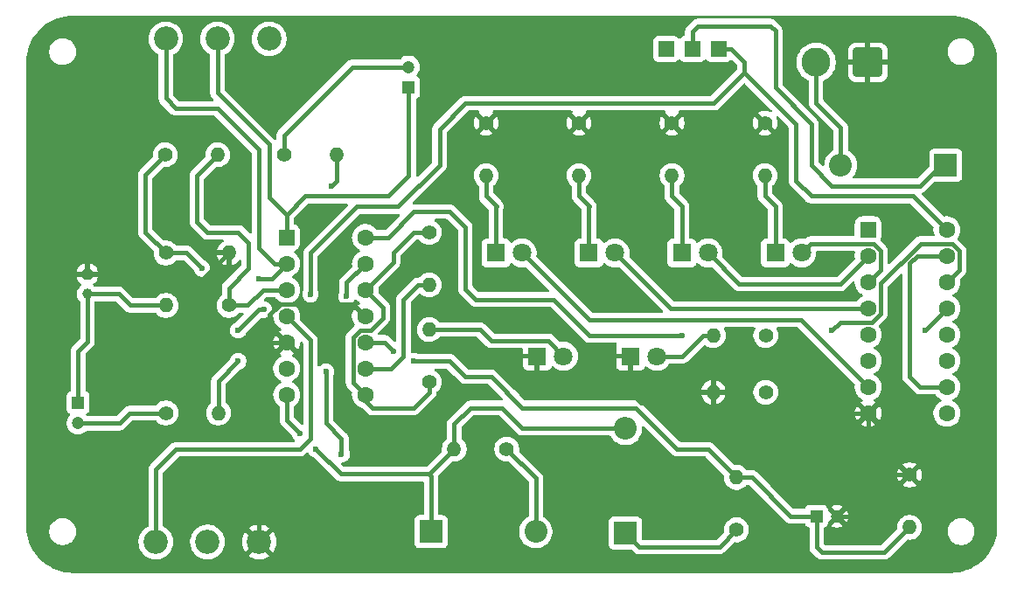
<source format=gbr>
%TF.GenerationSoftware,KiCad,Pcbnew,9.0.2*%
%TF.CreationDate,2025-06-20T15:17:17-04:00*%
%TF.ProjectId,proyecto_spectra,70726f79-6563-4746-9f5f-737065637472,rev?*%
%TF.SameCoordinates,Original*%
%TF.FileFunction,Copper,L2,Bot*%
%TF.FilePolarity,Positive*%
%FSLAX46Y46*%
G04 Gerber Fmt 4.6, Leading zero omitted, Abs format (unit mm)*
G04 Created by KiCad (PCBNEW 9.0.2) date 2025-06-20 15:17:17*
%MOMM*%
%LPD*%
G01*
G04 APERTURE LIST*
G04 Aperture macros list*
%AMRoundRect*
0 Rectangle with rounded corners*
0 $1 Rounding radius*
0 $2 $3 $4 $5 $6 $7 $8 $9 X,Y pos of 4 corners*
0 Add a 4 corners polygon primitive as box body*
4,1,4,$2,$3,$4,$5,$6,$7,$8,$9,$2,$3,0*
0 Add four circle primitives for the rounded corners*
1,1,$1+$1,$2,$3*
1,1,$1+$1,$4,$5*
1,1,$1+$1,$6,$7*
1,1,$1+$1,$8,$9*
0 Add four rect primitives between the rounded corners*
20,1,$1+$1,$2,$3,$4,$5,0*
20,1,$1+$1,$4,$5,$6,$7,0*
20,1,$1+$1,$6,$7,$8,$9,0*
20,1,$1+$1,$8,$9,$2,$3,0*%
G04 Aperture macros list end*
%TA.AperFunction,ComponentPad*%
%ADD10C,1.400000*%
%TD*%
%TA.AperFunction,ComponentPad*%
%ADD11O,1.400000X1.400000*%
%TD*%
%TA.AperFunction,ComponentPad*%
%ADD12R,1.800000X1.800000*%
%TD*%
%TA.AperFunction,ComponentPad*%
%ADD13C,1.800000*%
%TD*%
%TA.AperFunction,ComponentPad*%
%ADD14R,1.200000X1.200000*%
%TD*%
%TA.AperFunction,ComponentPad*%
%ADD15C,1.200000*%
%TD*%
%TA.AperFunction,ComponentPad*%
%ADD16RoundRect,0.250000X-0.550000X-0.550000X0.550000X-0.550000X0.550000X0.550000X-0.550000X0.550000X0*%
%TD*%
%TA.AperFunction,ComponentPad*%
%ADD17C,1.600000*%
%TD*%
%TA.AperFunction,ComponentPad*%
%ADD18R,1.500000X1.500000*%
%TD*%
%TA.AperFunction,ComponentPad*%
%ADD19R,2.200000X2.200000*%
%TD*%
%TA.AperFunction,ComponentPad*%
%ADD20O,2.200000X2.200000*%
%TD*%
%TA.AperFunction,ComponentPad*%
%ADD21C,2.340000*%
%TD*%
%TA.AperFunction,ComponentPad*%
%ADD22RoundRect,0.250000X-0.250000X0.250000X-0.250000X-0.250000X0.250000X-0.250000X0.250000X0.250000X0*%
%TD*%
%TA.AperFunction,ComponentPad*%
%ADD23C,1.000000*%
%TD*%
%TA.AperFunction,ComponentPad*%
%ADD24RoundRect,0.250001X1.149999X1.149999X-1.149999X1.149999X-1.149999X-1.149999X1.149999X-1.149999X0*%
%TD*%
%TA.AperFunction,ComponentPad*%
%ADD25C,2.800000*%
%TD*%
%TA.AperFunction,ViaPad*%
%ADD26C,0.600000*%
%TD*%
%TA.AperFunction,Conductor*%
%ADD27C,0.400000*%
%TD*%
G04 APERTURE END LIST*
D10*
%TO.P,R8,1*%
%TO.N,GND*%
X136000000Y-95000000D03*
D11*
%TO.P,R8,2*%
%TO.N,Net-(U1C-+)*%
X136000000Y-100080000D03*
%TD*%
D12*
%TO.P,D3,1,K*%
%TO.N,GND*%
X99960000Y-83500000D03*
D13*
%TO.P,D3,2,A*%
%TO.N,Net-(D3-A)*%
X102500000Y-83500000D03*
%TD*%
D14*
%TO.P,C2,1*%
%TO.N,Net-(C2-Pad1)*%
X87500000Y-57472600D03*
D15*
%TO.P,C2,2*%
%TO.N,Net-(C2-Pad2)*%
X87500000Y-55472600D03*
%TD*%
D10*
%TO.P,R15,1*%
%TO.N,GND*%
X113000000Y-60920000D03*
D11*
%TO.P,R15,2*%
%TO.N,Net-(D7-K)*%
X113000000Y-66000000D03*
%TD*%
D10*
%TO.P,R7,1*%
%TO.N,Net-(D2-K)*%
X119253000Y-100330000D03*
D11*
%TO.P,R7,2*%
%TO.N,Net-(U1C-+)*%
X119253000Y-95250000D03*
%TD*%
D10*
%TO.P,R12,1*%
%TO.N,Net-(U6-CKEN)*%
X122080000Y-87000000D03*
D11*
%TO.P,R12,2*%
%TO.N,GND*%
X117000000Y-87000000D03*
%TD*%
D10*
%TO.P,R5,1*%
%TO.N,Net-(C2-Pad2)*%
X75420000Y-64000000D03*
D11*
%TO.P,R5,2*%
%TO.N,Net-(D1-A)*%
X80500000Y-64000000D03*
%TD*%
D12*
%TO.P,D5,1,K*%
%TO.N,Net-(D5-K)*%
X95960000Y-73500000D03*
D13*
%TO.P,D5,2,A*%
%TO.N,Net-(D5-A)*%
X98500000Y-73500000D03*
%TD*%
D12*
%TO.P,D7,1,K*%
%TO.N,Net-(D7-K)*%
X113960000Y-73500000D03*
D13*
%TO.P,D7,2,A*%
%TO.N,Net-(D7-A)*%
X116500000Y-73500000D03*
%TD*%
D10*
%TO.P,R14,1*%
%TO.N,GND*%
X104000000Y-60920000D03*
D11*
%TO.P,R14,2*%
%TO.N,Net-(D6-K)*%
X104000000Y-66000000D03*
%TD*%
D16*
%TO.P,U1,1*%
%TO.N,Net-(C2-Pad1)*%
X75697000Y-72000000D03*
D17*
%TO.P,U1,2,-*%
%TO.N,Net-(U1A--)*%
X75697000Y-74540000D03*
%TO.P,U1,3,+*%
%TO.N,Net-(U1A-+)*%
X75697000Y-77080000D03*
%TO.P,U1,4,V+*%
%TO.N,VCC*%
X75697000Y-79620000D03*
%TO.P,U1,5,+*%
%TO.N,GND*%
X75697000Y-82160000D03*
%TO.P,U1,6,-*%
%TO.N,Net-(D1-A)*%
X75697000Y-84700000D03*
%TO.P,U1,7*%
%TO.N,Net-(D1-K)*%
X75697000Y-87240000D03*
%TO.P,U1,8*%
%TO.N,Net-(U1D-+)*%
X83317000Y-87240000D03*
%TO.P,U1,9,-*%
%TO.N,Net-(U1C--)*%
X83317000Y-84700000D03*
%TO.P,U1,10,+*%
%TO.N,Net-(U1C-+)*%
X83317000Y-82160000D03*
%TO.P,U1,11,V-*%
%TO.N,GND*%
X83317000Y-79620000D03*
%TO.P,U1,12,+*%
%TO.N,Net-(U1D-+)*%
X83317000Y-77080000D03*
%TO.P,U1,13,-*%
%TO.N,Net-(U1D--)*%
X83317000Y-74540000D03*
%TO.P,U1,14*%
%TO.N,Net-(U6-CLK)*%
X83317000Y-72000000D03*
%TD*%
D18*
%TO.P,SW1,1,A*%
%TO.N,unconnected-(SW1-A-Pad1)*%
X112435000Y-53729966D03*
%TO.P,SW1,2,B*%
%TO.N,Net-(D9-K)*%
X114975000Y-53729966D03*
%TO.P,SW1,3,C*%
%TO.N,VCC*%
X117515000Y-53729966D03*
%TD*%
D10*
%TO.P,R13,1*%
%TO.N,GND*%
X95000000Y-60920000D03*
D11*
%TO.P,R13,2*%
%TO.N,Net-(D5-K)*%
X95000000Y-66000000D03*
%TD*%
D10*
%TO.P,R9,1*%
%TO.N,Net-(U1D-+)*%
X89500000Y-71500000D03*
D11*
%TO.P,R9,2*%
%TO.N,Net-(U1C--)*%
X89500000Y-76580000D03*
%TD*%
D10*
%TO.P,R11,1*%
%TO.N,Net-(U6-CLK)*%
X122080000Y-81500000D03*
D11*
%TO.P,R11,2*%
%TO.N,Net-(D4-A)*%
X117000000Y-81500000D03*
%TD*%
D19*
%TO.P,D9,1,K*%
%TO.N,Net-(D9-K)*%
X139500000Y-65000000D03*
D20*
%TO.P,D9,2,A*%
%TO.N,+9V*%
X129340000Y-65000000D03*
%TD*%
D10*
%TO.P,R16,1*%
%TO.N,GND*%
X122000000Y-60920000D03*
D11*
%TO.P,R16,2*%
%TO.N,Net-(D8-K)*%
X122000000Y-66000000D03*
%TD*%
D12*
%TO.P,D6,1,K*%
%TO.N,Net-(D6-K)*%
X104960000Y-73500000D03*
D13*
%TO.P,D6,2,A*%
%TO.N,Net-(D6-A)*%
X107500000Y-73500000D03*
%TD*%
D21*
%TO.P,RV2,1,1*%
%TO.N,VCC*%
X63025000Y-101500000D03*
%TO.P,RV2,2,2*%
%TO.N,Net-(U1D--)*%
X68025000Y-101500000D03*
%TO.P,RV2,3,3*%
%TO.N,GND*%
X73025000Y-101500000D03*
%TD*%
D22*
%TO.P,MK1,1,-*%
%TO.N,GND*%
X56388000Y-75565000D03*
D23*
%TO.P,MK1,2,+*%
%TO.N,Net-(MK1-+)*%
X56388000Y-77465000D03*
%TD*%
D10*
%TO.P,R3,1*%
%TO.N,VCC*%
X63920000Y-64000000D03*
D11*
%TO.P,R3,2*%
%TO.N,Net-(U1A-+)*%
X69000000Y-64000000D03*
%TD*%
D10*
%TO.P,R10,1*%
%TO.N,Net-(U1D-+)*%
X89500000Y-86000000D03*
D11*
%TO.P,R10,2*%
%TO.N,Net-(D3-A)*%
X89500000Y-80920000D03*
%TD*%
D10*
%TO.P,R6,1*%
%TO.N,Net-(D1-A)*%
X97000000Y-92500000D03*
D11*
%TO.P,R6,2*%
%TO.N,Net-(D1-K)*%
X91920000Y-92500000D03*
%TD*%
D19*
%TO.P,D1,1,K*%
%TO.N,Net-(D1-K)*%
X89662000Y-100500000D03*
D20*
%TO.P,D1,2,A*%
%TO.N,Net-(D1-A)*%
X99822000Y-100500000D03*
%TD*%
D12*
%TO.P,D8,1,K*%
%TO.N,Net-(D8-K)*%
X123000000Y-73500000D03*
D13*
%TO.P,D8,2,A*%
%TO.N,Net-(D8-A)*%
X125540000Y-73500000D03*
%TD*%
D24*
%TO.P,J1,1,Pin_1*%
%TO.N,GND*%
X131953000Y-55032500D03*
D25*
%TO.P,J1,2,Pin_2*%
%TO.N,+9V*%
X126953000Y-55032500D03*
%TD*%
D14*
%TO.P,C3,1*%
%TO.N,Net-(U1C-+)*%
X127000000Y-99000000D03*
D15*
%TO.P,C3,2*%
%TO.N,GND*%
X129000000Y-99000000D03*
%TD*%
D10*
%TO.P,R2,1*%
%TO.N,Net-(C1-Pad2)*%
X64000000Y-89000000D03*
D11*
%TO.P,R2,2*%
%TO.N,Net-(U1A--)*%
X69080000Y-89000000D03*
%TD*%
D10*
%TO.P,R4,1*%
%TO.N,Net-(U1A-+)*%
X70104000Y-78580000D03*
D11*
%TO.P,R4,2*%
%TO.N,GND*%
X70104000Y-73500000D03*
%TD*%
D10*
%TO.P,R1,1*%
%TO.N,VCC*%
X64000000Y-73500000D03*
D11*
%TO.P,R1,2*%
%TO.N,Net-(MK1-+)*%
X64000000Y-78580000D03*
%TD*%
D12*
%TO.P,D4,1,K*%
%TO.N,GND*%
X109000000Y-83500000D03*
D13*
%TO.P,D4,2,A*%
%TO.N,Net-(D4-A)*%
X111540000Y-83500000D03*
%TD*%
D14*
%TO.P,C1,1*%
%TO.N,Net-(MK1-+)*%
X55500000Y-88000000D03*
D15*
%TO.P,C1,2*%
%TO.N,Net-(C1-Pad2)*%
X55500000Y-90000000D03*
%TD*%
D21*
%TO.P,RV1,1,1*%
%TO.N,unconnected-(RV1-Pad1)*%
X74000000Y-52750000D03*
%TO.P,RV1,2,2*%
%TO.N,Net-(C2-Pad1)*%
X69000000Y-52750000D03*
%TO.P,RV1,3,3*%
%TO.N,Net-(U1A--)*%
X64000000Y-52750000D03*
%TD*%
D16*
%TO.P,U6,1,Q5*%
%TO.N,unconnected-(U6-Q5-Pad1)*%
X132000000Y-71247000D03*
D17*
%TO.P,U6,2,Q1*%
%TO.N,Net-(D7-A)*%
X132000000Y-73787000D03*
%TO.P,U6,3,Q0*%
%TO.N,Net-(D8-A)*%
X132000000Y-76327000D03*
%TO.P,U6,4,Q2*%
%TO.N,Net-(D6-A)*%
X132000000Y-78867000D03*
%TO.P,U6,5,Q6*%
%TO.N,unconnected-(U6-Q6-Pad5)*%
X132000000Y-81407000D03*
%TO.P,U6,6,Q7*%
%TO.N,unconnected-(U6-Q7-Pad6)*%
X132000000Y-83947000D03*
%TO.P,U6,7,Q3*%
%TO.N,Net-(D5-A)*%
X132000000Y-86487000D03*
%TO.P,U6,8,VSS*%
%TO.N,GND*%
X132000000Y-89027000D03*
%TO.P,U6,9,Q8*%
%TO.N,unconnected-(U6-Q8-Pad9)*%
X139620000Y-89027000D03*
%TO.P,U6,10,Q4*%
%TO.N,Net-(U6-Q4)*%
X139620000Y-86487000D03*
%TO.P,U6,11,Q9*%
%TO.N,unconnected-(U6-Q9-Pad11)*%
X139620000Y-83947000D03*
%TO.P,U6,12,Cout*%
%TO.N,unconnected-(U6-Cout-Pad12)*%
X139620000Y-81407000D03*
%TO.P,U6,13,CKEN*%
%TO.N,Net-(U6-CKEN)*%
X139620000Y-78867000D03*
%TO.P,U6,14,CLK*%
%TO.N,Net-(U6-CLK)*%
X139620000Y-76327000D03*
%TO.P,U6,15,Reset*%
%TO.N,Net-(U6-Q4)*%
X139620000Y-73787000D03*
%TO.P,U6,16,VDD*%
%TO.N,VCC*%
X139620000Y-71247000D03*
%TD*%
D19*
%TO.P,D2,1,K*%
%TO.N,Net-(D2-K)*%
X108500000Y-100660000D03*
D20*
%TO.P,D2,2,A*%
%TO.N,Net-(D1-K)*%
X108500000Y-90500000D03*
%TD*%
D26*
%TO.N,GND*%
X71500000Y-91500000D03*
X71500000Y-93500000D03*
%TO.N,Net-(U1C-+)*%
X86000000Y-83000000D03*
X88000000Y-84000000D03*
%TO.N,Net-(D1-K)*%
X77000000Y-91000000D03*
X78500000Y-92500000D03*
%TO.N,Net-(D1-A)*%
X80000000Y-67000000D03*
%TO.N,VCC*%
X78000000Y-77500000D03*
X73500000Y-79000000D03*
X71000000Y-81000000D03*
X67500000Y-75000000D03*
%TO.N,Net-(U1A--)*%
X71000000Y-84000000D03*
X73000000Y-76000000D03*
%TO.N,Net-(U6-CLK)*%
X114000000Y-81500000D03*
X128500000Y-81000000D03*
%TO.N,Net-(U6-CKEN)*%
X137500000Y-80987000D03*
%TO.N,Net-(U1D--)*%
X79500000Y-85000000D03*
X81000000Y-93000000D03*
X81500000Y-77719000D03*
%TD*%
D27*
%TO.N,Net-(MK1-+)*%
X55500000Y-83000000D02*
X55500000Y-88000000D01*
X56388000Y-82112000D02*
X55500000Y-83000000D01*
X60580000Y-78580000D02*
X64000000Y-78580000D01*
X56388000Y-77465000D02*
X59465000Y-77465000D01*
X56388000Y-77465000D02*
X56388000Y-82112000D01*
X59465000Y-77465000D02*
X60580000Y-78580000D01*
%TO.N,Net-(C1-Pad2)*%
X60500000Y-89000000D02*
X59500000Y-90000000D01*
X59500000Y-90000000D02*
X55500000Y-90000000D01*
X64000000Y-89000000D02*
X60500000Y-89000000D01*
%TO.N,Net-(C2-Pad2)*%
X75420000Y-62080000D02*
X82027400Y-55472600D01*
X75420000Y-64000000D02*
X75420000Y-62080000D01*
X82027400Y-55472600D02*
X87500000Y-55472600D01*
%TO.N,Net-(C2-Pad1)*%
X69000000Y-58000000D02*
X69000000Y-52750000D01*
X87500000Y-66000000D02*
X87500000Y-57472600D01*
X74000000Y-68106000D02*
X75697000Y-69803000D01*
X85500000Y-68000000D02*
X87500000Y-66000000D01*
X75697000Y-72000000D02*
X75697000Y-69803000D01*
X69000000Y-58000000D02*
X74000000Y-63000000D01*
X77500000Y-68000000D02*
X85500000Y-68000000D01*
X74000000Y-63000000D02*
X74000000Y-68106000D01*
X75697000Y-69803000D02*
X77500000Y-68000000D01*
%TO.N,GND*%
X67396000Y-76000000D02*
X67500000Y-76104000D01*
X109000000Y-87000000D02*
X109000000Y-83500000D01*
X132000000Y-89027000D02*
X125973000Y-89027000D01*
X67500000Y-80500000D02*
X67500000Y-76104000D01*
X125973000Y-89027000D02*
X124000000Y-91000000D01*
X133000000Y-95000000D02*
X132000000Y-94000000D01*
X62500000Y-76000000D02*
X67396000Y-76000000D01*
X132500000Y-95500000D02*
X132500000Y-98500000D01*
X117500000Y-91000000D02*
X117000000Y-90500000D01*
X73025000Y-95025000D02*
X73025000Y-101500000D01*
X71500000Y-86357000D02*
X75697000Y-82160000D01*
X74000000Y-82160000D02*
X69160000Y-82160000D01*
X73025000Y-95025000D02*
X71500000Y-93500000D01*
X71500000Y-91500000D02*
X71500000Y-86357000D01*
X74000000Y-79500000D02*
X74000000Y-82160000D01*
X56388000Y-75565000D02*
X62065000Y-75565000D01*
X82116000Y-78419000D02*
X75081000Y-78419000D01*
X117000000Y-87000000D02*
X115000000Y-87000000D01*
X136000000Y-95000000D02*
X133000000Y-95000000D01*
X110000000Y-88000000D02*
X109000000Y-87000000D01*
X75697000Y-82160000D02*
X74000000Y-82160000D01*
X75081000Y-78419000D02*
X74000000Y-79500000D01*
X69160000Y-82160000D02*
X67500000Y-80500000D01*
X132000000Y-94000000D02*
X132000000Y-89027000D01*
X117000000Y-90500000D02*
X117000000Y-87000000D01*
X124000000Y-91000000D02*
X117500000Y-91000000D01*
X115000000Y-87000000D02*
X114000000Y-88000000D01*
X67500000Y-76104000D02*
X70104000Y-73500000D01*
X83317000Y-79620000D02*
X82116000Y-78419000D01*
X62065000Y-75565000D02*
X62500000Y-76000000D01*
X114000000Y-88000000D02*
X110000000Y-88000000D01*
X133000000Y-95000000D02*
X132500000Y-95500000D01*
X132500000Y-98500000D02*
X132000000Y-99000000D01*
X132000000Y-99000000D02*
X129000000Y-99000000D01*
%TO.N,Net-(U1C-+)*%
X109500000Y-88500000D02*
X113500000Y-92500000D01*
X133580000Y-102500000D02*
X127500000Y-102500000D01*
X127500000Y-102500000D02*
X127000000Y-102000000D01*
X98500000Y-88500000D02*
X109500000Y-88500000D01*
X113500000Y-92500000D02*
X116503000Y-92500000D01*
X119253000Y-95250000D02*
X120750000Y-95250000D01*
X88000000Y-84000000D02*
X91500000Y-84000000D01*
X91500000Y-84000000D02*
X93000000Y-85500000D01*
X83317000Y-82160000D02*
X85160000Y-82160000D01*
X124500000Y-99000000D02*
X127000000Y-99000000D01*
X116503000Y-92500000D02*
X119253000Y-95250000D01*
X136000000Y-100080000D02*
X133580000Y-102500000D01*
X95500000Y-85500000D02*
X98500000Y-88500000D01*
X85160000Y-82160000D02*
X86000000Y-83000000D01*
X93000000Y-85500000D02*
X95500000Y-85500000D01*
X127000000Y-102000000D02*
X127000000Y-99000000D01*
X120750000Y-95250000D02*
X124500000Y-99000000D01*
%TO.N,Net-(D1-K)*%
X78500000Y-92500000D02*
X80920000Y-94920000D01*
X89500000Y-94920000D02*
X89500000Y-95000000D01*
X96500000Y-88500000D02*
X93500000Y-88500000D01*
X80920000Y-94920000D02*
X89500000Y-94920000D01*
X91920000Y-90080000D02*
X91920000Y-92500000D01*
X91920000Y-92500000D02*
X89500000Y-94920000D01*
X93500000Y-88500000D02*
X91920000Y-90080000D01*
X89500000Y-95000000D02*
X89662000Y-95162000D01*
X98500000Y-90500000D02*
X96500000Y-88500000D01*
X108500000Y-90500000D02*
X98500000Y-90500000D01*
X75697000Y-87240000D02*
X75697000Y-89697000D01*
X75697000Y-89697000D02*
X77000000Y-91000000D01*
X89662000Y-95162000D02*
X89662000Y-100500000D01*
%TO.N,Net-(D1-A)*%
X80500000Y-64000000D02*
X80500000Y-66500000D01*
X97000000Y-92500000D02*
X99822000Y-95322000D01*
X80500000Y-66500000D02*
X80000000Y-67000000D01*
X99822000Y-95322000D02*
X99822000Y-100500000D01*
%TO.N,Net-(D2-K)*%
X109840000Y-102000000D02*
X117583000Y-102000000D01*
X108500000Y-100660000D02*
X109840000Y-102000000D01*
X117583000Y-102000000D02*
X119253000Y-100330000D01*
%TO.N,Net-(D3-A)*%
X101000000Y-82000000D02*
X102500000Y-83500000D01*
X95500000Y-82000000D02*
X101000000Y-82000000D01*
X89500000Y-80920000D02*
X94420000Y-80920000D01*
X94420000Y-80920000D02*
X95500000Y-82000000D01*
%TO.N,Net-(D4-A)*%
X117000000Y-81500000D02*
X116000000Y-81500000D01*
X114000000Y-83500000D02*
X111540000Y-83500000D01*
X116000000Y-81500000D02*
X114000000Y-83500000D01*
%TO.N,Net-(D5-K)*%
X95960000Y-69040000D02*
X95960000Y-73500000D01*
X95000000Y-68000000D02*
X96000000Y-69000000D01*
X96000000Y-69000000D02*
X95960000Y-69040000D01*
X95000000Y-66000000D02*
X95000000Y-68000000D01*
%TO.N,Net-(D5-A)*%
X125513000Y-80000000D02*
X105000000Y-80000000D01*
X132000000Y-86487000D02*
X125513000Y-80000000D01*
X105000000Y-80000000D02*
X98500000Y-73500000D01*
%TO.N,Net-(D6-A)*%
X112867000Y-78867000D02*
X107500000Y-73500000D01*
X132000000Y-78867000D02*
X112867000Y-78867000D01*
%TO.N,Net-(D6-K)*%
X104000000Y-68000000D02*
X105000000Y-69000000D01*
X104960000Y-69040000D02*
X104960000Y-73500000D01*
X104000000Y-66000000D02*
X104000000Y-68000000D01*
X105000000Y-69000000D02*
X104960000Y-69040000D01*
%TO.N,Net-(D7-A)*%
X132000000Y-73787000D02*
X129287000Y-76500000D01*
X119500000Y-76500000D02*
X116500000Y-73500000D01*
X129287000Y-76500000D02*
X119500000Y-76500000D01*
%TO.N,Net-(D7-K)*%
X113000000Y-66000000D02*
X113000000Y-68000000D01*
X113000000Y-68000000D02*
X113960000Y-68960000D01*
X113960000Y-68960000D02*
X113960000Y-73500000D01*
%TO.N,Net-(D8-A)*%
X133201000Y-75126000D02*
X133201000Y-73289529D01*
X132497471Y-72586000D02*
X126454000Y-72586000D01*
X133201000Y-73289529D02*
X132497471Y-72586000D01*
X126454000Y-72586000D02*
X125540000Y-73500000D01*
X132000000Y-76327000D02*
X133201000Y-75126000D01*
%TO.N,Net-(D8-K)*%
X123000000Y-69000000D02*
X123000000Y-73500000D01*
X122000000Y-66000000D02*
X122000000Y-68000000D01*
X122000000Y-68000000D02*
X123000000Y-69000000D01*
%TO.N,VCC*%
X78000000Y-91500000D02*
X78000000Y-81923000D01*
X139620000Y-71247000D02*
X136373000Y-68000000D01*
X62000000Y-65920000D02*
X62000000Y-71500000D01*
X125000000Y-66500000D02*
X125000000Y-61000000D01*
X62000000Y-71500000D02*
X64000000Y-73500000D01*
X93000000Y-59000000D02*
X90500000Y-61500000D01*
X78000000Y-73500000D02*
X78000000Y-77500000D01*
X120015000Y-56000000D02*
X120015000Y-55015000D01*
X63920000Y-64000000D02*
X62000000Y-65920000D01*
X120015000Y-55015000D02*
X118729966Y-53729966D01*
X125000000Y-61000000D02*
X120015000Y-56015000D01*
X77000000Y-92500000D02*
X78000000Y-91500000D01*
X82500000Y-69000000D02*
X78000000Y-73500000D01*
X118729966Y-53729966D02*
X117515000Y-53729966D01*
X78000000Y-81923000D02*
X75697000Y-79620000D01*
X126500000Y-68000000D02*
X125000000Y-66500000D01*
X117015000Y-59000000D02*
X93000000Y-59000000D01*
X86500000Y-69000000D02*
X82500000Y-69000000D01*
X66000000Y-73500000D02*
X67500000Y-75000000D01*
X71000000Y-81000000D02*
X73000000Y-79000000D01*
X90500000Y-65000000D02*
X86500000Y-69000000D01*
X65000000Y-92500000D02*
X77000000Y-92500000D01*
X90500000Y-61500000D02*
X90500000Y-65000000D01*
X64000000Y-73500000D02*
X66000000Y-73500000D01*
X136373000Y-68000000D02*
X126500000Y-68000000D01*
X63025000Y-94475000D02*
X63025000Y-101500000D01*
X63025000Y-94475000D02*
X65000000Y-92500000D01*
X73000000Y-79000000D02*
X73500000Y-79000000D01*
X120015000Y-56000000D02*
X117015000Y-59000000D01*
X120015000Y-56015000D02*
X120015000Y-56000000D01*
%TO.N,Net-(U1A--)*%
X64000000Y-58500000D02*
X64000000Y-52750000D01*
X65000000Y-59500000D02*
X64000000Y-58500000D01*
X74540000Y-74540000D02*
X73000000Y-73000000D01*
X73000000Y-73000000D02*
X73000000Y-63500000D01*
X75697000Y-74540000D02*
X74540000Y-74540000D01*
X73000000Y-76000000D02*
X74237000Y-76000000D01*
X73000000Y-63500000D02*
X69000000Y-59500000D01*
X74237000Y-76000000D02*
X75697000Y-74540000D01*
X69080000Y-89000000D02*
X69080000Y-85920000D01*
X69000000Y-59500000D02*
X65000000Y-59500000D01*
X69080000Y-85920000D02*
X71000000Y-84000000D01*
%TO.N,Net-(U1A-+)*%
X70104000Y-76896000D02*
X70104000Y-78580000D01*
X73420000Y-77080000D02*
X71920000Y-78580000D01*
X72000000Y-75000000D02*
X70104000Y-76896000D01*
X71000000Y-71500000D02*
X72000000Y-72500000D01*
X67000000Y-66000000D02*
X67000000Y-70500000D01*
X71920000Y-78580000D02*
X70104000Y-78580000D01*
X75697000Y-77080000D02*
X73420000Y-77080000D01*
X69000000Y-64000000D02*
X67000000Y-66000000D01*
X67000000Y-70500000D02*
X68000000Y-71500000D01*
X68000000Y-71500000D02*
X71000000Y-71500000D01*
X72000000Y-72500000D02*
X72000000Y-75000000D01*
%TO.N,Net-(U1D-+)*%
X84000000Y-88500000D02*
X88000000Y-88500000D01*
X89500000Y-87000000D02*
X89500000Y-86000000D01*
X86000000Y-74397000D02*
X86000000Y-73500000D01*
X83814471Y-80959000D02*
X82819529Y-80959000D01*
X86000000Y-73500000D02*
X88000000Y-71500000D01*
X85000000Y-78763000D02*
X85000000Y-79773471D01*
X82116000Y-86039000D02*
X83317000Y-87240000D01*
X82819529Y-80959000D02*
X82116000Y-81662529D01*
X88000000Y-88500000D02*
X89500000Y-87000000D01*
X83317000Y-77080000D02*
X85000000Y-78763000D01*
X88000000Y-71500000D02*
X89500000Y-71500000D01*
X83317000Y-87817000D02*
X84000000Y-88500000D01*
X85000000Y-79773471D02*
X83814471Y-80959000D01*
X83317000Y-77080000D02*
X86000000Y-74397000D01*
X83317000Y-87240000D02*
X83317000Y-87817000D01*
X82116000Y-81662529D02*
X82116000Y-86039000D01*
%TO.N,Net-(U1C--)*%
X87000000Y-78000000D02*
X88420000Y-76580000D01*
X87000000Y-83500000D02*
X87000000Y-78000000D01*
X85800000Y-84700000D02*
X87000000Y-83500000D01*
X88420000Y-76580000D02*
X89500000Y-76580000D01*
X83317000Y-84700000D02*
X85800000Y-84700000D01*
%TO.N,Net-(U6-CLK)*%
X85500000Y-72000000D02*
X88000000Y-69500000D01*
X140821000Y-75126000D02*
X140821000Y-73289529D01*
X91000000Y-69500000D02*
X91500000Y-69500000D01*
X88000000Y-69500000D02*
X91000000Y-69500000D01*
X83317000Y-72000000D02*
X85500000Y-72000000D01*
X105000000Y-81500000D02*
X114000000Y-81500000D01*
X140821000Y-73289529D02*
X140117471Y-72586000D01*
X133201000Y-79364471D02*
X132359471Y-80206000D01*
X91500000Y-69500000D02*
X93000000Y-71000000D01*
X93000000Y-71000000D02*
X93000000Y-77000000D01*
X94000000Y-78000000D02*
X100500000Y-78000000D01*
X129294000Y-80206000D02*
X128500000Y-81000000D01*
X139620000Y-76327000D02*
X140821000Y-75126000D01*
X133201000Y-76449058D02*
X133201000Y-79364471D01*
X140117471Y-72586000D02*
X137064058Y-72586000D01*
X101500000Y-78000000D02*
X105000000Y-81500000D01*
X137064058Y-72586000D02*
X133201000Y-76449058D01*
X93000000Y-77000000D02*
X94000000Y-78000000D01*
X100500000Y-78000000D02*
X101500000Y-78000000D01*
X132359471Y-80206000D02*
X129294000Y-80206000D01*
%TO.N,Net-(U6-CKEN)*%
X137500000Y-81000000D02*
X137500000Y-80987000D01*
X139620000Y-78867000D02*
X137500000Y-80987000D01*
%TO.N,Net-(U1D--)*%
X79500000Y-90000000D02*
X81000000Y-91500000D01*
X81500000Y-76357000D02*
X81500000Y-77719000D01*
X79500000Y-85000000D02*
X79500000Y-90000000D01*
X83317000Y-74540000D02*
X81500000Y-76357000D01*
X81000000Y-91500000D02*
X81000000Y-93000000D01*
%TO.N,Net-(U6-Q4)*%
X136000000Y-74500000D02*
X136713000Y-73787000D01*
X136713000Y-73787000D02*
X139620000Y-73787000D01*
X137013000Y-86487000D02*
X137000000Y-86500000D01*
X137000000Y-86500000D02*
X136000000Y-85500000D01*
X136000000Y-85500000D02*
X136000000Y-74500000D01*
X139620000Y-86487000D02*
X137013000Y-86487000D01*
%TO.N,Net-(D9-K)*%
X115500000Y-51500000D02*
X114975000Y-52025000D01*
X123000000Y-57500000D02*
X123000000Y-52000000D01*
X139500000Y-65000000D02*
X139000000Y-65000000D01*
X128500000Y-67000000D02*
X126500000Y-65000000D01*
X139000000Y-65000000D02*
X137000000Y-67000000D01*
X126500000Y-61000000D02*
X123000000Y-57500000D01*
X137000000Y-67000000D02*
X128500000Y-67000000D01*
X122500000Y-51500000D02*
X115500000Y-51500000D01*
X114975000Y-52025000D02*
X114975000Y-53729966D01*
X123000000Y-52000000D02*
X122500000Y-51500000D01*
X126500000Y-65000000D02*
X126500000Y-61000000D01*
%TO.N,+9V*%
X129340000Y-61340000D02*
X129340000Y-65000000D01*
X126953000Y-58953000D02*
X126953000Y-55032500D01*
X126953000Y-58953000D02*
X129340000Y-61340000D01*
%TD*%
%TA.AperFunction,Conductor*%
%TO.N,GND*%
G36*
X81576520Y-68720185D02*
G01*
X81622275Y-68772989D01*
X81632219Y-68842147D01*
X81603194Y-68905703D01*
X81597162Y-68912181D01*
X77459682Y-73049659D01*
X77459677Y-73049665D01*
X77455886Y-73053457D01*
X77410906Y-73120775D01*
X77410547Y-73121311D01*
X77410517Y-73121356D01*
X77379225Y-73168188D01*
X77379221Y-73168195D01*
X77326421Y-73295667D01*
X77326418Y-73295677D01*
X77299500Y-73431004D01*
X77299500Y-77074684D01*
X77290061Y-77122137D01*
X77237799Y-77248306D01*
X77237797Y-77248311D01*
X77230263Y-77266503D01*
X77199500Y-77421158D01*
X77199500Y-77458403D01*
X77199500Y-77578846D01*
X77230261Y-77733489D01*
X77230264Y-77733501D01*
X77290602Y-77879172D01*
X77290609Y-77879185D01*
X77378210Y-78010288D01*
X77378213Y-78010292D01*
X77489707Y-78121786D01*
X77489711Y-78121789D01*
X77620814Y-78209390D01*
X77620827Y-78209397D01*
X77728119Y-78253838D01*
X77766503Y-78269737D01*
X77913019Y-78298881D01*
X77921153Y-78300499D01*
X77921156Y-78300500D01*
X77921158Y-78300500D01*
X78078844Y-78300500D01*
X78078845Y-78300499D01*
X78233497Y-78269737D01*
X78379179Y-78209394D01*
X78510289Y-78121789D01*
X78621789Y-78010289D01*
X78709394Y-77879179D01*
X78769737Y-77733497D01*
X78800500Y-77578842D01*
X78800500Y-77421158D01*
X78800500Y-77421155D01*
X78800499Y-77421153D01*
X78798093Y-77409059D01*
X78769737Y-77266503D01*
X78743985Y-77204332D01*
X78709939Y-77122136D01*
X78700500Y-77074684D01*
X78700500Y-73841519D01*
X78720185Y-73774480D01*
X78736819Y-73753838D01*
X82753838Y-69736819D01*
X82815161Y-69703334D01*
X82841519Y-69700500D01*
X86509480Y-69700500D01*
X86576519Y-69720185D01*
X86622274Y-69772989D01*
X86632218Y-69842147D01*
X86603193Y-69905703D01*
X86597161Y-69912181D01*
X85246162Y-71263181D01*
X85184839Y-71296666D01*
X85158481Y-71299500D01*
X84478744Y-71299500D01*
X84411705Y-71279815D01*
X84378425Y-71248384D01*
X84308969Y-71152784D01*
X84164213Y-71008028D01*
X83998613Y-70887715D01*
X83998612Y-70887714D01*
X83998610Y-70887713D01*
X83938898Y-70857288D01*
X83816223Y-70794781D01*
X83621534Y-70731522D01*
X83446995Y-70703878D01*
X83419352Y-70699500D01*
X83214648Y-70699500D01*
X83190329Y-70703351D01*
X83012465Y-70731522D01*
X82817776Y-70794781D01*
X82635386Y-70887715D01*
X82469786Y-71008028D01*
X82325028Y-71152786D01*
X82204715Y-71318386D01*
X82111781Y-71500776D01*
X82048522Y-71695465D01*
X82024519Y-71847016D01*
X82016500Y-71897648D01*
X82016500Y-72102352D01*
X82018714Y-72116331D01*
X82048522Y-72304534D01*
X82111781Y-72499223D01*
X82173716Y-72620775D01*
X82199276Y-72670940D01*
X82204715Y-72681613D01*
X82325028Y-72847213D01*
X82469786Y-72991971D01*
X82614527Y-73097129D01*
X82635390Y-73112287D01*
X82709406Y-73150000D01*
X82728080Y-73159515D01*
X82778876Y-73207490D01*
X82795671Y-73275311D01*
X82773134Y-73341446D01*
X82728080Y-73380485D01*
X82635386Y-73427715D01*
X82469786Y-73548028D01*
X82325028Y-73692786D01*
X82204715Y-73858386D01*
X82111781Y-74040776D01*
X82048522Y-74235465D01*
X82020505Y-74412363D01*
X82016500Y-74437648D01*
X82016500Y-74642352D01*
X82021028Y-74670940D01*
X82034986Y-74759068D01*
X82026031Y-74828362D01*
X82000194Y-74866147D01*
X80955887Y-75910454D01*
X80879222Y-76025192D01*
X80826421Y-76152667D01*
X80826420Y-76152671D01*
X80826420Y-76152672D01*
X80802043Y-76275225D01*
X80799500Y-76288006D01*
X80799500Y-77293684D01*
X80790061Y-77341136D01*
X80730264Y-77485498D01*
X80730261Y-77485510D01*
X80699500Y-77640153D01*
X80699500Y-77797846D01*
X80730261Y-77952489D01*
X80730264Y-77952501D01*
X80790602Y-78098172D01*
X80790609Y-78098185D01*
X80878210Y-78229288D01*
X80878213Y-78229292D01*
X80989707Y-78340786D01*
X80989711Y-78340789D01*
X81120814Y-78428390D01*
X81120827Y-78428397D01*
X81258734Y-78485519D01*
X81266503Y-78488737D01*
X81421153Y-78519499D01*
X81421156Y-78519500D01*
X81421158Y-78519500D01*
X81578844Y-78519500D01*
X81578845Y-78519499D01*
X81733497Y-78488737D01*
X81879179Y-78428394D01*
X82010289Y-78340789D01*
X82121789Y-78229289D01*
X82209394Y-78098179D01*
X82222319Y-78066974D01*
X82266158Y-78012572D01*
X82332452Y-77990506D01*
X82400152Y-78007784D01*
X82424561Y-78026746D01*
X82469786Y-78071971D01*
X82635385Y-78192284D01*
X82635387Y-78192285D01*
X82635390Y-78192287D01*
X82728080Y-78239515D01*
X82728630Y-78239795D01*
X82779426Y-78287770D01*
X82796221Y-78355591D01*
X82773684Y-78421725D01*
X82728630Y-78460765D01*
X82635644Y-78508143D01*
X82591077Y-78540523D01*
X82591077Y-78540524D01*
X83270553Y-79220000D01*
X83264339Y-79220000D01*
X83162606Y-79247259D01*
X83071394Y-79299920D01*
X82996920Y-79374394D01*
X82944259Y-79465606D01*
X82917000Y-79567339D01*
X82917000Y-79573553D01*
X82237524Y-78894077D01*
X82237523Y-78894077D01*
X82205143Y-78938644D01*
X82112244Y-79120968D01*
X82049009Y-79315582D01*
X82017000Y-79517682D01*
X82017000Y-79722317D01*
X82049009Y-79924417D01*
X82112244Y-80119031D01*
X82205142Y-80301353D01*
X82261297Y-80378644D01*
X82284777Y-80444450D01*
X82268951Y-80512504D01*
X82248660Y-80539210D01*
X81571887Y-81215983D01*
X81495222Y-81330721D01*
X81442421Y-81458196D01*
X81442418Y-81458208D01*
X81418896Y-81576462D01*
X81418896Y-81576465D01*
X81415500Y-81593536D01*
X81415500Y-85970006D01*
X81415500Y-86107994D01*
X81415500Y-86107996D01*
X81415499Y-86107996D01*
X81442418Y-86243322D01*
X81442421Y-86243332D01*
X81495222Y-86370807D01*
X81571887Y-86485545D01*
X81571888Y-86485546D01*
X82000194Y-86913851D01*
X82033679Y-86975174D01*
X82034986Y-87020929D01*
X82031314Y-87044114D01*
X82016500Y-87137648D01*
X82016500Y-87342352D01*
X82020878Y-87369995D01*
X82048522Y-87544534D01*
X82111781Y-87739223D01*
X82204715Y-87921613D01*
X82325028Y-88087213D01*
X82469786Y-88231971D01*
X82565385Y-88301426D01*
X82635390Y-88352287D01*
X82817781Y-88445220D01*
X82992085Y-88501855D01*
X83041447Y-88532104D01*
X83553453Y-89044111D01*
X83553454Y-89044112D01*
X83668192Y-89120777D01*
X83795667Y-89173578D01*
X83795672Y-89173580D01*
X83795676Y-89173580D01*
X83795677Y-89173581D01*
X83931003Y-89200500D01*
X83931006Y-89200500D01*
X88068996Y-89200500D01*
X88165045Y-89181394D01*
X88204328Y-89173580D01*
X88268069Y-89147177D01*
X88331807Y-89120777D01*
X88331808Y-89120776D01*
X88331811Y-89120775D01*
X88446543Y-89044114D01*
X90044113Y-87446543D01*
X90083565Y-87387500D01*
X90120775Y-87331811D01*
X90155457Y-87248082D01*
X90173580Y-87204329D01*
X90181980Y-87162093D01*
X90184911Y-87147363D01*
X90184911Y-87147358D01*
X90185695Y-87143420D01*
X90200500Y-87068993D01*
X90200500Y-87029939D01*
X90201578Y-87021819D01*
X90212558Y-86997069D01*
X90220185Y-86971098D01*
X90227534Y-86963316D01*
X90229914Y-86957953D01*
X90237009Y-86953283D01*
X90251615Y-86937818D01*
X90282073Y-86915690D01*
X90415690Y-86782073D01*
X90526760Y-86629199D01*
X90612547Y-86460832D01*
X90670940Y-86281118D01*
X90680897Y-86218253D01*
X90700500Y-86094486D01*
X90700500Y-85905513D01*
X90670940Y-85718881D01*
X90615163Y-85547219D01*
X90612547Y-85539168D01*
X90612545Y-85539165D01*
X90612545Y-85539163D01*
X90541892Y-85400500D01*
X90526760Y-85370801D01*
X90415690Y-85217927D01*
X90282073Y-85084310D01*
X90129199Y-84973240D01*
X90054118Y-84934984D01*
X90003323Y-84887010D01*
X89986528Y-84819190D01*
X90009065Y-84753055D01*
X90063780Y-84709603D01*
X90110414Y-84700500D01*
X91158481Y-84700500D01*
X91225520Y-84720185D01*
X91246162Y-84736819D01*
X91880144Y-85370800D01*
X92455886Y-85946542D01*
X92541855Y-86032511D01*
X92553459Y-86044115D01*
X92668185Y-86120773D01*
X92668187Y-86120773D01*
X92668189Y-86120775D01*
X92737538Y-86149500D01*
X92795671Y-86173580D01*
X92822591Y-86178934D01*
X92920629Y-86198435D01*
X92931006Y-86200500D01*
X92931007Y-86200500D01*
X95158481Y-86200500D01*
X95225520Y-86220185D01*
X95246162Y-86236819D01*
X96597162Y-87587819D01*
X96630647Y-87649142D01*
X96625663Y-87718834D01*
X96583791Y-87774767D01*
X96518327Y-87799184D01*
X96509481Y-87799500D01*
X93431003Y-87799500D01*
X93326476Y-87820291D01*
X93326457Y-87820295D01*
X93322591Y-87821065D01*
X93295671Y-87826420D01*
X93289298Y-87829060D01*
X93281695Y-87832208D01*
X93281688Y-87832211D01*
X93168191Y-87879223D01*
X93076488Y-87940498D01*
X93053457Y-87955886D01*
X93053451Y-87955891D01*
X91375888Y-89633453D01*
X91375887Y-89633454D01*
X91299222Y-89748192D01*
X91246421Y-89875667D01*
X91246418Y-89875678D01*
X91221213Y-90002397D01*
X91221212Y-90002402D01*
X91219500Y-90011006D01*
X91219500Y-91461862D01*
X91199815Y-91528901D01*
X91168387Y-91562179D01*
X91137927Y-91584309D01*
X91004312Y-91717924D01*
X91004312Y-91717925D01*
X91004310Y-91717927D01*
X90971431Y-91763181D01*
X90893240Y-91870800D01*
X90807454Y-92039163D01*
X90749059Y-92218881D01*
X90719500Y-92405513D01*
X90719500Y-92594482D01*
X90725389Y-92631668D01*
X90716433Y-92700961D01*
X90690596Y-92738745D01*
X89246162Y-94183181D01*
X89184839Y-94216666D01*
X89158481Y-94219500D01*
X81261519Y-94219500D01*
X81232078Y-94210855D01*
X81202092Y-94204332D01*
X81197076Y-94200577D01*
X81194480Y-94199815D01*
X81173838Y-94183181D01*
X81002337Y-94011680D01*
X80968852Y-93950357D01*
X80973836Y-93880665D01*
X81015708Y-93824732D01*
X81073024Y-93802477D01*
X81072868Y-93801689D01*
X81077351Y-93800797D01*
X81077872Y-93800595D01*
X81078833Y-93800500D01*
X81078842Y-93800500D01*
X81078851Y-93800498D01*
X81078853Y-93800498D01*
X81116164Y-93793075D01*
X81233497Y-93769737D01*
X81379179Y-93709394D01*
X81510289Y-93621789D01*
X81621789Y-93510289D01*
X81709394Y-93379179D01*
X81769737Y-93233497D01*
X81800500Y-93078842D01*
X81800500Y-92921158D01*
X81800500Y-92921157D01*
X81800500Y-92921155D01*
X81800499Y-92921153D01*
X81769738Y-92766510D01*
X81769737Y-92766503D01*
X81769735Y-92766498D01*
X81709939Y-92622136D01*
X81700500Y-92574684D01*
X81700500Y-91431004D01*
X81682168Y-91338848D01*
X81677619Y-91315977D01*
X81673580Y-91295671D01*
X81635744Y-91204328D01*
X81620775Y-91168189D01*
X81620774Y-91168187D01*
X81620773Y-91168185D01*
X81544115Y-91053459D01*
X81510527Y-91019871D01*
X81446542Y-90955886D01*
X80845135Y-90354479D01*
X80236819Y-89746162D01*
X80203334Y-89684839D01*
X80200500Y-89658481D01*
X80200500Y-85425316D01*
X80209939Y-85377864D01*
X80238478Y-85308963D01*
X80269737Y-85233497D01*
X80300500Y-85078842D01*
X80300500Y-84921158D01*
X80300500Y-84921155D01*
X80300499Y-84921153D01*
X80295018Y-84893598D01*
X80269737Y-84766503D01*
X80268361Y-84763181D01*
X80209397Y-84620827D01*
X80209390Y-84620814D01*
X80121789Y-84489711D01*
X80121786Y-84489707D01*
X80010292Y-84378213D01*
X80010288Y-84378210D01*
X79879185Y-84290609D01*
X79879172Y-84290602D01*
X79733501Y-84230264D01*
X79733489Y-84230261D01*
X79578845Y-84199500D01*
X79578842Y-84199500D01*
X79421158Y-84199500D01*
X79421155Y-84199500D01*
X79266510Y-84230261D01*
X79266498Y-84230264D01*
X79120827Y-84290602D01*
X79120814Y-84290609D01*
X78989711Y-84378210D01*
X78989707Y-84378213D01*
X78912181Y-84455740D01*
X78850858Y-84489225D01*
X78781166Y-84484241D01*
X78725233Y-84442369D01*
X78700816Y-84376905D01*
X78700500Y-84368059D01*
X78700500Y-81854010D01*
X78700500Y-81854007D01*
X78696856Y-81835690D01*
X78673580Y-81718672D01*
X78666705Y-81702074D01*
X78620777Y-81591192D01*
X78544112Y-81476454D01*
X78544111Y-81476453D01*
X77013805Y-79946148D01*
X76980320Y-79884825D01*
X76979013Y-79839068D01*
X76983456Y-79811016D01*
X76997500Y-79722352D01*
X76997500Y-79517648D01*
X76975568Y-79379179D01*
X76965477Y-79315465D01*
X76924627Y-79189742D01*
X76902220Y-79120781D01*
X76902218Y-79120778D01*
X76902218Y-79120776D01*
X76859015Y-79035986D01*
X76809287Y-78938390D01*
X76777092Y-78894077D01*
X76688971Y-78772786D01*
X76544213Y-78628028D01*
X76378614Y-78507715D01*
X76372006Y-78504348D01*
X76285917Y-78460483D01*
X76235123Y-78412511D01*
X76218328Y-78344690D01*
X76240865Y-78278555D01*
X76285917Y-78239516D01*
X76378610Y-78192287D01*
X76414103Y-78166500D01*
X76544213Y-78071971D01*
X76544215Y-78071968D01*
X76544219Y-78071966D01*
X76688966Y-77927219D01*
X76688968Y-77927215D01*
X76688971Y-77927213D01*
X76760771Y-77828387D01*
X76809287Y-77761610D01*
X76902220Y-77579219D01*
X76965477Y-77384534D01*
X76997500Y-77182352D01*
X76997500Y-76977648D01*
X76973673Y-76827214D01*
X76965477Y-76775465D01*
X76922218Y-76642329D01*
X76902220Y-76580781D01*
X76902218Y-76580778D01*
X76902218Y-76580776D01*
X76866302Y-76510288D01*
X76809287Y-76398390D01*
X76787695Y-76368671D01*
X76688971Y-76232786D01*
X76544213Y-76088028D01*
X76378614Y-75967715D01*
X76345416Y-75950800D01*
X76285917Y-75920483D01*
X76235123Y-75872511D01*
X76218328Y-75804690D01*
X76240865Y-75738555D01*
X76285917Y-75699516D01*
X76378610Y-75652287D01*
X76420591Y-75621786D01*
X76544213Y-75531971D01*
X76544215Y-75531968D01*
X76544219Y-75531966D01*
X76688966Y-75387219D01*
X76688968Y-75387215D01*
X76688971Y-75387213D01*
X76777753Y-75265013D01*
X76809287Y-75221610D01*
X76902220Y-75039219D01*
X76965477Y-74844534D01*
X76997500Y-74642352D01*
X76997500Y-74437648D01*
X76974211Y-74290609D01*
X76965477Y-74235465D01*
X76913456Y-74075363D01*
X76902220Y-74040781D01*
X76902218Y-74040778D01*
X76902218Y-74040776D01*
X76861484Y-73960832D01*
X76809287Y-73858390D01*
X76767314Y-73800618D01*
X76688971Y-73692786D01*
X76544219Y-73548034D01*
X76541527Y-73546078D01*
X76450547Y-73479978D01*
X76407882Y-73424649D01*
X76401903Y-73355036D01*
X76434508Y-73293240D01*
X76484426Y-73261955D01*
X76566334Y-73234814D01*
X76715656Y-73142712D01*
X76839712Y-73018656D01*
X76931814Y-72869334D01*
X76986999Y-72702797D01*
X76997500Y-72600009D01*
X76997499Y-71399992D01*
X76986999Y-71297203D01*
X76931814Y-71130666D01*
X76839712Y-70981344D01*
X76715656Y-70857288D01*
X76566334Y-70765186D01*
X76482495Y-70737404D01*
X76425051Y-70697632D01*
X76398228Y-70633116D01*
X76397500Y-70619699D01*
X76397500Y-70144519D01*
X76417185Y-70077480D01*
X76433819Y-70056838D01*
X77753838Y-68736819D01*
X77815161Y-68703334D01*
X77841519Y-68700500D01*
X81509481Y-68700500D01*
X81576520Y-68720185D01*
G37*
%TD.AperFunction*%
%TA.AperFunction,Conductor*%
G36*
X77125314Y-82089197D02*
G01*
X77138647Y-82087281D01*
X77158790Y-82096480D01*
X77180427Y-82101187D01*
X77198152Y-82114455D01*
X77202203Y-82116306D01*
X77208681Y-82122338D01*
X77263181Y-82176838D01*
X77296666Y-82238161D01*
X77299500Y-82264519D01*
X77299500Y-90009481D01*
X77279815Y-90076520D01*
X77227011Y-90122275D01*
X77157853Y-90132219D01*
X77094297Y-90103194D01*
X77087819Y-90097162D01*
X76433819Y-89443162D01*
X76400334Y-89381839D01*
X76397500Y-89355481D01*
X76397500Y-88401744D01*
X76417185Y-88334705D01*
X76448615Y-88301426D01*
X76544215Y-88231969D01*
X76544215Y-88231968D01*
X76544219Y-88231966D01*
X76688966Y-88087219D01*
X76688968Y-88087215D01*
X76688971Y-88087213D01*
X76780042Y-87961862D01*
X76809287Y-87921610D01*
X76902220Y-87739219D01*
X76965477Y-87544534D01*
X76997500Y-87342352D01*
X76997500Y-87137648D01*
X76982997Y-87046078D01*
X76965477Y-86935465D01*
X76936083Y-86845001D01*
X76902220Y-86740781D01*
X76902218Y-86740778D01*
X76902218Y-86740776D01*
X76868118Y-86673852D01*
X76809287Y-86558390D01*
X76801556Y-86547749D01*
X76688971Y-86392786D01*
X76544213Y-86248028D01*
X76378614Y-86127715D01*
X76364991Y-86120774D01*
X76285917Y-86080483D01*
X76235123Y-86032511D01*
X76218328Y-85964690D01*
X76240865Y-85898555D01*
X76285917Y-85859516D01*
X76378610Y-85812287D01*
X76425732Y-85778051D01*
X76544213Y-85691971D01*
X76544215Y-85691968D01*
X76544219Y-85691966D01*
X76688966Y-85547219D01*
X76688968Y-85547215D01*
X76688971Y-85547213D01*
X76789424Y-85408949D01*
X76809287Y-85381610D01*
X76902220Y-85199219D01*
X76965477Y-85004534D01*
X76997500Y-84802352D01*
X76997500Y-84597648D01*
X76983664Y-84510292D01*
X76965477Y-84395465D01*
X76918737Y-84251615D01*
X76902220Y-84200781D01*
X76902218Y-84200778D01*
X76902218Y-84200776D01*
X76861455Y-84120775D01*
X76809287Y-84018390D01*
X76769175Y-83963180D01*
X76688971Y-83852786D01*
X76544213Y-83708028D01*
X76378611Y-83587713D01*
X76285369Y-83540203D01*
X76234574Y-83492229D01*
X76217779Y-83424407D01*
X76240317Y-83358273D01*
X76285371Y-83319234D01*
X76378346Y-83271861D01*
X76378347Y-83271861D01*
X76422921Y-83239474D01*
X75743447Y-82560000D01*
X75749661Y-82560000D01*
X75851394Y-82532741D01*
X75942606Y-82480080D01*
X76017080Y-82405606D01*
X76069741Y-82314394D01*
X76097000Y-82212661D01*
X76097000Y-82206446D01*
X76776474Y-82885921D01*
X76808859Y-82841349D01*
X76901755Y-82659031D01*
X76964990Y-82464417D01*
X76997000Y-82262317D01*
X76997000Y-82210019D01*
X77003238Y-82188773D01*
X77004818Y-82166685D01*
X77012890Y-82155901D01*
X77016685Y-82142980D01*
X77033418Y-82128480D01*
X77046690Y-82110752D01*
X77059310Y-82106044D01*
X77069489Y-82097225D01*
X77091406Y-82094073D01*
X77112154Y-82086335D01*
X77125314Y-82089197D01*
G37*
%TD.AperFunction*%
%TA.AperFunction,Conductor*%
G36*
X120050834Y-57057337D02*
G01*
X120095181Y-57085838D01*
X122634132Y-59624789D01*
X122667617Y-59686112D01*
X122662633Y-59755804D01*
X122620761Y-59811737D01*
X122555297Y-59836154D01*
X122490156Y-59822955D01*
X122460637Y-59807914D01*
X122281002Y-59749548D01*
X122094447Y-59720000D01*
X121905553Y-59720000D01*
X121718997Y-59749548D01*
X121539362Y-59807914D01*
X121371060Y-59893669D01*
X121345670Y-59912116D01*
X121345669Y-59912116D01*
X122003554Y-60570000D01*
X121953922Y-60570000D01*
X121864905Y-60593852D01*
X121785095Y-60639930D01*
X121719930Y-60705095D01*
X121673852Y-60784905D01*
X121650000Y-60873922D01*
X121650000Y-60966078D01*
X121673852Y-61055095D01*
X121719930Y-61134905D01*
X121785095Y-61200070D01*
X121864905Y-61246148D01*
X121953922Y-61270000D01*
X122046078Y-61270000D01*
X122135095Y-61246148D01*
X122214905Y-61200070D01*
X122280070Y-61134905D01*
X122326148Y-61055095D01*
X122350000Y-60966078D01*
X122350000Y-60916446D01*
X123007882Y-61574328D01*
X123007883Y-61574328D01*
X123026331Y-61548937D01*
X123112085Y-61380637D01*
X123170451Y-61201002D01*
X123200000Y-61014447D01*
X123200000Y-60825552D01*
X123170451Y-60638997D01*
X123112084Y-60459360D01*
X123097045Y-60429844D01*
X123084148Y-60361175D01*
X123110423Y-60296434D01*
X123167529Y-60256177D01*
X123237335Y-60253184D01*
X123295210Y-60285867D01*
X124263181Y-61253838D01*
X124296666Y-61315161D01*
X124299500Y-61341519D01*
X124299500Y-66431006D01*
X124299500Y-66568994D01*
X124299500Y-66568996D01*
X124299499Y-66568996D01*
X124326418Y-66704322D01*
X124326421Y-66704332D01*
X124379222Y-66831807D01*
X124455887Y-66946545D01*
X124455888Y-66946546D01*
X125955886Y-68446542D01*
X126022798Y-68513454D01*
X126053459Y-68544115D01*
X126168182Y-68620771D01*
X126168195Y-68620778D01*
X126186095Y-68628192D01*
X126239020Y-68650114D01*
X126295671Y-68673580D01*
X126322591Y-68678934D01*
X126418455Y-68698003D01*
X126431006Y-68700500D01*
X126431007Y-68700500D01*
X136031481Y-68700500D01*
X136098520Y-68720185D01*
X136119162Y-68736819D01*
X138303194Y-70920850D01*
X138336679Y-70982173D01*
X138337986Y-71027929D01*
X138319500Y-71144642D01*
X138319500Y-71349351D01*
X138351522Y-71551534D01*
X138377739Y-71632218D01*
X138407295Y-71723182D01*
X138409290Y-71793023D01*
X138373210Y-71852856D01*
X138310509Y-71883684D01*
X138289364Y-71885500D01*
X136995062Y-71885500D01*
X136859735Y-71912418D01*
X136859725Y-71912421D01*
X136732250Y-71965222D01*
X136617512Y-72041887D01*
X136617511Y-72041888D01*
X134113181Y-74546219D01*
X134051858Y-74579704D01*
X133982166Y-74574720D01*
X133926233Y-74532848D01*
X133901816Y-74467384D01*
X133901500Y-74458538D01*
X133901500Y-73220533D01*
X133876954Y-73097137D01*
X133876952Y-73097129D01*
X133874580Y-73085200D01*
X133847017Y-73018657D01*
X133821776Y-72957719D01*
X133745112Y-72842983D01*
X133745111Y-72842982D01*
X133221605Y-72319477D01*
X133188120Y-72258154D01*
X133193104Y-72188463D01*
X133203744Y-72166705D01*
X133234814Y-72116334D01*
X133289999Y-71949797D01*
X133300500Y-71847009D01*
X133300499Y-70646992D01*
X133289999Y-70544203D01*
X133234814Y-70377666D01*
X133142712Y-70228344D01*
X133018656Y-70104288D01*
X132869334Y-70012186D01*
X132702797Y-69957001D01*
X132702795Y-69957000D01*
X132600010Y-69946500D01*
X131399998Y-69946500D01*
X131399981Y-69946501D01*
X131297203Y-69957000D01*
X131297200Y-69957001D01*
X131130668Y-70012185D01*
X131130663Y-70012187D01*
X130981342Y-70104289D01*
X130857289Y-70228342D01*
X130765187Y-70377663D01*
X130765185Y-70377668D01*
X130761943Y-70387453D01*
X130710001Y-70544203D01*
X130710001Y-70544204D01*
X130710000Y-70544204D01*
X130699500Y-70646983D01*
X130699500Y-70646991D01*
X130699500Y-71246162D01*
X130699501Y-71761500D01*
X130679816Y-71828539D01*
X130627013Y-71874294D01*
X130575501Y-71885500D01*
X126385003Y-71885500D01*
X126276590Y-71907065D01*
X126276589Y-71907065D01*
X126249681Y-71912418D01*
X126249671Y-71912420D01*
X126122189Y-71965224D01*
X126007458Y-72041885D01*
X125953549Y-72095793D01*
X125892225Y-72129277D01*
X125846471Y-72130582D01*
X125650222Y-72099500D01*
X125429778Y-72099500D01*
X125357201Y-72110995D01*
X125212047Y-72133985D01*
X125002396Y-72202103D01*
X125002393Y-72202104D01*
X124805974Y-72302187D01*
X124627641Y-72431752D01*
X124627636Y-72431756D01*
X124577463Y-72481929D01*
X124516140Y-72515413D01*
X124446448Y-72510428D01*
X124390515Y-72468557D01*
X124373601Y-72437580D01*
X124343797Y-72357671D01*
X124343793Y-72357664D01*
X124257547Y-72242455D01*
X124257544Y-72242452D01*
X124142335Y-72156206D01*
X124142328Y-72156202D01*
X124007482Y-72105908D01*
X124007483Y-72105908D01*
X123947883Y-72099501D01*
X123947881Y-72099500D01*
X123947873Y-72099500D01*
X123947865Y-72099500D01*
X123824500Y-72099500D01*
X123757461Y-72079815D01*
X123711706Y-72027011D01*
X123700500Y-71975500D01*
X123700500Y-68931006D01*
X123692543Y-68891008D01*
X123692543Y-68891005D01*
X123675734Y-68806501D01*
X123673580Y-68795672D01*
X123667012Y-68779815D01*
X123620777Y-68668192D01*
X123589091Y-68620771D01*
X123544114Y-68553457D01*
X123544112Y-68553454D01*
X122736819Y-67746161D01*
X122703334Y-67684838D01*
X122700500Y-67658480D01*
X122700500Y-67038137D01*
X122720185Y-66971098D01*
X122751615Y-66937818D01*
X122782073Y-66915690D01*
X122915690Y-66782073D01*
X123026760Y-66629199D01*
X123112547Y-66460832D01*
X123170940Y-66281118D01*
X123176138Y-66248301D01*
X123200500Y-66094486D01*
X123200500Y-65905513D01*
X123170940Y-65718881D01*
X123128475Y-65588189D01*
X123112547Y-65539168D01*
X123112545Y-65539165D01*
X123112545Y-65539163D01*
X123062326Y-65440603D01*
X123026760Y-65370801D01*
X122915690Y-65217927D01*
X122782073Y-65084310D01*
X122629199Y-64973240D01*
X122605475Y-64961152D01*
X122460836Y-64887454D01*
X122281118Y-64829059D01*
X122094486Y-64799500D01*
X122094481Y-64799500D01*
X121905519Y-64799500D01*
X121905514Y-64799500D01*
X121718881Y-64829059D01*
X121539163Y-64887454D01*
X121370800Y-64973240D01*
X121343401Y-64993147D01*
X121217927Y-65084310D01*
X121217925Y-65084312D01*
X121217924Y-65084312D01*
X121084312Y-65217924D01*
X121084312Y-65217925D01*
X121084310Y-65217927D01*
X121075973Y-65229402D01*
X120973240Y-65370800D01*
X120887454Y-65539163D01*
X120829059Y-65718881D01*
X120799500Y-65905513D01*
X120799500Y-66094486D01*
X120829059Y-66281118D01*
X120887454Y-66460836D01*
X120968968Y-66620814D01*
X120973240Y-66629199D01*
X121084310Y-66782073D01*
X121217927Y-66915690D01*
X121217928Y-66915691D01*
X121217927Y-66915691D01*
X121238442Y-66930595D01*
X121248383Y-66937818D01*
X121291050Y-66993147D01*
X121299500Y-67038137D01*
X121299500Y-67931006D01*
X121299500Y-68068994D01*
X121299500Y-68068996D01*
X121299499Y-68068996D01*
X121326418Y-68204322D01*
X121326421Y-68204332D01*
X121379222Y-68331807D01*
X121455885Y-68446542D01*
X121455888Y-68446546D01*
X122263181Y-69253838D01*
X122296666Y-69315161D01*
X122299500Y-69341519D01*
X122299500Y-71975500D01*
X122279815Y-72042539D01*
X122227011Y-72088294D01*
X122175501Y-72099500D01*
X122052130Y-72099500D01*
X122052123Y-72099501D01*
X121992516Y-72105908D01*
X121857671Y-72156202D01*
X121857664Y-72156206D01*
X121742455Y-72242452D01*
X121742452Y-72242455D01*
X121656206Y-72357664D01*
X121656202Y-72357671D01*
X121605908Y-72492517D01*
X121599501Y-72552116D01*
X121599500Y-72552135D01*
X121599500Y-74447870D01*
X121599501Y-74447876D01*
X121605908Y-74507483D01*
X121656202Y-74642328D01*
X121656206Y-74642335D01*
X121742452Y-74757544D01*
X121742455Y-74757547D01*
X121857664Y-74843793D01*
X121857671Y-74843797D01*
X121992517Y-74894091D01*
X121992516Y-74894091D01*
X121999444Y-74894835D01*
X122052127Y-74900500D01*
X123947872Y-74900499D01*
X124007483Y-74894091D01*
X124142331Y-74843796D01*
X124257546Y-74757546D01*
X124343796Y-74642331D01*
X124348156Y-74630641D01*
X124373601Y-74562420D01*
X124415471Y-74506486D01*
X124480936Y-74482068D01*
X124549209Y-74496919D01*
X124577464Y-74518071D01*
X124627636Y-74568243D01*
X124627641Y-74568247D01*
X124775074Y-74675362D01*
X124805978Y-74697815D01*
X124923902Y-74757901D01*
X125002393Y-74797895D01*
X125002396Y-74797896D01*
X125096163Y-74828362D01*
X125212049Y-74866015D01*
X125429778Y-74900500D01*
X125429779Y-74900500D01*
X125650221Y-74900500D01*
X125650222Y-74900500D01*
X125867951Y-74866015D01*
X126077606Y-74797895D01*
X126274022Y-74697815D01*
X126452365Y-74568242D01*
X126608242Y-74412365D01*
X126737815Y-74234022D01*
X126837895Y-74037606D01*
X126906015Y-73827951D01*
X126940500Y-73610222D01*
X126940500Y-73410500D01*
X126960185Y-73343461D01*
X127012989Y-73297706D01*
X127064500Y-73286500D01*
X130624524Y-73286500D01*
X130691563Y-73306185D01*
X130737318Y-73358989D01*
X130747262Y-73428147D01*
X130742455Y-73448817D01*
X130731524Y-73482457D01*
X130731523Y-73482464D01*
X130699500Y-73684648D01*
X130699500Y-73889351D01*
X130717986Y-74006069D01*
X130709031Y-74075363D01*
X130683194Y-74113148D01*
X129033162Y-75763181D01*
X128971839Y-75796666D01*
X128945481Y-75799500D01*
X119841519Y-75799500D01*
X119774480Y-75779815D01*
X119753838Y-75763181D01*
X117904208Y-73913551D01*
X117870723Y-73852228D01*
X117869416Y-73806477D01*
X117900500Y-73610222D01*
X117900500Y-73389778D01*
X117866015Y-73172049D01*
X117816176Y-73018657D01*
X117797896Y-72962396D01*
X117797895Y-72962393D01*
X117750478Y-72869334D01*
X117697815Y-72765978D01*
X117639501Y-72685715D01*
X117568247Y-72587641D01*
X117568243Y-72587636D01*
X117412363Y-72431756D01*
X117412358Y-72431752D01*
X117234025Y-72302187D01*
X117234024Y-72302186D01*
X117234022Y-72302185D01*
X117171096Y-72270122D01*
X117037606Y-72202104D01*
X117037603Y-72202103D01*
X116827952Y-72133985D01*
X116716488Y-72116331D01*
X116610222Y-72099500D01*
X116389778Y-72099500D01*
X116317201Y-72110995D01*
X116172047Y-72133985D01*
X115962396Y-72202103D01*
X115962393Y-72202104D01*
X115765974Y-72302187D01*
X115587641Y-72431752D01*
X115587636Y-72431756D01*
X115537463Y-72481929D01*
X115476140Y-72515413D01*
X115406448Y-72510428D01*
X115350515Y-72468557D01*
X115333601Y-72437580D01*
X115303797Y-72357671D01*
X115303793Y-72357664D01*
X115217547Y-72242455D01*
X115217544Y-72242452D01*
X115102335Y-72156206D01*
X115102328Y-72156202D01*
X114967482Y-72105908D01*
X114967483Y-72105908D01*
X114907883Y-72099501D01*
X114907881Y-72099500D01*
X114907873Y-72099500D01*
X114907865Y-72099500D01*
X114784500Y-72099500D01*
X114717461Y-72079815D01*
X114671706Y-72027011D01*
X114660500Y-71975500D01*
X114660500Y-68891005D01*
X114658158Y-68879234D01*
X114658157Y-68879231D01*
X114658156Y-68879225D01*
X114633580Y-68755672D01*
X114610727Y-68700500D01*
X114580777Y-68628192D01*
X114504112Y-68513454D01*
X113736819Y-67746161D01*
X113703334Y-67684838D01*
X113700500Y-67658480D01*
X113700500Y-67038137D01*
X113720185Y-66971098D01*
X113751615Y-66937818D01*
X113782073Y-66915690D01*
X113915690Y-66782073D01*
X114026760Y-66629199D01*
X114112547Y-66460832D01*
X114170940Y-66281118D01*
X114176138Y-66248301D01*
X114200500Y-66094486D01*
X114200500Y-65905513D01*
X114170940Y-65718881D01*
X114128475Y-65588189D01*
X114112547Y-65539168D01*
X114112545Y-65539165D01*
X114112545Y-65539163D01*
X114062326Y-65440603D01*
X114026760Y-65370801D01*
X113915690Y-65217927D01*
X113782073Y-65084310D01*
X113629199Y-64973240D01*
X113605475Y-64961152D01*
X113460836Y-64887454D01*
X113281118Y-64829059D01*
X113094486Y-64799500D01*
X113094481Y-64799500D01*
X112905519Y-64799500D01*
X112905514Y-64799500D01*
X112718881Y-64829059D01*
X112539163Y-64887454D01*
X112370800Y-64973240D01*
X112343401Y-64993147D01*
X112217927Y-65084310D01*
X112217925Y-65084312D01*
X112217924Y-65084312D01*
X112084312Y-65217924D01*
X112084312Y-65217925D01*
X112084310Y-65217927D01*
X112075973Y-65229402D01*
X111973240Y-65370800D01*
X111887454Y-65539163D01*
X111829059Y-65718881D01*
X111799500Y-65905513D01*
X111799500Y-66094486D01*
X111829059Y-66281118D01*
X111887454Y-66460836D01*
X111968968Y-66620814D01*
X111973240Y-66629199D01*
X112084310Y-66782073D01*
X112217927Y-66915690D01*
X112217928Y-66915691D01*
X112217927Y-66915691D01*
X112238442Y-66930595D01*
X112248383Y-66937818D01*
X112291050Y-66993147D01*
X112299500Y-67038137D01*
X112299500Y-67931006D01*
X112299500Y-68068994D01*
X112299500Y-68068996D01*
X112299499Y-68068996D01*
X112326418Y-68204322D01*
X112326421Y-68204332D01*
X112379222Y-68331807D01*
X112455885Y-68446542D01*
X112455888Y-68446546D01*
X113223181Y-69213838D01*
X113256666Y-69275161D01*
X113259500Y-69301519D01*
X113259500Y-71975500D01*
X113239815Y-72042539D01*
X113187011Y-72088294D01*
X113135501Y-72099500D01*
X113012130Y-72099500D01*
X113012123Y-72099501D01*
X112952516Y-72105908D01*
X112817671Y-72156202D01*
X112817664Y-72156206D01*
X112702455Y-72242452D01*
X112702452Y-72242455D01*
X112616206Y-72357664D01*
X112616202Y-72357671D01*
X112565908Y-72492517D01*
X112559501Y-72552116D01*
X112559500Y-72552135D01*
X112559500Y-74447870D01*
X112559501Y-74447876D01*
X112565908Y-74507483D01*
X112616202Y-74642328D01*
X112616206Y-74642335D01*
X112702452Y-74757544D01*
X112702455Y-74757547D01*
X112817664Y-74843793D01*
X112817671Y-74843797D01*
X112952517Y-74894091D01*
X112952516Y-74894091D01*
X112959444Y-74894835D01*
X113012127Y-74900500D01*
X114907872Y-74900499D01*
X114967483Y-74894091D01*
X115102331Y-74843796D01*
X115217546Y-74757546D01*
X115303796Y-74642331D01*
X115308156Y-74630641D01*
X115333601Y-74562420D01*
X115375471Y-74506486D01*
X115440936Y-74482068D01*
X115509209Y-74496919D01*
X115537464Y-74518071D01*
X115587636Y-74568243D01*
X115587641Y-74568247D01*
X115735074Y-74675362D01*
X115765978Y-74697815D01*
X115883902Y-74757901D01*
X115962393Y-74797895D01*
X115962396Y-74797896D01*
X116056163Y-74828362D01*
X116172049Y-74866015D01*
X116389778Y-74900500D01*
X116389779Y-74900500D01*
X116610221Y-74900500D01*
X116610222Y-74900500D01*
X116806475Y-74869416D01*
X116875765Y-74878370D01*
X116913551Y-74904208D01*
X119053453Y-77044111D01*
X119053454Y-77044112D01*
X119168192Y-77120777D01*
X119288185Y-77170479D01*
X119295672Y-77173580D01*
X119295676Y-77173580D01*
X119295677Y-77173581D01*
X119431003Y-77200500D01*
X119431006Y-77200500D01*
X129355996Y-77200500D01*
X129447254Y-77182347D01*
X129491328Y-77173580D01*
X129555069Y-77147177D01*
X129618807Y-77120777D01*
X129618808Y-77120776D01*
X129618811Y-77120775D01*
X129733543Y-77044114D01*
X130487820Y-76289835D01*
X130549142Y-76256351D01*
X130618833Y-76261335D01*
X130674767Y-76303206D01*
X130699184Y-76368671D01*
X130699500Y-76377517D01*
X130699500Y-76429351D01*
X130731522Y-76631534D01*
X130794781Y-76826223D01*
X130843015Y-76920886D01*
X130878780Y-76991079D01*
X130887715Y-77008613D01*
X131008028Y-77174213D01*
X131152786Y-77318971D01*
X131287410Y-77416779D01*
X131318390Y-77439287D01*
X131382379Y-77471891D01*
X131411080Y-77486515D01*
X131461876Y-77534490D01*
X131478671Y-77602311D01*
X131456134Y-77668446D01*
X131411080Y-77707485D01*
X131318386Y-77754715D01*
X131152786Y-77875028D01*
X131008030Y-78019784D01*
X130938575Y-78115384D01*
X130883245Y-78158051D01*
X130838256Y-78166500D01*
X113208519Y-78166500D01*
X113141480Y-78146815D01*
X113120838Y-78130181D01*
X108904208Y-73913551D01*
X108870723Y-73852228D01*
X108869416Y-73806477D01*
X108900500Y-73610222D01*
X108900500Y-73389778D01*
X108866015Y-73172049D01*
X108816176Y-73018657D01*
X108797896Y-72962396D01*
X108797895Y-72962393D01*
X108750478Y-72869334D01*
X108697815Y-72765978D01*
X108639501Y-72685715D01*
X108568247Y-72587641D01*
X108568243Y-72587636D01*
X108412363Y-72431756D01*
X108412358Y-72431752D01*
X108234025Y-72302187D01*
X108234024Y-72302186D01*
X108234022Y-72302185D01*
X108171096Y-72270122D01*
X108037606Y-72202104D01*
X108037603Y-72202103D01*
X107827952Y-72133985D01*
X107716488Y-72116331D01*
X107610222Y-72099500D01*
X107389778Y-72099500D01*
X107317201Y-72110995D01*
X107172047Y-72133985D01*
X106962396Y-72202103D01*
X106962393Y-72202104D01*
X106765974Y-72302187D01*
X106587641Y-72431752D01*
X106587636Y-72431756D01*
X106537463Y-72481929D01*
X106476140Y-72515413D01*
X106406448Y-72510428D01*
X106350515Y-72468557D01*
X106333601Y-72437580D01*
X106303797Y-72357671D01*
X106303793Y-72357664D01*
X106217547Y-72242455D01*
X106217544Y-72242452D01*
X106102335Y-72156206D01*
X106102328Y-72156202D01*
X105967482Y-72105908D01*
X105967483Y-72105908D01*
X105907883Y-72099501D01*
X105907881Y-72099500D01*
X105907873Y-72099500D01*
X105907865Y-72099500D01*
X105784500Y-72099500D01*
X105717461Y-72079815D01*
X105671706Y-72027011D01*
X105660500Y-71975500D01*
X105660500Y-69260571D01*
X105669940Y-69213116D01*
X105673580Y-69204329D01*
X105700500Y-69068994D01*
X105700500Y-68931006D01*
X105700500Y-68931003D01*
X105681925Y-68837626D01*
X105675734Y-68806500D01*
X105673580Y-68795671D01*
X105649203Y-68736819D01*
X105620778Y-68668194D01*
X105620771Y-68668181D01*
X105544115Y-68553458D01*
X105504111Y-68513454D01*
X105446543Y-68455886D01*
X104736818Y-67746161D01*
X104703334Y-67684839D01*
X104700500Y-67658481D01*
X104700500Y-67038137D01*
X104720185Y-66971098D01*
X104751615Y-66937818D01*
X104782073Y-66915690D01*
X104915690Y-66782073D01*
X105026760Y-66629199D01*
X105112547Y-66460832D01*
X105170940Y-66281118D01*
X105176138Y-66248301D01*
X105200500Y-66094486D01*
X105200500Y-65905513D01*
X105170940Y-65718881D01*
X105128475Y-65588189D01*
X105112547Y-65539168D01*
X105112545Y-65539165D01*
X105112545Y-65539163D01*
X105062326Y-65440603D01*
X105026760Y-65370801D01*
X104915690Y-65217927D01*
X104782073Y-65084310D01*
X104629199Y-64973240D01*
X104605475Y-64961152D01*
X104460836Y-64887454D01*
X104281118Y-64829059D01*
X104094486Y-64799500D01*
X104094481Y-64799500D01*
X103905519Y-64799500D01*
X103905514Y-64799500D01*
X103718881Y-64829059D01*
X103539163Y-64887454D01*
X103370800Y-64973240D01*
X103343401Y-64993147D01*
X103217927Y-65084310D01*
X103217925Y-65084312D01*
X103217924Y-65084312D01*
X103084312Y-65217924D01*
X103084312Y-65217925D01*
X103084310Y-65217927D01*
X103075973Y-65229402D01*
X102973240Y-65370800D01*
X102887454Y-65539163D01*
X102829059Y-65718881D01*
X102799500Y-65905513D01*
X102799500Y-66094486D01*
X102829059Y-66281118D01*
X102887454Y-66460836D01*
X102968968Y-66620814D01*
X102973240Y-66629199D01*
X103084310Y-66782073D01*
X103217927Y-66915690D01*
X103217928Y-66915691D01*
X103217927Y-66915691D01*
X103238442Y-66930595D01*
X103248383Y-66937818D01*
X103291050Y-66993147D01*
X103299500Y-67038137D01*
X103299500Y-67931006D01*
X103299500Y-68068994D01*
X103299500Y-68068996D01*
X103299499Y-68068996D01*
X103326418Y-68204322D01*
X103326421Y-68204332D01*
X103379222Y-68331807D01*
X103455885Y-68446542D01*
X103455888Y-68446546D01*
X104223181Y-69213838D01*
X104256666Y-69275161D01*
X104259500Y-69301519D01*
X104259500Y-71975500D01*
X104239815Y-72042539D01*
X104187011Y-72088294D01*
X104135501Y-72099500D01*
X104012130Y-72099500D01*
X104012123Y-72099501D01*
X103952516Y-72105908D01*
X103817671Y-72156202D01*
X103817664Y-72156206D01*
X103702455Y-72242452D01*
X103702452Y-72242455D01*
X103616206Y-72357664D01*
X103616202Y-72357671D01*
X103565908Y-72492517D01*
X103559501Y-72552116D01*
X103559500Y-72552135D01*
X103559500Y-74447870D01*
X103559501Y-74447876D01*
X103565908Y-74507483D01*
X103616202Y-74642328D01*
X103616206Y-74642335D01*
X103702452Y-74757544D01*
X103702455Y-74757547D01*
X103817664Y-74843793D01*
X103817671Y-74843797D01*
X103952517Y-74894091D01*
X103952516Y-74894091D01*
X103959444Y-74894835D01*
X104012127Y-74900500D01*
X105907872Y-74900499D01*
X105967483Y-74894091D01*
X106102331Y-74843796D01*
X106217546Y-74757546D01*
X106303796Y-74642331D01*
X106308156Y-74630641D01*
X106333601Y-74562420D01*
X106375471Y-74506486D01*
X106440936Y-74482068D01*
X106509209Y-74496919D01*
X106537464Y-74518071D01*
X106587636Y-74568243D01*
X106587641Y-74568247D01*
X106735074Y-74675362D01*
X106765978Y-74697815D01*
X106883902Y-74757901D01*
X106962393Y-74797895D01*
X106962396Y-74797896D01*
X107056163Y-74828362D01*
X107172049Y-74866015D01*
X107389778Y-74900500D01*
X107389779Y-74900500D01*
X107610221Y-74900500D01*
X107610222Y-74900500D01*
X107806475Y-74869416D01*
X107875765Y-74878370D01*
X107913551Y-74904208D01*
X112097162Y-79087819D01*
X112130647Y-79149142D01*
X112125663Y-79218834D01*
X112083791Y-79274767D01*
X112018327Y-79299184D01*
X112009481Y-79299500D01*
X105341519Y-79299500D01*
X105274480Y-79279815D01*
X105253838Y-79263181D01*
X99904208Y-73913551D01*
X99870723Y-73852228D01*
X99869416Y-73806477D01*
X99900500Y-73610222D01*
X99900500Y-73389778D01*
X99866015Y-73172049D01*
X99816176Y-73018657D01*
X99797896Y-72962396D01*
X99797895Y-72962393D01*
X99750478Y-72869334D01*
X99697815Y-72765978D01*
X99639501Y-72685715D01*
X99568247Y-72587641D01*
X99568243Y-72587636D01*
X99412363Y-72431756D01*
X99412358Y-72431752D01*
X99234025Y-72302187D01*
X99234024Y-72302186D01*
X99234022Y-72302185D01*
X99171096Y-72270122D01*
X99037606Y-72202104D01*
X99037603Y-72202103D01*
X98827952Y-72133985D01*
X98716488Y-72116331D01*
X98610222Y-72099500D01*
X98389778Y-72099500D01*
X98317201Y-72110995D01*
X98172047Y-72133985D01*
X97962396Y-72202103D01*
X97962393Y-72202104D01*
X97765974Y-72302187D01*
X97587641Y-72431752D01*
X97587636Y-72431756D01*
X97537463Y-72481929D01*
X97476140Y-72515413D01*
X97406448Y-72510428D01*
X97350515Y-72468557D01*
X97333601Y-72437580D01*
X97303797Y-72357671D01*
X97303793Y-72357664D01*
X97217547Y-72242455D01*
X97217544Y-72242452D01*
X97102335Y-72156206D01*
X97102328Y-72156202D01*
X96967482Y-72105908D01*
X96967483Y-72105908D01*
X96907883Y-72099501D01*
X96907881Y-72099500D01*
X96907873Y-72099500D01*
X96907865Y-72099500D01*
X96784500Y-72099500D01*
X96717461Y-72079815D01*
X96671706Y-72027011D01*
X96660500Y-71975500D01*
X96660500Y-69260571D01*
X96669940Y-69213116D01*
X96673580Y-69204329D01*
X96700500Y-69068994D01*
X96700500Y-68931006D01*
X96700500Y-68931003D01*
X96681925Y-68837626D01*
X96675734Y-68806500D01*
X96673580Y-68795671D01*
X96649203Y-68736819D01*
X96620778Y-68668194D01*
X96620771Y-68668181D01*
X96544115Y-68553458D01*
X96504111Y-68513454D01*
X96446543Y-68455886D01*
X95736818Y-67746161D01*
X95703334Y-67684839D01*
X95700500Y-67658481D01*
X95700500Y-67038137D01*
X95720185Y-66971098D01*
X95751615Y-66937818D01*
X95782073Y-66915690D01*
X95915690Y-66782073D01*
X96026760Y-66629199D01*
X96112547Y-66460832D01*
X96170940Y-66281118D01*
X96176138Y-66248301D01*
X96200500Y-66094486D01*
X96200500Y-65905513D01*
X96170940Y-65718881D01*
X96128475Y-65588189D01*
X96112547Y-65539168D01*
X96112545Y-65539165D01*
X96112545Y-65539163D01*
X96062326Y-65440603D01*
X96026760Y-65370801D01*
X95915690Y-65217927D01*
X95782073Y-65084310D01*
X95629199Y-64973240D01*
X95605475Y-64961152D01*
X95460836Y-64887454D01*
X95281118Y-64829059D01*
X95094486Y-64799500D01*
X95094481Y-64799500D01*
X94905519Y-64799500D01*
X94905514Y-64799500D01*
X94718881Y-64829059D01*
X94539163Y-64887454D01*
X94370800Y-64973240D01*
X94343401Y-64993147D01*
X94217927Y-65084310D01*
X94217925Y-65084312D01*
X94217924Y-65084312D01*
X94084312Y-65217924D01*
X94084312Y-65217925D01*
X94084310Y-65217927D01*
X94075973Y-65229402D01*
X93973240Y-65370800D01*
X93887454Y-65539163D01*
X93829059Y-65718881D01*
X93799500Y-65905513D01*
X93799500Y-66094486D01*
X93829059Y-66281118D01*
X93887454Y-66460836D01*
X93968968Y-66620814D01*
X93973240Y-66629199D01*
X94084310Y-66782073D01*
X94217927Y-66915690D01*
X94217928Y-66915691D01*
X94217927Y-66915691D01*
X94238442Y-66930595D01*
X94248383Y-66937818D01*
X94291050Y-66993147D01*
X94299500Y-67038137D01*
X94299500Y-67931006D01*
X94299500Y-68068994D01*
X94299500Y-68068996D01*
X94299499Y-68068996D01*
X94326418Y-68204322D01*
X94326421Y-68204332D01*
X94379222Y-68331807D01*
X94455885Y-68446542D01*
X94455888Y-68446546D01*
X95223181Y-69213838D01*
X95256666Y-69275161D01*
X95259500Y-69301519D01*
X95259500Y-71975500D01*
X95239815Y-72042539D01*
X95187011Y-72088294D01*
X95135501Y-72099500D01*
X95012130Y-72099500D01*
X95012123Y-72099501D01*
X94952516Y-72105908D01*
X94817671Y-72156202D01*
X94817664Y-72156206D01*
X94702455Y-72242452D01*
X94702452Y-72242455D01*
X94616206Y-72357664D01*
X94616202Y-72357671D01*
X94565908Y-72492517D01*
X94559501Y-72552116D01*
X94559500Y-72552135D01*
X94559500Y-74447870D01*
X94559501Y-74447876D01*
X94565908Y-74507483D01*
X94616202Y-74642328D01*
X94616206Y-74642335D01*
X94702452Y-74757544D01*
X94702455Y-74757547D01*
X94817664Y-74843793D01*
X94817671Y-74843797D01*
X94952517Y-74894091D01*
X94952516Y-74894091D01*
X94959444Y-74894835D01*
X95012127Y-74900500D01*
X96907872Y-74900499D01*
X96967483Y-74894091D01*
X97102331Y-74843796D01*
X97217546Y-74757546D01*
X97303796Y-74642331D01*
X97308156Y-74630641D01*
X97333601Y-74562420D01*
X97375471Y-74506486D01*
X97440936Y-74482068D01*
X97509209Y-74496919D01*
X97537464Y-74518071D01*
X97587636Y-74568243D01*
X97587641Y-74568247D01*
X97735074Y-74675362D01*
X97765978Y-74697815D01*
X97883902Y-74757901D01*
X97962393Y-74797895D01*
X97962396Y-74797896D01*
X98056163Y-74828362D01*
X98172049Y-74866015D01*
X98389778Y-74900500D01*
X98389779Y-74900500D01*
X98610221Y-74900500D01*
X98610222Y-74900500D01*
X98806475Y-74869416D01*
X98875765Y-74878370D01*
X98913551Y-74904208D01*
X101097162Y-77087819D01*
X101130647Y-77149142D01*
X101125663Y-77218834D01*
X101083791Y-77274767D01*
X101018327Y-77299184D01*
X101009481Y-77299500D01*
X94341519Y-77299500D01*
X94274480Y-77279815D01*
X94253838Y-77263181D01*
X93736819Y-76746162D01*
X93703334Y-76684839D01*
X93700500Y-76658481D01*
X93700500Y-70931006D01*
X93700499Y-70931002D01*
X93674343Y-70799504D01*
X93673580Y-70795671D01*
X93635744Y-70704328D01*
X93620773Y-70668185D01*
X93544115Y-70553459D01*
X93534856Y-70544200D01*
X93446542Y-70455886D01*
X93083812Y-70093156D01*
X91946546Y-68955888D01*
X91946545Y-68955887D01*
X91831807Y-68879222D01*
X91704332Y-68826421D01*
X91704322Y-68826418D01*
X91568996Y-68799500D01*
X91568994Y-68799500D01*
X91568993Y-68799500D01*
X91068993Y-68799500D01*
X88068994Y-68799500D01*
X87990520Y-68799500D01*
X87923481Y-68779815D01*
X87877726Y-68727011D01*
X87867782Y-68657853D01*
X87896807Y-68594297D01*
X87902839Y-68587819D01*
X91044111Y-65446546D01*
X91044112Y-65446545D01*
X91044114Y-65446543D01*
X91120775Y-65331811D01*
X91173580Y-65204329D01*
X91189168Y-65125962D01*
X91191138Y-65116060D01*
X91200500Y-65068995D01*
X91200500Y-61927882D01*
X94345669Y-61927882D01*
X94345670Y-61927883D01*
X94371059Y-61946329D01*
X94539362Y-62032085D01*
X94718997Y-62090451D01*
X94905553Y-62120000D01*
X95094447Y-62120000D01*
X95281002Y-62090451D01*
X95460637Y-62032085D01*
X95628937Y-61946331D01*
X95654328Y-61927883D01*
X95654328Y-61927882D01*
X103345669Y-61927882D01*
X103345670Y-61927883D01*
X103371059Y-61946329D01*
X103539362Y-62032085D01*
X103718997Y-62090451D01*
X103905553Y-62120000D01*
X104094447Y-62120000D01*
X104281002Y-62090451D01*
X104460637Y-62032085D01*
X104628937Y-61946331D01*
X104654328Y-61927883D01*
X104654328Y-61927882D01*
X112345669Y-61927882D01*
X112345670Y-61927883D01*
X112371059Y-61946329D01*
X112539362Y-62032085D01*
X112718997Y-62090451D01*
X112905553Y-62120000D01*
X113094447Y-62120000D01*
X113281002Y-62090451D01*
X113460637Y-62032085D01*
X113628937Y-61946331D01*
X113654328Y-61927883D01*
X113654328Y-61927882D01*
X121345669Y-61927882D01*
X121345670Y-61927883D01*
X121371059Y-61946329D01*
X121539362Y-62032085D01*
X121718997Y-62090451D01*
X121905553Y-62120000D01*
X122094447Y-62120000D01*
X122281002Y-62090451D01*
X122460637Y-62032085D01*
X122628937Y-61946331D01*
X122654328Y-61927883D01*
X122654328Y-61927882D01*
X122000001Y-61273554D01*
X122000000Y-61273554D01*
X121345669Y-61927882D01*
X113654328Y-61927882D01*
X113000001Y-61273554D01*
X113000000Y-61273554D01*
X112345669Y-61927882D01*
X104654328Y-61927882D01*
X104000001Y-61273554D01*
X104000000Y-61273554D01*
X103345669Y-61927882D01*
X95654328Y-61927882D01*
X95000001Y-61273554D01*
X95000000Y-61273554D01*
X94345669Y-61927882D01*
X91200500Y-61927882D01*
X91200500Y-61841519D01*
X91220185Y-61774480D01*
X91236819Y-61753838D01*
X92165105Y-60825552D01*
X93800000Y-60825552D01*
X93800000Y-61014447D01*
X93829548Y-61201002D01*
X93887914Y-61380637D01*
X93973666Y-61548933D01*
X93992116Y-61574328D01*
X94646446Y-60920000D01*
X94646446Y-60919999D01*
X94600369Y-60873922D01*
X94650000Y-60873922D01*
X94650000Y-60966078D01*
X94673852Y-61055095D01*
X94719930Y-61134905D01*
X94785095Y-61200070D01*
X94864905Y-61246148D01*
X94953922Y-61270000D01*
X95046078Y-61270000D01*
X95135095Y-61246148D01*
X95214905Y-61200070D01*
X95280070Y-61134905D01*
X95326148Y-61055095D01*
X95350000Y-60966078D01*
X95350000Y-60919999D01*
X95353554Y-60919999D01*
X95353554Y-60920000D01*
X96007882Y-61574328D01*
X96007883Y-61574328D01*
X96026331Y-61548937D01*
X96112085Y-61380637D01*
X96170451Y-61201002D01*
X96200000Y-61014447D01*
X96200000Y-60825552D01*
X102800000Y-60825552D01*
X102800000Y-61014447D01*
X102829548Y-61201002D01*
X102887914Y-61380637D01*
X102973666Y-61548933D01*
X102992116Y-61574328D01*
X103646446Y-60920000D01*
X103646446Y-60919999D01*
X103600369Y-60873922D01*
X103650000Y-60873922D01*
X103650000Y-60966078D01*
X103673852Y-61055095D01*
X103719930Y-61134905D01*
X103785095Y-61200070D01*
X103864905Y-61246148D01*
X103953922Y-61270000D01*
X104046078Y-61270000D01*
X104135095Y-61246148D01*
X104214905Y-61200070D01*
X104280070Y-61134905D01*
X104326148Y-61055095D01*
X104350000Y-60966078D01*
X104350000Y-60919999D01*
X104353554Y-60919999D01*
X104353554Y-60920000D01*
X105007882Y-61574328D01*
X105007883Y-61574328D01*
X105026331Y-61548937D01*
X105112085Y-61380637D01*
X105170451Y-61201002D01*
X105200000Y-61014447D01*
X105200000Y-60825552D01*
X111800000Y-60825552D01*
X111800000Y-61014447D01*
X111829548Y-61201002D01*
X111887914Y-61380637D01*
X111973666Y-61548933D01*
X111992116Y-61574328D01*
X112646446Y-60920000D01*
X112646446Y-60919999D01*
X112600369Y-60873922D01*
X112650000Y-60873922D01*
X112650000Y-60966078D01*
X112673852Y-61055095D01*
X112719930Y-61134905D01*
X112785095Y-61200070D01*
X112864905Y-61246148D01*
X112953922Y-61270000D01*
X113046078Y-61270000D01*
X113135095Y-61246148D01*
X113214905Y-61200070D01*
X113280070Y-61134905D01*
X113326148Y-61055095D01*
X113350000Y-60966078D01*
X113350000Y-60919999D01*
X113353554Y-60919999D01*
X113353554Y-60920000D01*
X114007882Y-61574328D01*
X114007883Y-61574328D01*
X114026331Y-61548937D01*
X114112085Y-61380637D01*
X114170451Y-61201002D01*
X114200000Y-61014447D01*
X114200000Y-60825552D01*
X120800000Y-60825552D01*
X120800000Y-61014447D01*
X120829548Y-61201002D01*
X120887914Y-61380637D01*
X120973666Y-61548933D01*
X120992116Y-61574328D01*
X121646446Y-60920000D01*
X121646446Y-60919999D01*
X120992116Y-60265669D01*
X120992116Y-60265670D01*
X120973669Y-60291060D01*
X120887914Y-60459362D01*
X120829548Y-60638997D01*
X120800000Y-60825552D01*
X114200000Y-60825552D01*
X114170451Y-60638997D01*
X114112085Y-60459362D01*
X114026329Y-60291059D01*
X114007883Y-60265670D01*
X114007882Y-60265669D01*
X113353554Y-60919999D01*
X113350000Y-60919999D01*
X113350000Y-60873922D01*
X113326148Y-60784905D01*
X113280070Y-60705095D01*
X113214905Y-60639930D01*
X113135095Y-60593852D01*
X113046078Y-60570000D01*
X112953922Y-60570000D01*
X112864905Y-60593852D01*
X112785095Y-60639930D01*
X112719930Y-60705095D01*
X112673852Y-60784905D01*
X112650000Y-60873922D01*
X112600369Y-60873922D01*
X111992116Y-60265669D01*
X111992116Y-60265670D01*
X111973669Y-60291060D01*
X111887914Y-60459362D01*
X111829548Y-60638997D01*
X111800000Y-60825552D01*
X105200000Y-60825552D01*
X105170451Y-60638997D01*
X105112085Y-60459362D01*
X105026329Y-60291059D01*
X105007883Y-60265670D01*
X105007882Y-60265669D01*
X104353554Y-60919999D01*
X104350000Y-60919999D01*
X104350000Y-60873922D01*
X104326148Y-60784905D01*
X104280070Y-60705095D01*
X104214905Y-60639930D01*
X104135095Y-60593852D01*
X104046078Y-60570000D01*
X103953922Y-60570000D01*
X103864905Y-60593852D01*
X103785095Y-60639930D01*
X103719930Y-60705095D01*
X103673852Y-60784905D01*
X103650000Y-60873922D01*
X103600369Y-60873922D01*
X102992116Y-60265669D01*
X102992116Y-60265670D01*
X102973669Y-60291060D01*
X102887914Y-60459362D01*
X102829548Y-60638997D01*
X102800000Y-60825552D01*
X96200000Y-60825552D01*
X96170451Y-60638997D01*
X96112085Y-60459362D01*
X96026329Y-60291059D01*
X96007883Y-60265670D01*
X96007882Y-60265669D01*
X95353554Y-60919999D01*
X95350000Y-60919999D01*
X95350000Y-60873922D01*
X95326148Y-60784905D01*
X95280070Y-60705095D01*
X95214905Y-60639930D01*
X95135095Y-60593852D01*
X95046078Y-60570000D01*
X94953922Y-60570000D01*
X94864905Y-60593852D01*
X94785095Y-60639930D01*
X94719930Y-60705095D01*
X94673852Y-60784905D01*
X94650000Y-60873922D01*
X94600369Y-60873922D01*
X93992116Y-60265669D01*
X93992116Y-60265670D01*
X93973669Y-60291060D01*
X93887914Y-60459362D01*
X93829548Y-60638997D01*
X93800000Y-60825552D01*
X92165105Y-60825552D01*
X93253838Y-59736819D01*
X93315161Y-59703334D01*
X93341519Y-59700500D01*
X94255301Y-59700500D01*
X94322340Y-59720185D01*
X94368095Y-59772989D01*
X94378039Y-59842147D01*
X94349014Y-59905703D01*
X94345953Y-59908511D01*
X94345669Y-59912116D01*
X95000000Y-60566446D01*
X95000001Y-60566446D01*
X95654328Y-59912116D01*
X95653454Y-59901012D01*
X95629146Y-59869489D01*
X95623167Y-59799876D01*
X95655772Y-59738080D01*
X95716611Y-59703723D01*
X95744697Y-59700500D01*
X103255301Y-59700500D01*
X103322340Y-59720185D01*
X103368095Y-59772989D01*
X103378039Y-59842147D01*
X103349014Y-59905703D01*
X103345953Y-59908511D01*
X103345669Y-59912116D01*
X104000000Y-60566446D01*
X104000001Y-60566446D01*
X104654328Y-59912116D01*
X104653454Y-59901012D01*
X104629146Y-59869489D01*
X104623167Y-59799876D01*
X104655772Y-59738080D01*
X104716611Y-59703723D01*
X104744697Y-59700500D01*
X112255301Y-59700500D01*
X112322340Y-59720185D01*
X112368095Y-59772989D01*
X112378039Y-59842147D01*
X112349014Y-59905703D01*
X112345953Y-59908511D01*
X112345669Y-59912116D01*
X113000000Y-60566446D01*
X113000001Y-60566446D01*
X113654328Y-59912116D01*
X113653454Y-59901012D01*
X113629146Y-59869489D01*
X113623167Y-59799876D01*
X113655772Y-59738080D01*
X113716611Y-59703723D01*
X113744697Y-59700500D01*
X117083996Y-59700500D01*
X117175040Y-59682389D01*
X117219328Y-59673580D01*
X117283069Y-59647177D01*
X117346807Y-59620777D01*
X117346808Y-59620776D01*
X117346811Y-59620775D01*
X117461543Y-59544114D01*
X119919819Y-57085838D01*
X119981142Y-57052353D01*
X120050834Y-57057337D01*
G37*
%TD.AperFunction*%
%TA.AperFunction,Conductor*%
G36*
X74602295Y-77800185D02*
G01*
X74635575Y-77831616D01*
X74705030Y-77927215D01*
X74849786Y-78071971D01*
X74979897Y-78166500D01*
X75015390Y-78192287D01*
X75106840Y-78238883D01*
X75108080Y-78239515D01*
X75158876Y-78287490D01*
X75175671Y-78355311D01*
X75153134Y-78421446D01*
X75108080Y-78460485D01*
X75015386Y-78507715D01*
X74849786Y-78628028D01*
X74705028Y-78772786D01*
X74584715Y-78938386D01*
X74534985Y-79035986D01*
X74487010Y-79086782D01*
X74419189Y-79103577D01*
X74353054Y-79081039D01*
X74309603Y-79026324D01*
X74300500Y-78979691D01*
X74300500Y-78921155D01*
X74300499Y-78921153D01*
X74288557Y-78861118D01*
X74269737Y-78766503D01*
X74242398Y-78700500D01*
X74209397Y-78620827D01*
X74209390Y-78620814D01*
X74121789Y-78489711D01*
X74121786Y-78489707D01*
X74010292Y-78378213D01*
X74010288Y-78378210D01*
X73879185Y-78290609D01*
X73879172Y-78290602D01*
X73733501Y-78230264D01*
X73733489Y-78230261D01*
X73578840Y-78199499D01*
X73577856Y-78199402D01*
X73577373Y-78199207D01*
X73572868Y-78198311D01*
X73573038Y-78197456D01*
X73562839Y-78193337D01*
X73546683Y-78192182D01*
X73531108Y-78180523D01*
X73513070Y-78173238D01*
X73503714Y-78160015D01*
X73490750Y-78150310D01*
X73483952Y-78132084D01*
X73472714Y-78116201D01*
X73471992Y-78100019D01*
X73466333Y-78084846D01*
X73470468Y-78065835D01*
X73469602Y-78046400D01*
X73477899Y-78031678D01*
X73481185Y-78016573D01*
X73502333Y-77988322D01*
X73673837Y-77816819D01*
X73735160Y-77783334D01*
X73761518Y-77780500D01*
X74535256Y-77780500D01*
X74602295Y-77800185D01*
G37*
%TD.AperFunction*%
%TA.AperFunction,Conductor*%
G36*
X140002702Y-50500617D02*
G01*
X140386771Y-50517386D01*
X140397506Y-50518326D01*
X140775971Y-50568152D01*
X140786597Y-50570025D01*
X141159284Y-50652648D01*
X141169710Y-50655442D01*
X141533765Y-50770227D01*
X141543911Y-50773920D01*
X141896578Y-50920000D01*
X141906369Y-50924566D01*
X142244942Y-51100816D01*
X142254310Y-51106224D01*
X142576244Y-51311318D01*
X142585105Y-51317523D01*
X142887930Y-51549889D01*
X142896217Y-51556843D01*
X143177635Y-51814715D01*
X143185284Y-51822364D01*
X143443156Y-52103782D01*
X143450110Y-52112069D01*
X143682476Y-52414894D01*
X143688681Y-52423755D01*
X143893775Y-52745689D01*
X143899183Y-52755057D01*
X144075430Y-53093623D01*
X144080002Y-53103427D01*
X144226075Y-53456078D01*
X144229775Y-53466244D01*
X144344554Y-53830278D01*
X144347354Y-53840727D01*
X144429971Y-54213389D01*
X144431849Y-54224042D01*
X144481671Y-54602473D01*
X144482614Y-54613249D01*
X144499382Y-54997297D01*
X144499500Y-55002706D01*
X144499500Y-99997293D01*
X144499382Y-100002702D01*
X144482614Y-100386750D01*
X144481671Y-100397526D01*
X144431849Y-100775957D01*
X144429971Y-100786610D01*
X144347354Y-101159272D01*
X144344554Y-101169721D01*
X144229775Y-101533755D01*
X144226075Y-101543921D01*
X144080002Y-101896572D01*
X144075430Y-101906376D01*
X143899183Y-102244942D01*
X143893775Y-102254310D01*
X143688681Y-102576244D01*
X143682476Y-102585105D01*
X143450110Y-102887930D01*
X143443156Y-102896217D01*
X143185284Y-103177635D01*
X143177635Y-103185284D01*
X142896217Y-103443156D01*
X142887930Y-103450110D01*
X142585105Y-103682476D01*
X142576244Y-103688681D01*
X142254310Y-103893775D01*
X142244942Y-103899183D01*
X141906376Y-104075430D01*
X141896572Y-104080002D01*
X141543921Y-104226075D01*
X141533755Y-104229775D01*
X141169721Y-104344554D01*
X141159272Y-104347354D01*
X140786610Y-104429971D01*
X140775957Y-104431849D01*
X140397526Y-104481671D01*
X140386750Y-104482614D01*
X140002703Y-104499382D01*
X139997294Y-104499500D01*
X55002706Y-104499500D01*
X54997297Y-104499382D01*
X54613249Y-104482614D01*
X54602473Y-104481671D01*
X54224042Y-104431849D01*
X54213389Y-104429971D01*
X53840727Y-104347354D01*
X53830278Y-104344554D01*
X53466244Y-104229775D01*
X53456078Y-104226075D01*
X53103427Y-104080002D01*
X53093623Y-104075430D01*
X52755057Y-103899183D01*
X52745689Y-103893775D01*
X52423755Y-103688681D01*
X52414894Y-103682476D01*
X52112069Y-103450110D01*
X52103782Y-103443156D01*
X51822364Y-103185284D01*
X51814715Y-103177635D01*
X51556843Y-102896217D01*
X51549889Y-102887930D01*
X51317523Y-102585105D01*
X51311318Y-102576244D01*
X51106224Y-102254310D01*
X51100816Y-102244942D01*
X51098355Y-102240214D01*
X50924566Y-101906369D01*
X50919997Y-101896572D01*
X50773920Y-101543911D01*
X50770224Y-101533755D01*
X50767341Y-101524610D01*
X50655442Y-101169710D01*
X50652648Y-101159284D01*
X50570025Y-100786597D01*
X50568152Y-100775974D01*
X50518345Y-100397648D01*
X52699500Y-100397648D01*
X52699500Y-100602352D01*
X52703239Y-100625961D01*
X52731522Y-100804534D01*
X52794781Y-100999223D01*
X52852283Y-101112075D01*
X52883582Y-101173503D01*
X52887715Y-101181613D01*
X53008028Y-101347213D01*
X53152786Y-101491971D01*
X53245599Y-101559402D01*
X53318390Y-101612287D01*
X53409051Y-101658481D01*
X53500776Y-101705218D01*
X53500778Y-101705218D01*
X53500781Y-101705220D01*
X53605137Y-101739127D01*
X53695465Y-101768477D01*
X53767050Y-101779815D01*
X53897648Y-101800500D01*
X53897649Y-101800500D01*
X54102351Y-101800500D01*
X54102352Y-101800500D01*
X54304534Y-101768477D01*
X54499219Y-101705220D01*
X54681610Y-101612287D01*
X54774590Y-101544732D01*
X54847213Y-101491971D01*
X54847215Y-101491968D01*
X54847219Y-101491966D01*
X54948683Y-101390502D01*
X61354500Y-101390502D01*
X61354500Y-101609497D01*
X61369154Y-101720798D01*
X61383083Y-101826598D01*
X61403172Y-101901571D01*
X61439715Y-102037956D01*
X61439759Y-102038117D01*
X61523560Y-102240428D01*
X61523562Y-102240433D01*
X61523565Y-102240438D01*
X61633049Y-102430070D01*
X61766355Y-102603798D01*
X61766361Y-102603805D01*
X61921194Y-102758638D01*
X61921201Y-102758644D01*
X62094929Y-102891950D01*
X62284561Y-103001434D01*
X62284563Y-103001434D01*
X62284572Y-103001440D01*
X62486883Y-103085241D01*
X62698402Y-103141917D01*
X62915510Y-103170500D01*
X62915517Y-103170500D01*
X63134483Y-103170500D01*
X63134490Y-103170500D01*
X63351598Y-103141917D01*
X63563117Y-103085241D01*
X63765428Y-103001440D01*
X63955071Y-102891950D01*
X64128800Y-102758643D01*
X64283643Y-102603800D01*
X64416950Y-102430071D01*
X64526440Y-102240428D01*
X64610241Y-102038117D01*
X64666917Y-101826598D01*
X64695500Y-101609490D01*
X64695500Y-101390510D01*
X64695499Y-101390502D01*
X66354500Y-101390502D01*
X66354500Y-101609497D01*
X66369154Y-101720798D01*
X66383083Y-101826598D01*
X66403172Y-101901571D01*
X66439715Y-102037956D01*
X66439759Y-102038117D01*
X66523560Y-102240428D01*
X66523562Y-102240433D01*
X66523565Y-102240438D01*
X66633049Y-102430070D01*
X66766355Y-102603798D01*
X66766361Y-102603805D01*
X66921194Y-102758638D01*
X66921201Y-102758644D01*
X67094929Y-102891950D01*
X67284561Y-103001434D01*
X67284563Y-103001434D01*
X67284572Y-103001440D01*
X67486883Y-103085241D01*
X67698402Y-103141917D01*
X67915510Y-103170500D01*
X67915517Y-103170500D01*
X68134483Y-103170500D01*
X68134490Y-103170500D01*
X68351598Y-103141917D01*
X68563117Y-103085241D01*
X68765428Y-103001440D01*
X68955071Y-102891950D01*
X69128800Y-102758643D01*
X69128805Y-102758638D01*
X69178517Y-102708927D01*
X69283638Y-102603805D01*
X69283643Y-102603800D01*
X69416950Y-102430071D01*
X69526440Y-102240428D01*
X69610241Y-102038117D01*
X69666917Y-101826598D01*
X69695500Y-101609490D01*
X69695500Y-101390548D01*
X71355000Y-101390548D01*
X71355000Y-101609451D01*
X71355001Y-101609467D01*
X71383573Y-101826496D01*
X71440234Y-102037956D01*
X71524004Y-102240198D01*
X71524012Y-102240214D01*
X71633460Y-102429782D01*
X71633466Y-102429790D01*
X71680438Y-102491007D01*
X72423958Y-101747487D01*
X72448978Y-101807890D01*
X72520112Y-101914351D01*
X72610649Y-102004888D01*
X72717110Y-102076022D01*
X72777511Y-102101041D01*
X72033991Y-102844560D01*
X72033991Y-102844561D01*
X72095200Y-102891527D01*
X72095208Y-102891532D01*
X72284792Y-103000990D01*
X72284801Y-103000995D01*
X72487043Y-103084765D01*
X72698503Y-103141426D01*
X72915532Y-103169998D01*
X72915549Y-103170000D01*
X73134451Y-103170000D01*
X73134467Y-103169998D01*
X73351496Y-103141426D01*
X73562956Y-103084765D01*
X73765198Y-103000995D01*
X73765214Y-103000987D01*
X73954785Y-102891537D01*
X73954793Y-102891531D01*
X74016007Y-102844560D01*
X73272488Y-102101041D01*
X73332890Y-102076022D01*
X73439351Y-102004888D01*
X73529888Y-101914351D01*
X73601022Y-101807890D01*
X73626041Y-101747488D01*
X74369560Y-102491007D01*
X74416531Y-102429793D01*
X74416537Y-102429785D01*
X74525987Y-102240214D01*
X74525995Y-102240198D01*
X74609765Y-102037956D01*
X74666426Y-101826496D01*
X74694998Y-101609467D01*
X74695000Y-101609451D01*
X74695000Y-101390548D01*
X74694998Y-101390532D01*
X74666426Y-101173503D01*
X74609765Y-100962043D01*
X74525995Y-100759801D01*
X74525990Y-100759792D01*
X74416532Y-100570208D01*
X74416527Y-100570200D01*
X74369560Y-100508991D01*
X73626041Y-101252510D01*
X73601022Y-101192110D01*
X73529888Y-101085649D01*
X73439351Y-100995112D01*
X73332890Y-100923978D01*
X73272487Y-100898957D01*
X74016007Y-100155438D01*
X74016007Y-100155437D01*
X73954790Y-100108466D01*
X73954782Y-100108460D01*
X73765214Y-99999012D01*
X73765198Y-99999004D01*
X73562956Y-99915234D01*
X73351496Y-99858573D01*
X73134467Y-99830001D01*
X73134451Y-99830000D01*
X72915549Y-99830000D01*
X72915532Y-99830001D01*
X72698503Y-99858573D01*
X72487043Y-99915234D01*
X72284801Y-99999004D01*
X72284785Y-99999012D01*
X72095215Y-100108461D01*
X72095200Y-100108471D01*
X72033990Y-100155438D01*
X72777511Y-100898958D01*
X72717110Y-100923978D01*
X72610649Y-100995112D01*
X72520112Y-101085649D01*
X72448978Y-101192110D01*
X72423958Y-101252511D01*
X71680438Y-100508990D01*
X71633471Y-100570200D01*
X71633461Y-100570215D01*
X71524012Y-100759785D01*
X71524004Y-100759801D01*
X71440234Y-100962043D01*
X71383573Y-101173503D01*
X71355001Y-101390532D01*
X71355000Y-101390548D01*
X69695500Y-101390548D01*
X69695500Y-101390510D01*
X69666917Y-101173402D01*
X69610241Y-100961883D01*
X69526440Y-100759572D01*
X69497357Y-100709199D01*
X69416950Y-100569929D01*
X69283644Y-100396201D01*
X69283638Y-100396194D01*
X69128805Y-100241361D01*
X69128798Y-100241355D01*
X68955070Y-100108049D01*
X68765438Y-99998565D01*
X68765433Y-99998562D01*
X68765428Y-99998560D01*
X68563117Y-99914759D01*
X68563118Y-99914759D01*
X68563115Y-99914758D01*
X68454353Y-99885616D01*
X68351598Y-99858083D01*
X68315314Y-99853306D01*
X68134497Y-99829500D01*
X68134490Y-99829500D01*
X67915510Y-99829500D01*
X67915502Y-99829500D01*
X67708853Y-99856707D01*
X67698402Y-99858083D01*
X67657051Y-99869163D01*
X67486884Y-99914758D01*
X67383592Y-99957544D01*
X67284572Y-99998560D01*
X67284569Y-99998561D01*
X67284561Y-99998565D01*
X67094929Y-100108049D01*
X66921201Y-100241355D01*
X66921194Y-100241361D01*
X66766361Y-100396194D01*
X66766355Y-100396201D01*
X66633049Y-100569929D01*
X66523565Y-100759561D01*
X66523561Y-100759569D01*
X66523560Y-100759572D01*
X66510612Y-100790832D01*
X66439758Y-100961884D01*
X66383084Y-101173399D01*
X66383082Y-101173410D01*
X66354500Y-101390502D01*
X64695499Y-101390502D01*
X64666917Y-101173402D01*
X64610241Y-100961883D01*
X64526440Y-100759572D01*
X64497357Y-100709199D01*
X64416950Y-100569929D01*
X64283644Y-100396201D01*
X64283638Y-100396194D01*
X64128805Y-100241361D01*
X64128798Y-100241355D01*
X63955070Y-100108049D01*
X63787500Y-100011302D01*
X63739284Y-99960735D01*
X63725500Y-99903915D01*
X63725500Y-94816519D01*
X63745185Y-94749480D01*
X63761819Y-94728838D01*
X65253838Y-93236819D01*
X65315161Y-93203334D01*
X65341519Y-93200500D01*
X77068996Y-93200500D01*
X77177457Y-93178925D01*
X77204328Y-93173580D01*
X77311474Y-93129199D01*
X77331807Y-93120777D01*
X77331808Y-93120776D01*
X77331811Y-93120775D01*
X77446543Y-93044114D01*
X77612019Y-92878637D01*
X77673339Y-92845154D01*
X77743031Y-92850138D01*
X77798965Y-92892009D01*
X77802800Y-92897429D01*
X77878210Y-93010288D01*
X77878213Y-93010292D01*
X77989707Y-93121786D01*
X77989711Y-93121789D01*
X78120814Y-93209390D01*
X78120827Y-93209397D01*
X78265185Y-93269191D01*
X78305414Y-93296071D01*
X80473453Y-95464111D01*
X80473454Y-95464112D01*
X80588192Y-95540777D01*
X80715667Y-95593578D01*
X80715672Y-95593580D01*
X80715676Y-95593580D01*
X80715677Y-95593581D01*
X80851003Y-95620500D01*
X80851006Y-95620500D01*
X80851007Y-95620500D01*
X88837500Y-95620500D01*
X88904539Y-95640185D01*
X88950294Y-95692989D01*
X88961500Y-95744500D01*
X88961500Y-98775500D01*
X88941815Y-98842539D01*
X88889011Y-98888294D01*
X88837500Y-98899500D01*
X88514130Y-98899500D01*
X88514123Y-98899501D01*
X88454516Y-98905908D01*
X88319671Y-98956202D01*
X88319664Y-98956206D01*
X88204455Y-99042452D01*
X88204452Y-99042455D01*
X88118206Y-99157664D01*
X88118202Y-99157671D01*
X88067908Y-99292517D01*
X88061501Y-99352116D01*
X88061501Y-99352123D01*
X88061500Y-99352135D01*
X88061500Y-101647870D01*
X88061501Y-101647876D01*
X88067908Y-101707483D01*
X88118202Y-101842328D01*
X88118206Y-101842335D01*
X88204452Y-101957544D01*
X88204455Y-101957547D01*
X88319664Y-102043793D01*
X88319671Y-102043797D01*
X88454517Y-102094091D01*
X88454516Y-102094091D01*
X88461444Y-102094835D01*
X88514127Y-102100500D01*
X90809872Y-102100499D01*
X90869483Y-102094091D01*
X91004331Y-102043796D01*
X91119546Y-101957546D01*
X91205796Y-101842331D01*
X91256091Y-101707483D01*
X91262500Y-101647873D01*
X91262499Y-99352128D01*
X91256091Y-99292517D01*
X91251124Y-99279201D01*
X91205797Y-99157671D01*
X91205793Y-99157664D01*
X91119547Y-99042455D01*
X91119544Y-99042452D01*
X91004335Y-98956206D01*
X91004328Y-98956202D01*
X90869482Y-98905908D01*
X90869483Y-98905908D01*
X90809883Y-98899501D01*
X90809881Y-98899500D01*
X90809873Y-98899500D01*
X90809865Y-98899500D01*
X90486500Y-98899500D01*
X90419461Y-98879815D01*
X90373706Y-98827011D01*
X90362500Y-98775500D01*
X90362500Y-95099518D01*
X90382185Y-95032479D01*
X90398819Y-95011837D01*
X91039597Y-94371059D01*
X91681255Y-93729400D01*
X91742576Y-93695917D01*
X91788332Y-93694610D01*
X91796584Y-93695917D01*
X91825519Y-93700500D01*
X91825520Y-93700500D01*
X92014486Y-93700500D01*
X92201118Y-93670940D01*
X92380832Y-93612547D01*
X92549199Y-93526760D01*
X92702073Y-93415690D01*
X92835690Y-93282073D01*
X92946760Y-93129199D01*
X93032547Y-92960832D01*
X93090940Y-92781118D01*
X93097651Y-92738745D01*
X93120500Y-92594486D01*
X93120500Y-92405513D01*
X95799500Y-92405513D01*
X95799500Y-92594486D01*
X95829059Y-92781118D01*
X95887454Y-92960836D01*
X95929887Y-93044114D01*
X95973240Y-93129199D01*
X96084310Y-93282073D01*
X96217927Y-93415690D01*
X96370801Y-93526760D01*
X96450347Y-93567290D01*
X96539163Y-93612545D01*
X96539165Y-93612545D01*
X96539168Y-93612547D01*
X96635497Y-93643846D01*
X96718881Y-93670940D01*
X96905514Y-93700500D01*
X96905519Y-93700500D01*
X97094480Y-93700500D01*
X97094481Y-93700500D01*
X97131666Y-93694610D01*
X97200958Y-93703564D01*
X97238745Y-93729402D01*
X99085181Y-95575838D01*
X99118666Y-95637161D01*
X99121500Y-95663519D01*
X99121500Y-98984651D01*
X99101815Y-99051690D01*
X99053796Y-99095135D01*
X98983153Y-99131130D01*
X98779350Y-99279201D01*
X98779345Y-99279205D01*
X98601205Y-99457345D01*
X98601201Y-99457350D01*
X98453132Y-99661151D01*
X98338760Y-99885616D01*
X98260910Y-100125214D01*
X98221500Y-100374038D01*
X98221500Y-100625961D01*
X98260910Y-100874785D01*
X98338760Y-101114383D01*
X98453132Y-101338848D01*
X98601201Y-101542649D01*
X98601205Y-101542654D01*
X98779345Y-101720794D01*
X98779350Y-101720798D01*
X98899223Y-101807890D01*
X98983155Y-101868870D01*
X99072417Y-101914351D01*
X99207616Y-101983239D01*
X99207618Y-101983239D01*
X99207621Y-101983241D01*
X99447215Y-102061090D01*
X99696038Y-102100500D01*
X99696039Y-102100500D01*
X99947961Y-102100500D01*
X99947962Y-102100500D01*
X100196785Y-102061090D01*
X100436379Y-101983241D01*
X100660845Y-101868870D01*
X100864656Y-101720793D01*
X101042793Y-101542656D01*
X101190870Y-101338845D01*
X101305241Y-101114379D01*
X101383090Y-100874785D01*
X101422500Y-100625962D01*
X101422500Y-100374038D01*
X101383090Y-100125215D01*
X101305241Y-99885621D01*
X101305239Y-99885618D01*
X101305239Y-99885616D01*
X101214475Y-99707483D01*
X101190870Y-99661155D01*
X101161534Y-99620777D01*
X101133137Y-99581691D01*
X101082602Y-99512135D01*
X106899500Y-99512135D01*
X106899500Y-101807870D01*
X106899501Y-101807876D01*
X106905908Y-101867483D01*
X106956202Y-102002328D01*
X106956206Y-102002335D01*
X107042452Y-102117544D01*
X107042455Y-102117547D01*
X107157664Y-102203793D01*
X107157671Y-102203797D01*
X107292517Y-102254091D01*
X107292516Y-102254091D01*
X107299444Y-102254835D01*
X107352127Y-102260500D01*
X109058479Y-102260499D01*
X109125518Y-102280184D01*
X109146160Y-102296818D01*
X109393454Y-102544112D01*
X109508190Y-102620776D01*
X109606790Y-102661617D01*
X109635671Y-102673580D01*
X109635672Y-102673580D01*
X109635677Y-102673582D01*
X109662545Y-102678925D01*
X109662551Y-102678926D01*
X109662591Y-102678934D01*
X109752937Y-102696905D01*
X109771006Y-102700500D01*
X109771007Y-102700500D01*
X117651996Y-102700500D01*
X117760457Y-102678925D01*
X117787328Y-102673580D01*
X117851069Y-102647177D01*
X117914807Y-102620777D01*
X117914808Y-102620776D01*
X117914811Y-102620775D01*
X118029543Y-102544114D01*
X119014254Y-101559401D01*
X119075577Y-101525917D01*
X119121333Y-101524610D01*
X119158519Y-101530500D01*
X119158520Y-101530500D01*
X119347486Y-101530500D01*
X119534118Y-101500940D01*
X119537014Y-101499999D01*
X119713832Y-101442547D01*
X119882199Y-101356760D01*
X120035073Y-101245690D01*
X120168690Y-101112073D01*
X120279760Y-100959199D01*
X120365547Y-100790832D01*
X120423940Y-100611118D01*
X120430418Y-100570215D01*
X120453500Y-100424486D01*
X120453500Y-100235513D01*
X120423940Y-100048881D01*
X120380515Y-99915234D01*
X120365547Y-99869168D01*
X120365545Y-99869165D01*
X120365545Y-99869163D01*
X120320290Y-99780347D01*
X120279760Y-99700801D01*
X120168690Y-99547927D01*
X120035073Y-99414310D01*
X119882199Y-99303240D01*
X119861152Y-99292516D01*
X119713836Y-99217454D01*
X119534118Y-99159059D01*
X119347486Y-99129500D01*
X119347481Y-99129500D01*
X119158519Y-99129500D01*
X119158514Y-99129500D01*
X118971881Y-99159059D01*
X118792163Y-99217454D01*
X118623800Y-99303240D01*
X118556514Y-99352127D01*
X118470927Y-99414310D01*
X118470925Y-99414312D01*
X118470924Y-99414312D01*
X118337312Y-99547924D01*
X118337312Y-99547925D01*
X118337310Y-99547927D01*
X118312779Y-99581691D01*
X118226240Y-99700800D01*
X118140454Y-99869163D01*
X118082059Y-100048881D01*
X118052500Y-100235513D01*
X118052500Y-100424482D01*
X118058389Y-100461668D01*
X118049433Y-100530961D01*
X118023596Y-100568745D01*
X117329162Y-101263181D01*
X117267839Y-101296666D01*
X117241481Y-101299500D01*
X110224499Y-101299500D01*
X110157460Y-101279815D01*
X110111705Y-101227011D01*
X110100499Y-101175500D01*
X110100499Y-99512129D01*
X110100498Y-99512123D01*
X110100497Y-99512116D01*
X110094091Y-99452517D01*
X110079841Y-99414312D01*
X110043797Y-99317671D01*
X110043793Y-99317664D01*
X109957547Y-99202455D01*
X109957544Y-99202452D01*
X109842335Y-99116206D01*
X109842328Y-99116202D01*
X109707482Y-99065908D01*
X109707483Y-99065908D01*
X109647883Y-99059501D01*
X109647881Y-99059500D01*
X109647873Y-99059500D01*
X109647864Y-99059500D01*
X107352129Y-99059500D01*
X107352123Y-99059501D01*
X107292516Y-99065908D01*
X107157671Y-99116202D01*
X107157664Y-99116206D01*
X107042455Y-99202452D01*
X107042452Y-99202455D01*
X106956206Y-99317664D01*
X106956202Y-99317671D01*
X106905908Y-99452517D01*
X106899940Y-99508034D01*
X106899501Y-99512123D01*
X106899500Y-99512135D01*
X101082602Y-99512135D01*
X101042798Y-99457350D01*
X101042794Y-99457345D01*
X100864654Y-99279205D01*
X100864649Y-99279201D01*
X100660846Y-99131130D01*
X100590204Y-99095135D01*
X100539408Y-99047160D01*
X100522500Y-98984651D01*
X100522500Y-95253005D01*
X100514921Y-95214905D01*
X100505239Y-95166233D01*
X100495580Y-95117672D01*
X100442775Y-94990189D01*
X100366114Y-94875457D01*
X100366112Y-94875454D01*
X100366111Y-94875453D01*
X98229402Y-92738745D01*
X98195917Y-92677422D01*
X98194610Y-92631665D01*
X98196120Y-92622136D01*
X98200500Y-92594481D01*
X98200500Y-92405519D01*
X98200500Y-92405513D01*
X98170940Y-92218881D01*
X98119670Y-92061090D01*
X98112547Y-92039168D01*
X98112545Y-92039165D01*
X98112545Y-92039163D01*
X98031052Y-91879225D01*
X98026760Y-91870801D01*
X97915690Y-91717927D01*
X97782073Y-91584310D01*
X97629199Y-91473240D01*
X97460836Y-91387454D01*
X97281118Y-91329059D01*
X97094486Y-91299500D01*
X97094481Y-91299500D01*
X96905519Y-91299500D01*
X96905514Y-91299500D01*
X96718881Y-91329059D01*
X96539163Y-91387454D01*
X96370800Y-91473240D01*
X96283579Y-91536610D01*
X96217927Y-91584310D01*
X96217925Y-91584312D01*
X96217924Y-91584312D01*
X96084312Y-91717924D01*
X96084312Y-91717925D01*
X96084310Y-91717927D01*
X96051431Y-91763181D01*
X95973240Y-91870800D01*
X95887454Y-92039163D01*
X95829059Y-92218881D01*
X95799500Y-92405513D01*
X93120500Y-92405513D01*
X93090940Y-92218881D01*
X93039670Y-92061090D01*
X93032547Y-92039168D01*
X93032545Y-92039165D01*
X93032545Y-92039163D01*
X92951052Y-91879225D01*
X92946760Y-91870801D01*
X92835690Y-91717927D01*
X92702073Y-91584310D01*
X92680991Y-91568993D01*
X92671613Y-91562179D01*
X92628948Y-91506848D01*
X92620500Y-91461862D01*
X92620500Y-90421518D01*
X92640185Y-90354479D01*
X92656819Y-90333837D01*
X93753837Y-89236819D01*
X93815160Y-89203334D01*
X93841518Y-89200500D01*
X96158481Y-89200500D01*
X96225520Y-89220185D01*
X96246162Y-89236819D01*
X98053453Y-91044111D01*
X98053454Y-91044112D01*
X98053457Y-91044114D01*
X98137845Y-91100500D01*
X98168189Y-91120775D01*
X98295672Y-91173580D01*
X98295676Y-91173580D01*
X98295677Y-91173581D01*
X98431004Y-91200500D01*
X98431007Y-91200500D01*
X106984652Y-91200500D01*
X107051691Y-91220185D01*
X107095137Y-91268205D01*
X107126144Y-91329060D01*
X107131132Y-91338848D01*
X107279201Y-91542649D01*
X107279205Y-91542654D01*
X107457345Y-91720794D01*
X107457350Y-91720798D01*
X107565240Y-91799184D01*
X107661155Y-91868870D01*
X107804184Y-91941747D01*
X107885616Y-91983239D01*
X107885618Y-91983239D01*
X107885621Y-91983241D01*
X108125215Y-92061090D01*
X108374038Y-92100500D01*
X108374039Y-92100500D01*
X108625961Y-92100500D01*
X108625962Y-92100500D01*
X108874785Y-92061090D01*
X109114379Y-91983241D01*
X109338845Y-91868870D01*
X109542656Y-91720793D01*
X109720793Y-91542656D01*
X109868870Y-91338845D01*
X109983241Y-91114379D01*
X110061090Y-90874785D01*
X110100500Y-90625962D01*
X110100500Y-90390519D01*
X110120185Y-90323480D01*
X110172989Y-90277725D01*
X110242147Y-90267781D01*
X110305703Y-90296806D01*
X110312181Y-90302838D01*
X113053453Y-93044111D01*
X113053454Y-93044112D01*
X113168190Y-93120776D01*
X113266790Y-93161617D01*
X113295671Y-93173580D01*
X113295672Y-93173580D01*
X113295677Y-93173582D01*
X113322545Y-93178925D01*
X113322551Y-93178926D01*
X113322591Y-93178934D01*
X113412937Y-93196905D01*
X113431006Y-93200500D01*
X113431007Y-93200500D01*
X116161481Y-93200500D01*
X116228520Y-93220185D01*
X116249162Y-93236819D01*
X118023597Y-95011254D01*
X118057082Y-95072577D01*
X118058389Y-95118333D01*
X118052500Y-95155513D01*
X118052500Y-95344486D01*
X118082059Y-95531118D01*
X118140454Y-95710836D01*
X118226240Y-95879199D01*
X118337310Y-96032073D01*
X118470927Y-96165690D01*
X118623801Y-96276760D01*
X118703347Y-96317290D01*
X118792163Y-96362545D01*
X118792165Y-96362545D01*
X118792168Y-96362547D01*
X118888497Y-96393846D01*
X118971881Y-96420940D01*
X119158514Y-96450500D01*
X119158519Y-96450500D01*
X119347486Y-96450500D01*
X119534118Y-96420940D01*
X119713832Y-96362547D01*
X119882199Y-96276760D01*
X120035073Y-96165690D01*
X120168690Y-96032073D01*
X120190821Y-96001613D01*
X120195152Y-95998273D01*
X120197425Y-95993297D01*
X120222525Y-95977165D01*
X120246152Y-95958948D01*
X120252822Y-95957695D01*
X120256203Y-95955523D01*
X120291138Y-95950500D01*
X120408481Y-95950500D01*
X120475520Y-95970185D01*
X120496162Y-95986819D01*
X124053453Y-99544111D01*
X124053454Y-99544112D01*
X124168192Y-99620777D01*
X124265675Y-99661155D01*
X124295672Y-99673580D01*
X124295676Y-99673580D01*
X124295677Y-99673581D01*
X124431003Y-99700500D01*
X124431006Y-99700500D01*
X124431007Y-99700500D01*
X125817209Y-99700500D01*
X125884248Y-99720185D01*
X125930003Y-99772989D01*
X125933391Y-99781167D01*
X125956202Y-99842328D01*
X125956206Y-99842335D01*
X126042452Y-99957544D01*
X126042455Y-99957547D01*
X126157664Y-100043793D01*
X126157669Y-100043796D01*
X126218833Y-100066608D01*
X126274766Y-100108478D01*
X126299184Y-100173942D01*
X126299500Y-100182790D01*
X126299500Y-101931006D01*
X126299500Y-102068994D01*
X126299500Y-102068996D01*
X126299499Y-102068996D01*
X126326418Y-102204322D01*
X126326421Y-102204332D01*
X126379222Y-102331807D01*
X126455887Y-102446545D01*
X127053454Y-103044112D01*
X127168192Y-103120777D01*
X127287024Y-103169998D01*
X127295672Y-103173580D01*
X127295676Y-103173580D01*
X127295677Y-103173581D01*
X127431003Y-103200500D01*
X127431006Y-103200500D01*
X133648996Y-103200500D01*
X133763942Y-103177635D01*
X133784328Y-103173580D01*
X133860770Y-103141917D01*
X133911807Y-103120777D01*
X133911808Y-103120776D01*
X133911811Y-103120775D01*
X134026543Y-103044114D01*
X135761254Y-101309401D01*
X135822577Y-101275917D01*
X135868333Y-101274610D01*
X135905519Y-101280500D01*
X135905520Y-101280500D01*
X136094486Y-101280500D01*
X136281118Y-101250940D01*
X136354763Y-101227011D01*
X136460832Y-101192547D01*
X136629199Y-101106760D01*
X136782073Y-100995690D01*
X136915690Y-100862073D01*
X137026760Y-100709199D01*
X137112547Y-100540832D01*
X137159071Y-100397648D01*
X139699500Y-100397648D01*
X139699500Y-100602352D01*
X139703239Y-100625961D01*
X139731522Y-100804534D01*
X139794781Y-100999223D01*
X139852283Y-101112075D01*
X139883582Y-101173503D01*
X139887715Y-101181613D01*
X140008028Y-101347213D01*
X140152786Y-101491971D01*
X140245599Y-101559402D01*
X140318390Y-101612287D01*
X140409051Y-101658481D01*
X140500776Y-101705218D01*
X140500778Y-101705218D01*
X140500781Y-101705220D01*
X140605137Y-101739127D01*
X140695465Y-101768477D01*
X140767050Y-101779815D01*
X140897648Y-101800500D01*
X140897649Y-101800500D01*
X141102351Y-101800500D01*
X141102352Y-101800500D01*
X141304534Y-101768477D01*
X141499219Y-101705220D01*
X141681610Y-101612287D01*
X141774590Y-101544732D01*
X141847213Y-101491971D01*
X141847215Y-101491968D01*
X141847219Y-101491966D01*
X141991966Y-101347219D01*
X141991968Y-101347215D01*
X141991971Y-101347213D01*
X142061916Y-101250940D01*
X142112287Y-101181610D01*
X142205220Y-100999219D01*
X142268477Y-100804534D01*
X142300500Y-100602352D01*
X142300500Y-100397648D01*
X142298774Y-100386750D01*
X142268477Y-100195465D01*
X142220849Y-100048882D01*
X142205220Y-100000781D01*
X142205218Y-100000778D01*
X142205218Y-100000776D01*
X142171248Y-99934108D01*
X142112287Y-99818390D01*
X142079302Y-99772989D01*
X141991971Y-99652786D01*
X141847213Y-99508028D01*
X141681613Y-99387715D01*
X141681612Y-99387714D01*
X141681610Y-99387713D01*
X141614567Y-99353553D01*
X141499223Y-99294781D01*
X141304534Y-99231522D01*
X141121009Y-99202455D01*
X141102352Y-99199500D01*
X140897648Y-99199500D01*
X140878991Y-99202455D01*
X140695465Y-99231522D01*
X140500776Y-99294781D01*
X140318386Y-99387715D01*
X140152786Y-99508028D01*
X140008028Y-99652786D01*
X139887715Y-99818386D01*
X139794781Y-100000776D01*
X139731522Y-100195465D01*
X139701226Y-100386750D01*
X139699500Y-100397648D01*
X137159071Y-100397648D01*
X137170940Y-100361118D01*
X137179385Y-100307793D01*
X137200500Y-100174486D01*
X137200500Y-99985513D01*
X137170940Y-99798881D01*
X137139071Y-99700800D01*
X137112547Y-99619168D01*
X137112545Y-99619165D01*
X137112545Y-99619163D01*
X137058008Y-99512129D01*
X137026760Y-99450801D01*
X136915690Y-99297927D01*
X136782073Y-99164310D01*
X136629199Y-99053240D01*
X136608030Y-99042454D01*
X136460836Y-98967454D01*
X136281118Y-98909059D01*
X136094486Y-98879500D01*
X136094481Y-98879500D01*
X135905519Y-98879500D01*
X135905514Y-98879500D01*
X135718881Y-98909059D01*
X135539163Y-98967454D01*
X135370800Y-99053240D01*
X135284700Y-99115796D01*
X135217927Y-99164310D01*
X135217925Y-99164312D01*
X135217924Y-99164312D01*
X135084312Y-99297924D01*
X135084312Y-99297925D01*
X135084310Y-99297927D01*
X135044930Y-99352129D01*
X134973240Y-99450800D01*
X134887454Y-99619163D01*
X134829059Y-99798881D01*
X134799500Y-99985513D01*
X134799500Y-100174482D01*
X134805389Y-100211668D01*
X134796433Y-100280961D01*
X134770596Y-100318745D01*
X133326162Y-101763181D01*
X133264839Y-101796666D01*
X133238481Y-101799500D01*
X127841519Y-101799500D01*
X127812078Y-101790855D01*
X127782092Y-101784332D01*
X127777076Y-101780577D01*
X127774480Y-101779815D01*
X127753838Y-101763181D01*
X127736819Y-101746162D01*
X127703334Y-101684839D01*
X127700500Y-101658481D01*
X127700500Y-100182790D01*
X127720185Y-100115751D01*
X127772989Y-100069996D01*
X127781146Y-100066616D01*
X127842331Y-100043796D01*
X127957546Y-99957546D01*
X127973459Y-99936289D01*
X128417261Y-99936289D01*
X128417262Y-99936290D01*
X128423471Y-99940801D01*
X128577742Y-100019408D01*
X128742415Y-100072914D01*
X128913429Y-100100000D01*
X129086571Y-100100000D01*
X129257584Y-100072914D01*
X129422257Y-100019408D01*
X129576525Y-99940803D01*
X129582736Y-99936289D01*
X129582737Y-99936289D01*
X129000001Y-99353553D01*
X129000000Y-99353553D01*
X128417261Y-99936289D01*
X127973459Y-99936289D01*
X128043796Y-99842331D01*
X128094091Y-99707483D01*
X128097736Y-99673580D01*
X128100499Y-99647886D01*
X128100499Y-99647882D01*
X128100500Y-99647873D01*
X128100499Y-99597305D01*
X128120182Y-99530269D01*
X128136818Y-99509626D01*
X128646446Y-99000000D01*
X128646446Y-98999999D01*
X128606951Y-98960504D01*
X128700000Y-98960504D01*
X128700000Y-99039496D01*
X128720444Y-99115796D01*
X128759940Y-99184205D01*
X128815795Y-99240060D01*
X128884204Y-99279556D01*
X128960504Y-99300000D01*
X129039496Y-99300000D01*
X129115796Y-99279556D01*
X129184205Y-99240060D01*
X129240060Y-99184205D01*
X129279556Y-99115796D01*
X129300000Y-99039496D01*
X129300000Y-98999999D01*
X129353553Y-98999999D01*
X129353553Y-99000001D01*
X129936289Y-99582737D01*
X129936289Y-99582736D01*
X129940803Y-99576525D01*
X130019408Y-99422257D01*
X130072914Y-99257584D01*
X130100000Y-99086571D01*
X130100000Y-98913428D01*
X130072914Y-98742415D01*
X130019408Y-98577742D01*
X129940801Y-98423471D01*
X129936290Y-98417262D01*
X129936289Y-98417261D01*
X129353553Y-98999999D01*
X129300000Y-98999999D01*
X129300000Y-98960504D01*
X129279556Y-98884204D01*
X129240060Y-98815795D01*
X129184205Y-98759940D01*
X129115796Y-98720444D01*
X129039496Y-98700000D01*
X128960504Y-98700000D01*
X128884204Y-98720444D01*
X128815795Y-98759940D01*
X128759940Y-98815795D01*
X128720444Y-98884204D01*
X128700000Y-98960504D01*
X128606951Y-98960504D01*
X128136818Y-98490371D01*
X128103333Y-98429048D01*
X128100499Y-98402690D01*
X128100499Y-98352129D01*
X128100498Y-98352123D01*
X128094091Y-98292516D01*
X128075331Y-98242221D01*
X128043796Y-98157669D01*
X128043794Y-98157666D01*
X128043793Y-98157664D01*
X127973457Y-98063708D01*
X128417261Y-98063708D01*
X128417261Y-98063709D01*
X129000000Y-98646446D01*
X129000001Y-98646446D01*
X129582737Y-98063709D01*
X129576525Y-98059196D01*
X129422259Y-97980592D01*
X129257584Y-97927085D01*
X129086571Y-97900000D01*
X128913429Y-97900000D01*
X128742415Y-97927085D01*
X128577740Y-97980592D01*
X128423480Y-98059193D01*
X128423463Y-98059203D01*
X128417261Y-98063708D01*
X127973457Y-98063708D01*
X127957547Y-98042455D01*
X127957544Y-98042452D01*
X127842335Y-97956206D01*
X127842328Y-97956202D01*
X127707482Y-97905908D01*
X127707483Y-97905908D01*
X127647883Y-97899501D01*
X127647881Y-97899500D01*
X127647873Y-97899500D01*
X127647864Y-97899500D01*
X126352129Y-97899500D01*
X126352123Y-97899501D01*
X126292516Y-97905908D01*
X126157671Y-97956202D01*
X126157664Y-97956206D01*
X126042455Y-98042452D01*
X126042452Y-98042455D01*
X125956206Y-98157664D01*
X125956202Y-98157671D01*
X125933391Y-98218833D01*
X125891520Y-98274767D01*
X125826056Y-98299184D01*
X125817209Y-98299500D01*
X124841519Y-98299500D01*
X124774480Y-98279815D01*
X124753838Y-98263181D01*
X122538962Y-96048304D01*
X122498540Y-96007882D01*
X135345669Y-96007882D01*
X135345670Y-96007883D01*
X135371059Y-96026329D01*
X135539362Y-96112085D01*
X135718997Y-96170451D01*
X135905553Y-96200000D01*
X136094447Y-96200000D01*
X136281002Y-96170451D01*
X136460637Y-96112085D01*
X136628937Y-96026331D01*
X136654328Y-96007883D01*
X136654328Y-96007882D01*
X136000001Y-95353554D01*
X136000000Y-95353554D01*
X135345669Y-96007882D01*
X122498540Y-96007882D01*
X121396210Y-94905552D01*
X134800000Y-94905552D01*
X134800000Y-95094447D01*
X134829548Y-95281002D01*
X134887914Y-95460637D01*
X134973666Y-95628933D01*
X134992116Y-95654328D01*
X135646446Y-95000000D01*
X135646446Y-94999999D01*
X135600369Y-94953922D01*
X135650000Y-94953922D01*
X135650000Y-95046078D01*
X135673852Y-95135095D01*
X135719930Y-95214905D01*
X135785095Y-95280070D01*
X135864905Y-95326148D01*
X135953922Y-95350000D01*
X136046078Y-95350000D01*
X136135095Y-95326148D01*
X136214905Y-95280070D01*
X136280070Y-95214905D01*
X136326148Y-95135095D01*
X136350000Y-95046078D01*
X136350000Y-94999999D01*
X136353554Y-94999999D01*
X136353554Y-95000000D01*
X137007882Y-95654328D01*
X137007883Y-95654328D01*
X137026331Y-95628937D01*
X137112085Y-95460637D01*
X137170451Y-95281002D01*
X137200000Y-95094447D01*
X137200000Y-94905552D01*
X137170451Y-94718997D01*
X137112085Y-94539362D01*
X137026329Y-94371059D01*
X137007883Y-94345670D01*
X137007882Y-94345669D01*
X136353554Y-94999999D01*
X136350000Y-94999999D01*
X136350000Y-94953922D01*
X136326148Y-94864905D01*
X136280070Y-94785095D01*
X136214905Y-94719930D01*
X136135095Y-94673852D01*
X136046078Y-94650000D01*
X135953922Y-94650000D01*
X135864905Y-94673852D01*
X135785095Y-94719930D01*
X135719930Y-94785095D01*
X135673852Y-94864905D01*
X135650000Y-94953922D01*
X135600369Y-94953922D01*
X134992116Y-94345669D01*
X134992116Y-94345670D01*
X134973669Y-94371060D01*
X134887914Y-94539362D01*
X134829548Y-94718997D01*
X134800000Y-94905552D01*
X121396210Y-94905552D01*
X121196545Y-94705887D01*
X121081807Y-94629222D01*
X120954332Y-94576421D01*
X120954322Y-94576418D01*
X120818996Y-94549500D01*
X120818994Y-94549500D01*
X120818993Y-94549500D01*
X120291138Y-94549500D01*
X120224099Y-94529815D01*
X120190821Y-94498387D01*
X120168690Y-94467927D01*
X120035075Y-94334312D01*
X120035074Y-94334311D01*
X120035073Y-94334310D01*
X119882199Y-94223240D01*
X119738181Y-94149859D01*
X119738179Y-94149857D01*
X119713840Y-94137456D01*
X119713842Y-94137456D01*
X119534118Y-94079059D01*
X119347486Y-94049500D01*
X119347481Y-94049500D01*
X119158519Y-94049500D01*
X119158514Y-94049500D01*
X119121333Y-94055389D01*
X119052040Y-94046435D01*
X119014254Y-94020597D01*
X118985773Y-93992116D01*
X135345669Y-93992116D01*
X136000000Y-94646446D01*
X136000001Y-94646446D01*
X136654328Y-93992116D01*
X136628933Y-93973666D01*
X136460637Y-93887914D01*
X136281002Y-93829548D01*
X136094447Y-93800000D01*
X135905553Y-93800000D01*
X135718997Y-93829548D01*
X135539362Y-93887914D01*
X135371060Y-93973669D01*
X135345670Y-93992116D01*
X135345669Y-93992116D01*
X118985773Y-93992116D01*
X116949546Y-91955888D01*
X116949545Y-91955887D01*
X116834807Y-91879222D01*
X116707332Y-91826421D01*
X116707322Y-91826418D01*
X116571996Y-91799500D01*
X116571994Y-91799500D01*
X116571993Y-91799500D01*
X113841519Y-91799500D01*
X113774480Y-91779815D01*
X113753838Y-91763181D01*
X112137554Y-90146896D01*
X109946545Y-87955887D01*
X109831807Y-87879222D01*
X109704332Y-87826421D01*
X109704322Y-87826418D01*
X109568996Y-87799500D01*
X109568994Y-87799500D01*
X109568993Y-87799500D01*
X98841519Y-87799500D01*
X98774480Y-87779815D01*
X98753838Y-87763181D01*
X98240657Y-87250000D01*
X115824638Y-87250000D01*
X115829548Y-87281002D01*
X115887914Y-87460637D01*
X115973670Y-87628940D01*
X116084685Y-87781741D01*
X116084689Y-87781746D01*
X116218253Y-87915310D01*
X116218258Y-87915314D01*
X116371059Y-88026329D01*
X116539362Y-88112085D01*
X116718997Y-88170451D01*
X116750000Y-88175362D01*
X116750000Y-88175361D01*
X117250000Y-88175361D01*
X117281002Y-88170451D01*
X117460637Y-88112085D01*
X117628940Y-88026329D01*
X117781741Y-87915314D01*
X117781746Y-87915310D01*
X117915310Y-87781746D01*
X117915314Y-87781741D01*
X118026329Y-87628940D01*
X118112085Y-87460637D01*
X118170451Y-87281002D01*
X118175362Y-87250000D01*
X117250000Y-87250000D01*
X117250000Y-88175361D01*
X116750000Y-88175361D01*
X116750000Y-87250000D01*
X115824638Y-87250000D01*
X98240657Y-87250000D01*
X97944579Y-86953922D01*
X116650000Y-86953922D01*
X116650000Y-87046078D01*
X116673852Y-87135095D01*
X116719930Y-87214905D01*
X116785095Y-87280070D01*
X116864905Y-87326148D01*
X116953922Y-87350000D01*
X117046078Y-87350000D01*
X117135095Y-87326148D01*
X117214905Y-87280070D01*
X117280070Y-87214905D01*
X117326148Y-87135095D01*
X117350000Y-87046078D01*
X117350000Y-86953922D01*
X117337029Y-86905513D01*
X120879500Y-86905513D01*
X120879500Y-87094486D01*
X120909059Y-87281118D01*
X120967454Y-87460836D01*
X121037999Y-87599287D01*
X121053240Y-87629199D01*
X121164310Y-87782073D01*
X121297927Y-87915690D01*
X121450801Y-88026760D01*
X121467040Y-88035034D01*
X121619163Y-88112545D01*
X121619165Y-88112545D01*
X121619168Y-88112547D01*
X121715497Y-88143846D01*
X121798881Y-88170940D01*
X121985514Y-88200500D01*
X121985519Y-88200500D01*
X122174486Y-88200500D01*
X122361118Y-88170940D01*
X122362623Y-88170451D01*
X122540832Y-88112547D01*
X122709199Y-88026760D01*
X122862073Y-87915690D01*
X122995690Y-87782073D01*
X123106760Y-87629199D01*
X123192547Y-87460832D01*
X123250940Y-87281118D01*
X123263102Y-87204329D01*
X123280500Y-87094486D01*
X123280500Y-86905513D01*
X123250940Y-86718881D01*
X123208853Y-86589352D01*
X123192547Y-86539168D01*
X123192545Y-86539165D01*
X123192545Y-86539163D01*
X123106759Y-86370800D01*
X122995690Y-86217927D01*
X122862073Y-86084310D01*
X122709199Y-85973240D01*
X122692419Y-85964690D01*
X122540836Y-85887454D01*
X122361118Y-85829059D01*
X122174486Y-85799500D01*
X122174481Y-85799500D01*
X121985519Y-85799500D01*
X121985514Y-85799500D01*
X121798881Y-85829059D01*
X121619163Y-85887454D01*
X121450800Y-85973240D01*
X121369222Y-86032511D01*
X121297927Y-86084310D01*
X121297925Y-86084312D01*
X121297924Y-86084312D01*
X121164312Y-86217924D01*
X121164312Y-86217925D01*
X121164310Y-86217927D01*
X121142436Y-86248034D01*
X121053240Y-86370800D01*
X120967454Y-86539163D01*
X120909059Y-86718881D01*
X120879500Y-86905513D01*
X117337029Y-86905513D01*
X117326148Y-86864905D01*
X117280070Y-86785095D01*
X117244975Y-86750000D01*
X117250000Y-86750000D01*
X118175362Y-86750000D01*
X118170451Y-86718997D01*
X118112085Y-86539362D01*
X118026329Y-86371059D01*
X117915314Y-86218258D01*
X117915310Y-86218253D01*
X117781746Y-86084689D01*
X117781741Y-86084685D01*
X117628940Y-85973670D01*
X117460635Y-85887913D01*
X117281004Y-85829549D01*
X117280995Y-85829547D01*
X117250000Y-85824637D01*
X117250000Y-86750000D01*
X117244975Y-86750000D01*
X117214905Y-86719930D01*
X117135095Y-86673852D01*
X117046078Y-86650000D01*
X116953922Y-86650000D01*
X116864905Y-86673852D01*
X116785095Y-86719930D01*
X116719930Y-86785095D01*
X116673852Y-86864905D01*
X116650000Y-86953922D01*
X97944579Y-86953922D01*
X97865401Y-86874744D01*
X97740657Y-86750000D01*
X115824638Y-86750000D01*
X116750000Y-86750000D01*
X116750000Y-85824637D01*
X116749999Y-85824637D01*
X116719004Y-85829547D01*
X116718995Y-85829549D01*
X116539364Y-85887913D01*
X116371059Y-85973670D01*
X116218258Y-86084685D01*
X116218253Y-86084689D01*
X116084689Y-86218253D01*
X116084685Y-86218258D01*
X115973670Y-86371059D01*
X115887914Y-86539362D01*
X115829548Y-86718997D01*
X115824638Y-86750000D01*
X97740657Y-86750000D01*
X95946546Y-84955888D01*
X95946545Y-84955887D01*
X95831807Y-84879222D01*
X95704332Y-84826421D01*
X95704322Y-84826418D01*
X95568996Y-84799500D01*
X95568994Y-84799500D01*
X95568993Y-84799500D01*
X93341518Y-84799500D01*
X93274479Y-84779815D01*
X93253837Y-84763181D01*
X92276976Y-83786319D01*
X91946546Y-83455888D01*
X91946545Y-83455887D01*
X91831807Y-83379222D01*
X91704332Y-83326421D01*
X91704322Y-83326418D01*
X91568996Y-83299500D01*
X91568994Y-83299500D01*
X91568993Y-83299500D01*
X88425316Y-83299500D01*
X88377864Y-83290061D01*
X88233501Y-83230264D01*
X88233489Y-83230261D01*
X88078845Y-83199500D01*
X88078842Y-83199500D01*
X87921158Y-83199500D01*
X87921155Y-83199500D01*
X87848691Y-83213914D01*
X87779100Y-83207687D01*
X87723922Y-83164824D01*
X87700678Y-83098934D01*
X87700500Y-83092297D01*
X87700500Y-80825513D01*
X88299500Y-80825513D01*
X88299500Y-81014486D01*
X88329059Y-81201118D01*
X88387454Y-81380836D01*
X88464100Y-81531260D01*
X88473240Y-81549199D01*
X88584310Y-81702073D01*
X88717927Y-81835690D01*
X88870801Y-81946760D01*
X88898427Y-81960836D01*
X89039163Y-82032545D01*
X89039165Y-82032545D01*
X89039168Y-82032547D01*
X89116525Y-82057682D01*
X89218881Y-82090940D01*
X89405514Y-82120500D01*
X89405519Y-82120500D01*
X89594486Y-82120500D01*
X89781118Y-82090940D01*
X89792379Y-82087281D01*
X89960832Y-82032547D01*
X90129199Y-81946760D01*
X90282073Y-81835690D01*
X90415690Y-81702073D01*
X90437821Y-81671613D01*
X90493152Y-81628948D01*
X90538138Y-81620500D01*
X94078481Y-81620500D01*
X94145520Y-81640185D01*
X94166162Y-81656819D01*
X95053453Y-82544111D01*
X95053454Y-82544112D01*
X95168192Y-82620777D01*
X95289298Y-82670940D01*
X95295672Y-82673580D01*
X95295676Y-82673580D01*
X95295677Y-82673581D01*
X95431003Y-82700500D01*
X95431006Y-82700500D01*
X95431007Y-82700500D01*
X98436000Y-82700500D01*
X98503039Y-82720185D01*
X98548794Y-82772989D01*
X98560000Y-82824500D01*
X98560000Y-83250000D01*
X99584722Y-83250000D01*
X99540667Y-83326306D01*
X99510000Y-83440756D01*
X99510000Y-83559244D01*
X99540667Y-83673694D01*
X99584722Y-83750000D01*
X98560000Y-83750000D01*
X98560000Y-84447844D01*
X98566401Y-84507372D01*
X98566403Y-84507379D01*
X98616645Y-84642086D01*
X98616649Y-84642093D01*
X98702809Y-84757187D01*
X98702812Y-84757190D01*
X98817906Y-84843350D01*
X98817913Y-84843354D01*
X98952620Y-84893596D01*
X98952627Y-84893598D01*
X99012155Y-84899999D01*
X99012172Y-84900000D01*
X99710000Y-84900000D01*
X99710000Y-83875277D01*
X99786306Y-83919333D01*
X99900756Y-83950000D01*
X100019244Y-83950000D01*
X100133694Y-83919333D01*
X100210000Y-83875277D01*
X100210000Y-84900000D01*
X100907828Y-84900000D01*
X100907844Y-84899999D01*
X100967372Y-84893598D01*
X100967379Y-84893596D01*
X101102086Y-84843354D01*
X101102093Y-84843350D01*
X101217187Y-84757190D01*
X101217190Y-84757187D01*
X101303350Y-84642093D01*
X101303354Y-84642086D01*
X101333213Y-84562031D01*
X101375084Y-84506097D01*
X101440548Y-84481680D01*
X101508821Y-84496531D01*
X101537076Y-84517683D01*
X101587636Y-84568243D01*
X101587641Y-84568247D01*
X101743192Y-84681260D01*
X101765978Y-84697815D01*
X101882501Y-84757187D01*
X101962393Y-84797895D01*
X101962396Y-84797896D01*
X101976111Y-84802352D01*
X102172049Y-84866015D01*
X102389778Y-84900500D01*
X102389779Y-84900500D01*
X102610221Y-84900500D01*
X102610222Y-84900500D01*
X102827951Y-84866015D01*
X103037606Y-84797895D01*
X103234022Y-84697815D01*
X103412365Y-84568242D01*
X103568242Y-84412365D01*
X103697815Y-84234022D01*
X103797895Y-84037606D01*
X103866015Y-83827951D01*
X103900500Y-83610222D01*
X103900500Y-83389778D01*
X103866015Y-83172049D01*
X103831955Y-83067221D01*
X103797896Y-82962396D01*
X103797895Y-82962393D01*
X103736219Y-82841350D01*
X103697815Y-82765978D01*
X103630685Y-82673581D01*
X103568247Y-82587641D01*
X103568243Y-82587636D01*
X103412363Y-82431756D01*
X103412358Y-82431752D01*
X103234025Y-82302187D01*
X103234024Y-82302186D01*
X103234022Y-82302185D01*
X103170336Y-82269735D01*
X103037606Y-82202104D01*
X103037603Y-82202103D01*
X102827952Y-82133985D01*
X102659715Y-82107339D01*
X102610222Y-82099500D01*
X102389778Y-82099500D01*
X102348461Y-82106044D01*
X102193527Y-82130583D01*
X102124233Y-82121628D01*
X102086448Y-82095791D01*
X101446546Y-81455888D01*
X101446545Y-81455887D01*
X101331807Y-81379222D01*
X101204332Y-81326421D01*
X101204322Y-81326418D01*
X101068996Y-81299500D01*
X101068994Y-81299500D01*
X101068993Y-81299500D01*
X95841519Y-81299500D01*
X95774480Y-81279815D01*
X95753838Y-81263181D01*
X94866546Y-80375888D01*
X94866545Y-80375887D01*
X94751807Y-80299222D01*
X94624332Y-80246421D01*
X94624322Y-80246418D01*
X94488996Y-80219500D01*
X94488994Y-80219500D01*
X94488993Y-80219500D01*
X90538138Y-80219500D01*
X90471099Y-80199815D01*
X90437821Y-80168387D01*
X90415690Y-80137927D01*
X90282075Y-80004312D01*
X90282073Y-80004310D01*
X90129199Y-79893240D01*
X90112684Y-79884825D01*
X89960836Y-79807454D01*
X89781118Y-79749059D01*
X89594486Y-79719500D01*
X89594481Y-79719500D01*
X89405519Y-79719500D01*
X89405514Y-79719500D01*
X89218881Y-79749059D01*
X89039163Y-79807454D01*
X88870800Y-79893240D01*
X88797980Y-79946148D01*
X88717927Y-80004310D01*
X88717925Y-80004312D01*
X88717924Y-80004312D01*
X88584312Y-80137924D01*
X88584312Y-80137925D01*
X88584310Y-80137927D01*
X88545802Y-80190929D01*
X88473240Y-80290800D01*
X88387454Y-80459163D01*
X88329059Y-80638881D01*
X88299500Y-80825513D01*
X87700500Y-80825513D01*
X87700500Y-78341519D01*
X87720185Y-78274480D01*
X87736819Y-78253838D01*
X88518766Y-77471891D01*
X88580089Y-77438406D01*
X88649781Y-77443390D01*
X88694128Y-77471891D01*
X88717927Y-77495690D01*
X88870801Y-77606760D01*
X88940315Y-77642179D01*
X89039163Y-77692545D01*
X89039165Y-77692545D01*
X89039168Y-77692547D01*
X89135497Y-77723846D01*
X89218881Y-77750940D01*
X89405514Y-77780500D01*
X89405519Y-77780500D01*
X89594486Y-77780500D01*
X89781118Y-77750940D01*
X89834789Y-77733501D01*
X89960832Y-77692547D01*
X90129199Y-77606760D01*
X90282073Y-77495690D01*
X90415690Y-77362073D01*
X90526760Y-77209199D01*
X90612547Y-77040832D01*
X90670940Y-76861118D01*
X90676467Y-76826223D01*
X90700500Y-76674486D01*
X90700500Y-76485513D01*
X90670940Y-76298881D01*
X90623433Y-76152671D01*
X90612547Y-76119168D01*
X90612545Y-76119165D01*
X90612545Y-76119163D01*
X90563275Y-76022466D01*
X90526760Y-75950801D01*
X90415690Y-75797927D01*
X90282073Y-75664310D01*
X90129199Y-75553240D01*
X90128524Y-75552896D01*
X89960836Y-75467454D01*
X89781118Y-75409059D01*
X89594486Y-75379500D01*
X89594481Y-75379500D01*
X89405519Y-75379500D01*
X89405514Y-75379500D01*
X89218881Y-75409059D01*
X89039163Y-75467454D01*
X88870800Y-75553240D01*
X88795724Y-75607787D01*
X88717927Y-75664310D01*
X88717925Y-75664312D01*
X88717924Y-75664312D01*
X88584309Y-75797927D01*
X88562179Y-75828387D01*
X88506848Y-75871052D01*
X88461862Y-75879500D01*
X88351002Y-75879500D01*
X88245671Y-75900451D01*
X88245672Y-75900452D01*
X88215675Y-75906419D01*
X88215672Y-75906419D01*
X88215671Y-75906420D01*
X88215669Y-75906420D01*
X88215668Y-75906421D01*
X88088190Y-75959224D01*
X87973454Y-76035887D01*
X86455887Y-77553454D01*
X86379222Y-77668192D01*
X86326421Y-77795667D01*
X86326418Y-77795679D01*
X86303372Y-77911541D01*
X86303372Y-77911545D01*
X86299500Y-77931007D01*
X86299500Y-82009480D01*
X86279815Y-82076519D01*
X86227011Y-82122274D01*
X86157853Y-82132218D01*
X86094297Y-82103193D01*
X86087819Y-82097161D01*
X85606545Y-81615887D01*
X85491807Y-81539222D01*
X85364332Y-81486421D01*
X85364322Y-81486418D01*
X85228996Y-81459500D01*
X85228994Y-81459500D01*
X85228993Y-81459500D01*
X84603989Y-81459500D01*
X84536950Y-81439815D01*
X84491195Y-81387011D01*
X84481251Y-81317853D01*
X84510276Y-81254297D01*
X84516308Y-81247819D01*
X84964628Y-80799500D01*
X85544114Y-80220014D01*
X85620775Y-80105282D01*
X85673580Y-79977800D01*
X85673580Y-79977796D01*
X85673582Y-79977793D01*
X85678934Y-79950882D01*
X85678934Y-79950880D01*
X85700500Y-79842464D01*
X85700500Y-78694007D01*
X85700500Y-78694004D01*
X85700499Y-78694002D01*
X85673582Y-78558681D01*
X85673581Y-78558679D01*
X85673580Y-78558672D01*
X85671420Y-78553458D01*
X85647092Y-78494724D01*
X85632910Y-78460485D01*
X85620778Y-78431194D01*
X85620771Y-78431182D01*
X85544115Y-78316459D01*
X85497391Y-78269735D01*
X85446542Y-78218886D01*
X84633805Y-77406149D01*
X84600320Y-77344826D01*
X84599013Y-77299070D01*
X84604697Y-77263181D01*
X84617500Y-77182352D01*
X84617500Y-76977648D01*
X84599013Y-76860929D01*
X84607967Y-76791636D01*
X84633802Y-76753853D01*
X86544114Y-74843543D01*
X86620775Y-74728811D01*
X86673580Y-74601328D01*
X86673582Y-74601319D01*
X86700500Y-74465996D01*
X86700500Y-73841519D01*
X86720185Y-73774480D01*
X86736819Y-73753838D01*
X88253838Y-72236819D01*
X88280765Y-72222115D01*
X88306584Y-72205523D01*
X88312784Y-72204631D01*
X88315161Y-72203334D01*
X88341519Y-72200500D01*
X88461862Y-72200500D01*
X88528901Y-72220185D01*
X88562179Y-72251613D01*
X88566931Y-72258154D01*
X88584310Y-72282073D01*
X88717927Y-72415690D01*
X88870801Y-72526760D01*
X88950347Y-72567290D01*
X89039163Y-72612545D01*
X89039165Y-72612545D01*
X89039168Y-72612547D01*
X89135497Y-72643846D01*
X89218881Y-72670940D01*
X89405514Y-72700500D01*
X89405519Y-72700500D01*
X89594486Y-72700500D01*
X89781118Y-72670940D01*
X89960832Y-72612547D01*
X90129199Y-72526760D01*
X90282073Y-72415690D01*
X90415690Y-72282073D01*
X90526760Y-72129199D01*
X90612547Y-71960832D01*
X90670940Y-71781118D01*
X90676467Y-71746223D01*
X90700500Y-71594486D01*
X90700500Y-71405513D01*
X90670940Y-71218881D01*
X90612545Y-71039163D01*
X90563275Y-70942466D01*
X90526760Y-70870801D01*
X90415690Y-70717927D01*
X90282073Y-70584310D01*
X90129199Y-70473240D01*
X90054118Y-70434984D01*
X90003323Y-70387010D01*
X89986528Y-70319190D01*
X90009065Y-70253055D01*
X90063780Y-70209603D01*
X90110414Y-70200500D01*
X90931007Y-70200500D01*
X91158481Y-70200500D01*
X91225520Y-70220185D01*
X91246162Y-70236819D01*
X92263181Y-71253837D01*
X92296666Y-71315160D01*
X92299500Y-71341518D01*
X92299500Y-76931006D01*
X92299500Y-77068994D01*
X92299500Y-77068996D01*
X92299499Y-77068996D01*
X92326418Y-77204322D01*
X92326421Y-77204332D01*
X92379222Y-77331807D01*
X92455887Y-77446545D01*
X93553454Y-78544112D01*
X93668192Y-78620777D01*
X93795667Y-78673578D01*
X93795672Y-78673580D01*
X93795676Y-78673580D01*
X93795677Y-78673581D01*
X93931003Y-78700500D01*
X93931006Y-78700500D01*
X93931007Y-78700500D01*
X100431007Y-78700500D01*
X101158481Y-78700500D01*
X101225520Y-78720185D01*
X101246162Y-78736819D01*
X102864403Y-80355059D01*
X104455886Y-81946542D01*
X104514950Y-82005606D01*
X104553459Y-82044115D01*
X104668182Y-82120771D01*
X104668189Y-82120775D01*
X104739952Y-82150500D01*
X104795671Y-82173580D01*
X104822591Y-82178934D01*
X104920073Y-82198325D01*
X104931006Y-82200500D01*
X104931007Y-82200500D01*
X107536764Y-82200500D01*
X107603803Y-82220185D01*
X107649558Y-82272989D01*
X107659502Y-82342147D01*
X107652946Y-82367833D01*
X107606403Y-82492620D01*
X107606401Y-82492627D01*
X107600000Y-82552155D01*
X107600000Y-83250000D01*
X108624722Y-83250000D01*
X108580667Y-83326306D01*
X108550000Y-83440756D01*
X108550000Y-83559244D01*
X108580667Y-83673694D01*
X108624722Y-83750000D01*
X107600000Y-83750000D01*
X107600000Y-84447844D01*
X107606401Y-84507372D01*
X107606403Y-84507379D01*
X107656645Y-84642086D01*
X107656649Y-84642093D01*
X107742809Y-84757187D01*
X107742812Y-84757190D01*
X107857906Y-84843350D01*
X107857913Y-84843354D01*
X107992620Y-84893596D01*
X107992627Y-84893598D01*
X108052155Y-84899999D01*
X108052172Y-84900000D01*
X108750000Y-84900000D01*
X108750000Y-83875277D01*
X108826306Y-83919333D01*
X108940756Y-83950000D01*
X109059244Y-83950000D01*
X109173694Y-83919333D01*
X109250000Y-83875277D01*
X109250000Y-84900000D01*
X109947828Y-84900000D01*
X109947844Y-84899999D01*
X110007372Y-84893598D01*
X110007379Y-84893596D01*
X110142086Y-84843354D01*
X110142093Y-84843350D01*
X110257187Y-84757190D01*
X110257190Y-84757187D01*
X110343350Y-84642093D01*
X110343354Y-84642086D01*
X110373213Y-84562031D01*
X110415084Y-84506097D01*
X110480548Y-84481680D01*
X110548821Y-84496531D01*
X110577076Y-84517683D01*
X110627636Y-84568243D01*
X110627641Y-84568247D01*
X110783192Y-84681260D01*
X110805978Y-84697815D01*
X110922501Y-84757187D01*
X111002393Y-84797895D01*
X111002396Y-84797896D01*
X111016111Y-84802352D01*
X111212049Y-84866015D01*
X111429778Y-84900500D01*
X111429779Y-84900500D01*
X111650221Y-84900500D01*
X111650222Y-84900500D01*
X111867951Y-84866015D01*
X112077606Y-84797895D01*
X112274022Y-84697815D01*
X112452365Y-84568242D01*
X112608242Y-84412365D01*
X112725034Y-84251613D01*
X112780362Y-84208949D01*
X112825351Y-84200500D01*
X114068996Y-84200500D01*
X114160040Y-84182389D01*
X114204328Y-84173580D01*
X114268069Y-84147177D01*
X114331807Y-84120777D01*
X114331808Y-84120776D01*
X114331811Y-84120775D01*
X114446543Y-84044114D01*
X116060240Y-82430416D01*
X116121561Y-82396933D01*
X116191252Y-82401917D01*
X116220805Y-82417781D01*
X116370801Y-82526760D01*
X116448825Y-82566515D01*
X116539163Y-82612545D01*
X116539165Y-82612545D01*
X116539168Y-82612547D01*
X116635497Y-82643846D01*
X116718881Y-82670940D01*
X116905514Y-82700500D01*
X116905519Y-82700500D01*
X117094486Y-82700500D01*
X117281118Y-82670940D01*
X117289585Y-82668189D01*
X117460832Y-82612547D01*
X117629199Y-82526760D01*
X117782073Y-82415690D01*
X117915690Y-82282073D01*
X118026760Y-82129199D01*
X118112547Y-81960832D01*
X118170940Y-81781118D01*
X118176831Y-81743925D01*
X118200500Y-81594486D01*
X118200500Y-81405513D01*
X118170940Y-81218881D01*
X118133114Y-81102466D01*
X118112547Y-81039168D01*
X118112545Y-81039165D01*
X118112545Y-81039163D01*
X118031852Y-80880795D01*
X118018956Y-80812126D01*
X118045232Y-80747385D01*
X118102339Y-80707128D01*
X118142337Y-80700500D01*
X120937663Y-80700500D01*
X121004702Y-80720185D01*
X121050457Y-80772989D01*
X121060401Y-80842147D01*
X121048148Y-80880795D01*
X120967454Y-81039163D01*
X120909059Y-81218881D01*
X120879500Y-81405513D01*
X120879500Y-81594486D01*
X120909059Y-81781118D01*
X120967454Y-81960836D01*
X121046671Y-82116306D01*
X121053240Y-82129199D01*
X121164310Y-82282073D01*
X121297927Y-82415690D01*
X121450801Y-82526760D01*
X121528825Y-82566515D01*
X121619163Y-82612545D01*
X121619165Y-82612545D01*
X121619168Y-82612547D01*
X121715497Y-82643846D01*
X121798881Y-82670940D01*
X121985514Y-82700500D01*
X121985519Y-82700500D01*
X122174486Y-82700500D01*
X122361118Y-82670940D01*
X122369585Y-82668189D01*
X122540832Y-82612547D01*
X122709199Y-82526760D01*
X122862073Y-82415690D01*
X122995690Y-82282073D01*
X123106760Y-82129199D01*
X123192547Y-81960832D01*
X123250940Y-81781118D01*
X123256831Y-81743925D01*
X123280500Y-81594486D01*
X123280500Y-81405513D01*
X123250940Y-81218881D01*
X123213114Y-81102466D01*
X123192547Y-81039168D01*
X123192545Y-81039165D01*
X123192545Y-81039163D01*
X123111852Y-80880795D01*
X123098956Y-80812126D01*
X123125232Y-80747385D01*
X123182339Y-80707128D01*
X123222337Y-80700500D01*
X125171481Y-80700500D01*
X125238520Y-80720185D01*
X125259162Y-80736819D01*
X130683194Y-86160850D01*
X130716679Y-86222173D01*
X130717986Y-86267929D01*
X130699500Y-86384642D01*
X130699500Y-86589351D01*
X130731522Y-86791534D01*
X130794781Y-86986223D01*
X130849942Y-87094481D01*
X130882139Y-87157671D01*
X130887715Y-87168613D01*
X131008028Y-87334213D01*
X131152786Y-87478971D01*
X131318385Y-87599284D01*
X131318387Y-87599285D01*
X131318390Y-87599287D01*
X131411080Y-87646515D01*
X131411630Y-87646795D01*
X131462426Y-87694770D01*
X131479221Y-87762591D01*
X131456684Y-87828725D01*
X131411630Y-87867765D01*
X131318644Y-87915143D01*
X131274077Y-87947523D01*
X131274077Y-87947524D01*
X131953554Y-88627000D01*
X131947339Y-88627000D01*
X131845606Y-88654259D01*
X131754394Y-88706920D01*
X131679920Y-88781394D01*
X131627259Y-88872606D01*
X131600000Y-88974339D01*
X131600000Y-88980553D01*
X130920524Y-88301077D01*
X130920523Y-88301077D01*
X130888143Y-88345644D01*
X130795244Y-88527968D01*
X130732009Y-88722582D01*
X130700000Y-88924682D01*
X130700000Y-89129317D01*
X130732009Y-89331417D01*
X130795244Y-89526031D01*
X130888141Y-89708350D01*
X130888147Y-89708359D01*
X130920523Y-89752921D01*
X130920524Y-89752922D01*
X131600000Y-89073446D01*
X131600000Y-89079661D01*
X131627259Y-89181394D01*
X131679920Y-89272606D01*
X131754394Y-89347080D01*
X131845606Y-89399741D01*
X131947339Y-89427000D01*
X131953553Y-89427000D01*
X131274076Y-90106474D01*
X131318650Y-90138859D01*
X131500968Y-90231755D01*
X131695582Y-90294990D01*
X131897683Y-90327000D01*
X132102317Y-90327000D01*
X132304417Y-90294990D01*
X132499031Y-90231755D01*
X132681349Y-90138859D01*
X132725921Y-90106474D01*
X132046447Y-89427000D01*
X132052661Y-89427000D01*
X132154394Y-89399741D01*
X132245606Y-89347080D01*
X132320080Y-89272606D01*
X132372741Y-89181394D01*
X132400000Y-89079661D01*
X132400000Y-89073447D01*
X133079474Y-89752921D01*
X133111859Y-89708349D01*
X133204755Y-89526031D01*
X133267990Y-89331417D01*
X133300000Y-89129317D01*
X133300000Y-88924682D01*
X133267990Y-88722582D01*
X133204755Y-88527968D01*
X133111859Y-88345650D01*
X133079474Y-88301077D01*
X133079474Y-88301076D01*
X132400000Y-88980551D01*
X132400000Y-88974339D01*
X132372741Y-88872606D01*
X132320080Y-88781394D01*
X132245606Y-88706920D01*
X132154394Y-88654259D01*
X132052661Y-88627000D01*
X132046446Y-88627000D01*
X132725922Y-87947524D01*
X132725921Y-87947523D01*
X132681359Y-87915147D01*
X132681350Y-87915141D01*
X132588369Y-87867765D01*
X132537573Y-87819790D01*
X132520778Y-87751969D01*
X132543315Y-87685835D01*
X132588370Y-87646795D01*
X132588920Y-87646515D01*
X132681610Y-87599287D01*
X132756972Y-87544534D01*
X132847213Y-87478971D01*
X132847215Y-87478968D01*
X132847219Y-87478966D01*
X132991966Y-87334219D01*
X132991968Y-87334215D01*
X132991971Y-87334213D01*
X133078652Y-87214905D01*
X133112287Y-87168610D01*
X133205220Y-86986219D01*
X133268477Y-86791534D01*
X133300500Y-86589352D01*
X133300500Y-86384648D01*
X133272863Y-86210157D01*
X133268477Y-86182465D01*
X133220491Y-86034780D01*
X133205220Y-85987781D01*
X133205218Y-85987778D01*
X133205218Y-85987776D01*
X133159757Y-85898555D01*
X133112287Y-85805390D01*
X133072176Y-85750181D01*
X132991971Y-85639786D01*
X132847213Y-85495028D01*
X132681614Y-85374715D01*
X132673930Y-85370800D01*
X132588917Y-85327483D01*
X132538123Y-85279511D01*
X132521328Y-85211690D01*
X132543865Y-85145555D01*
X132588917Y-85106516D01*
X132681610Y-85059287D01*
X132823928Y-84955888D01*
X132847213Y-84938971D01*
X132847215Y-84938968D01*
X132847219Y-84938966D01*
X132991966Y-84794219D01*
X132991968Y-84794215D01*
X132991971Y-84794213D01*
X133045754Y-84720185D01*
X133112287Y-84628610D01*
X133205220Y-84446219D01*
X133268477Y-84251534D01*
X133300500Y-84049352D01*
X133300500Y-83844648D01*
X133287387Y-83761859D01*
X133268477Y-83642465D01*
X133220491Y-83494780D01*
X133205220Y-83447781D01*
X133205218Y-83447778D01*
X133205218Y-83447776D01*
X133159613Y-83358273D01*
X133112287Y-83265390D01*
X133086766Y-83230263D01*
X132991971Y-83099786D01*
X132847213Y-82955028D01*
X132681614Y-82834715D01*
X132661566Y-82824500D01*
X132588917Y-82787483D01*
X132538123Y-82739511D01*
X132521328Y-82671690D01*
X132543865Y-82605555D01*
X132588917Y-82566516D01*
X132681610Y-82519287D01*
X132785495Y-82443811D01*
X132847213Y-82398971D01*
X132847215Y-82398968D01*
X132847219Y-82398966D01*
X132991966Y-82254219D01*
X132991968Y-82254215D01*
X132991971Y-82254213D01*
X133060420Y-82159999D01*
X133112287Y-82088610D01*
X133205220Y-81906219D01*
X133268477Y-81711534D01*
X133300500Y-81509352D01*
X133300500Y-81304648D01*
X133268477Y-81102466D01*
X133268476Y-81102464D01*
X133222747Y-80961725D01*
X133205220Y-80907781D01*
X133205218Y-80907778D01*
X133205218Y-80907776D01*
X133136540Y-80772989D01*
X133112287Y-80725390D01*
X133056057Y-80647995D01*
X133032578Y-80582191D01*
X133048403Y-80514137D01*
X133068691Y-80487435D01*
X133745114Y-79811014D01*
X133821775Y-79696282D01*
X133874580Y-79568799D01*
X133886219Y-79510289D01*
X133901500Y-79433467D01*
X133901500Y-76790577D01*
X133921185Y-76723538D01*
X133937819Y-76702896D01*
X135087819Y-75552896D01*
X135149142Y-75519411D01*
X135218834Y-75524395D01*
X135274767Y-75566267D01*
X135299184Y-75631731D01*
X135299500Y-75640577D01*
X135299500Y-85431006D01*
X135299500Y-85568994D01*
X135299500Y-85568996D01*
X135299499Y-85568996D01*
X135326418Y-85704322D01*
X135326421Y-85704332D01*
X135379222Y-85831807D01*
X135455885Y-85946542D01*
X135455888Y-85946546D01*
X136553454Y-87044112D01*
X136668192Y-87120777D01*
X136795667Y-87173578D01*
X136795672Y-87173580D01*
X136795676Y-87173580D01*
X136795677Y-87173581D01*
X136931003Y-87200500D01*
X136931006Y-87200500D01*
X137068995Y-87200500D01*
X137122369Y-87189883D01*
X137146561Y-87187500D01*
X138458256Y-87187500D01*
X138525295Y-87207185D01*
X138558575Y-87238616D01*
X138628030Y-87334215D01*
X138772786Y-87478971D01*
X138927749Y-87591556D01*
X138938390Y-87599287D01*
X138997096Y-87629199D01*
X139031080Y-87646515D01*
X139081876Y-87694490D01*
X139098671Y-87762311D01*
X139076134Y-87828446D01*
X139031080Y-87867485D01*
X138938386Y-87914715D01*
X138772786Y-88035028D01*
X138628028Y-88179786D01*
X138507715Y-88345386D01*
X138414781Y-88527776D01*
X138351522Y-88722465D01*
X138319500Y-88924648D01*
X138319500Y-89129351D01*
X138351522Y-89331534D01*
X138414781Y-89526223D01*
X138478691Y-89651653D01*
X138507585Y-89708359D01*
X138507715Y-89708613D01*
X138628028Y-89874213D01*
X138772786Y-90018971D01*
X138893226Y-90106474D01*
X138938390Y-90139287D01*
X139054607Y-90198503D01*
X139120776Y-90232218D01*
X139120778Y-90232218D01*
X139120781Y-90232220D01*
X139225137Y-90266127D01*
X139315465Y-90295477D01*
X139416557Y-90311488D01*
X139517648Y-90327500D01*
X139517649Y-90327500D01*
X139722351Y-90327500D01*
X139722352Y-90327500D01*
X139924534Y-90295477D01*
X140119219Y-90232220D01*
X140301610Y-90139287D01*
X140398361Y-90068994D01*
X140467213Y-90018971D01*
X140467215Y-90018968D01*
X140467219Y-90018966D01*
X140611966Y-89874219D01*
X140611968Y-89874215D01*
X140611971Y-89874213D01*
X140692639Y-89763181D01*
X140732287Y-89708610D01*
X140825220Y-89526219D01*
X140888477Y-89331534D01*
X140920500Y-89129352D01*
X140920500Y-88924648D01*
X140907462Y-88842328D01*
X140888477Y-88722465D01*
X140828918Y-88539163D01*
X140825220Y-88527781D01*
X140825218Y-88527778D01*
X140825218Y-88527776D01*
X140783152Y-88445218D01*
X140732287Y-88345390D01*
X140700092Y-88301077D01*
X140611971Y-88179786D01*
X140467213Y-88035028D01*
X140301614Y-87914715D01*
X140248109Y-87887453D01*
X140208917Y-87867483D01*
X140158123Y-87819511D01*
X140141328Y-87751690D01*
X140163865Y-87685555D01*
X140208917Y-87646516D01*
X140301610Y-87599287D01*
X140376972Y-87544534D01*
X140467213Y-87478971D01*
X140467215Y-87478968D01*
X140467219Y-87478966D01*
X140611966Y-87334219D01*
X140611968Y-87334215D01*
X140611971Y-87334213D01*
X140698652Y-87214905D01*
X140732287Y-87168610D01*
X140825220Y-86986219D01*
X140888477Y-86791534D01*
X140920500Y-86589352D01*
X140920500Y-86384648D01*
X140892863Y-86210157D01*
X140888477Y-86182465D01*
X140840491Y-86034780D01*
X140825220Y-85987781D01*
X140825218Y-85987778D01*
X140825218Y-85987776D01*
X140779757Y-85898555D01*
X140732287Y-85805390D01*
X140692176Y-85750181D01*
X140611971Y-85639786D01*
X140467213Y-85495028D01*
X140301614Y-85374715D01*
X140293930Y-85370800D01*
X140208917Y-85327483D01*
X140158123Y-85279511D01*
X140141328Y-85211690D01*
X140163865Y-85145555D01*
X140208917Y-85106516D01*
X140301610Y-85059287D01*
X140443928Y-84955888D01*
X140467213Y-84938971D01*
X140467215Y-84938968D01*
X140467219Y-84938966D01*
X140611966Y-84794219D01*
X140611968Y-84794215D01*
X140611971Y-84794213D01*
X140665754Y-84720185D01*
X140732287Y-84628610D01*
X140825220Y-84446219D01*
X140888477Y-84251534D01*
X140920500Y-84049352D01*
X140920500Y-83844648D01*
X140907387Y-83761859D01*
X140888477Y-83642465D01*
X140840491Y-83494780D01*
X140825220Y-83447781D01*
X140825218Y-83447778D01*
X140825218Y-83447776D01*
X140779613Y-83358273D01*
X140732287Y-83265390D01*
X140706766Y-83230263D01*
X140611971Y-83099786D01*
X140467213Y-82955028D01*
X140301614Y-82834715D01*
X140281566Y-82824500D01*
X140208917Y-82787483D01*
X140158123Y-82739511D01*
X140141328Y-82671690D01*
X140163865Y-82605555D01*
X140208917Y-82566516D01*
X140301610Y-82519287D01*
X140405495Y-82443811D01*
X140467213Y-82398971D01*
X140467215Y-82398968D01*
X140467219Y-82398966D01*
X140611966Y-82254219D01*
X140611968Y-82254215D01*
X140611971Y-82254213D01*
X140680420Y-82159999D01*
X140732287Y-82088610D01*
X140825220Y-81906219D01*
X140888477Y-81711534D01*
X140920500Y-81509352D01*
X140920500Y-81304648D01*
X140888477Y-81102466D01*
X140888476Y-81102464D01*
X140842747Y-80961725D01*
X140825220Y-80907781D01*
X140825218Y-80907778D01*
X140825218Y-80907776D01*
X140760706Y-80781166D01*
X140732287Y-80725390D01*
X140669436Y-80638882D01*
X140611971Y-80559786D01*
X140467213Y-80415028D01*
X140301614Y-80294715D01*
X140283371Y-80285420D01*
X140208917Y-80247483D01*
X140158123Y-80199511D01*
X140141328Y-80131690D01*
X140163865Y-80065555D01*
X140208917Y-80026516D01*
X140301610Y-79979287D01*
X140322770Y-79963913D01*
X140467213Y-79858971D01*
X140467215Y-79858968D01*
X140467219Y-79858966D01*
X140611966Y-79714219D01*
X140611968Y-79714215D01*
X140611971Y-79714213D01*
X140690039Y-79606760D01*
X140732287Y-79548610D01*
X140825220Y-79366219D01*
X140888477Y-79171534D01*
X140920500Y-78969352D01*
X140920500Y-78764648D01*
X140897713Y-78620777D01*
X140888477Y-78562465D01*
X140845824Y-78431194D01*
X140825220Y-78367781D01*
X140825218Y-78367778D01*
X140825218Y-78367776D01*
X140785895Y-78290602D01*
X140732287Y-78185390D01*
X140704261Y-78146815D01*
X140611971Y-78019786D01*
X140467213Y-77875028D01*
X140301614Y-77754715D01*
X140259971Y-77733497D01*
X140208917Y-77707483D01*
X140158123Y-77659511D01*
X140141328Y-77591690D01*
X140163865Y-77525555D01*
X140208917Y-77486516D01*
X140301610Y-77439287D01*
X140377418Y-77384210D01*
X140467213Y-77318971D01*
X140467215Y-77318968D01*
X140467219Y-77318966D01*
X140611966Y-77174219D01*
X140611968Y-77174215D01*
X140611971Y-77174213D01*
X140706494Y-77044111D01*
X140732287Y-77008610D01*
X140824713Y-76827214D01*
X140825218Y-76826223D01*
X140825218Y-76826222D01*
X140825220Y-76826219D01*
X140888477Y-76631534D01*
X140920500Y-76429352D01*
X140920500Y-76224648D01*
X140902012Y-76107926D01*
X140910966Y-76038637D01*
X140936801Y-76000853D01*
X141365113Y-75572543D01*
X141377866Y-75553458D01*
X141441775Y-75457811D01*
X141494580Y-75330328D01*
X141495358Y-75326420D01*
X141514484Y-75230263D01*
X141521500Y-75194993D01*
X141521500Y-73220536D01*
X141521500Y-73220533D01*
X141496954Y-73097137D01*
X141496952Y-73097129D01*
X141494580Y-73085200D01*
X141467017Y-73018657D01*
X141441776Y-72957719D01*
X141365112Y-72842983D01*
X141365111Y-72842982D01*
X140688695Y-72166567D01*
X140655210Y-72105244D01*
X140660194Y-72035553D01*
X140676054Y-72006007D01*
X140732287Y-71928610D01*
X140825220Y-71746219D01*
X140888477Y-71551534D01*
X140920500Y-71349352D01*
X140920500Y-71144648D01*
X140894635Y-70981344D01*
X140888477Y-70942465D01*
X140842025Y-70799501D01*
X140825220Y-70747781D01*
X140825218Y-70747778D01*
X140825218Y-70747776D01*
X140773865Y-70646991D01*
X140732287Y-70565390D01*
X140665337Y-70473240D01*
X140611971Y-70399786D01*
X140467213Y-70255028D01*
X140301613Y-70134715D01*
X140301612Y-70134714D01*
X140301610Y-70134713D01*
X140220050Y-70093156D01*
X140119223Y-70041781D01*
X139924534Y-69978522D01*
X139749995Y-69950878D01*
X139722352Y-69946500D01*
X139517648Y-69946500D01*
X139517643Y-69946500D01*
X139400929Y-69964986D01*
X139331636Y-69956032D01*
X139293850Y-69930194D01*
X138205803Y-68842147D01*
X137217398Y-67853741D01*
X137183915Y-67792421D01*
X137188899Y-67722729D01*
X137230771Y-67666796D01*
X137257629Y-67651502D01*
X137331811Y-67620775D01*
X137446543Y-67544114D01*
X138353838Y-66636817D01*
X138415161Y-66603333D01*
X138441519Y-66600499D01*
X140647871Y-66600499D01*
X140647872Y-66600499D01*
X140707483Y-66594091D01*
X140842331Y-66543796D01*
X140957546Y-66457546D01*
X141043796Y-66342331D01*
X141094091Y-66207483D01*
X141100500Y-66147873D01*
X141100499Y-63852128D01*
X141094091Y-63792517D01*
X141089124Y-63779201D01*
X141043797Y-63657671D01*
X141043793Y-63657664D01*
X140957547Y-63542455D01*
X140957544Y-63542452D01*
X140842335Y-63456206D01*
X140842328Y-63456202D01*
X140707482Y-63405908D01*
X140707483Y-63405908D01*
X140647883Y-63399501D01*
X140647881Y-63399500D01*
X140647873Y-63399500D01*
X140647864Y-63399500D01*
X138352129Y-63399500D01*
X138352123Y-63399501D01*
X138292516Y-63405908D01*
X138157671Y-63456202D01*
X138157664Y-63456206D01*
X138042455Y-63542452D01*
X138042452Y-63542455D01*
X137956206Y-63657664D01*
X137956202Y-63657671D01*
X137905908Y-63792517D01*
X137899501Y-63852116D01*
X137899501Y-63852123D01*
X137899500Y-63852135D01*
X137899500Y-65058480D01*
X137879815Y-65125519D01*
X137863181Y-65146161D01*
X136746162Y-66263181D01*
X136684839Y-66296666D01*
X136658481Y-66299500D01*
X130603311Y-66299500D01*
X130536272Y-66279815D01*
X130490517Y-66227011D01*
X130480573Y-66157853D01*
X130509598Y-66094297D01*
X130515630Y-66087819D01*
X130534456Y-66068993D01*
X130560793Y-66042656D01*
X130708870Y-65838845D01*
X130823241Y-65614379D01*
X130901090Y-65374785D01*
X130940500Y-65125962D01*
X130940500Y-64874038D01*
X130901090Y-64625215D01*
X130823241Y-64385621D01*
X130823239Y-64385618D01*
X130823239Y-64385616D01*
X130748404Y-64238745D01*
X130708870Y-64161155D01*
X130689952Y-64135117D01*
X130560798Y-63957350D01*
X130560794Y-63957345D01*
X130382654Y-63779205D01*
X130382649Y-63779201D01*
X130178846Y-63631130D01*
X130108204Y-63595135D01*
X130057408Y-63547160D01*
X130040500Y-63484651D01*
X130040500Y-61271004D01*
X130013581Y-61135677D01*
X130013580Y-61135676D01*
X130013580Y-61135672D01*
X129985961Y-61068994D01*
X129960778Y-61008195D01*
X129960776Y-61008191D01*
X129960775Y-61008189D01*
X129909203Y-60931006D01*
X129884114Y-60893457D01*
X129884112Y-60893454D01*
X127689819Y-58699161D01*
X127656334Y-58637838D01*
X127653500Y-58611480D01*
X127653500Y-56882283D01*
X127673185Y-56815244D01*
X127725989Y-56769489D01*
X127730013Y-56767736D01*
X127795373Y-56740664D01*
X128011127Y-56616099D01*
X128208776Y-56464438D01*
X128384938Y-56288276D01*
X128536599Y-56090627D01*
X128661164Y-55874873D01*
X128756502Y-55644707D01*
X128820982Y-55404065D01*
X128853500Y-55157065D01*
X128853500Y-54907935D01*
X128820982Y-54660935D01*
X128756502Y-54420293D01*
X128672987Y-54218670D01*
X128661169Y-54190138D01*
X128661162Y-54190123D01*
X128536602Y-53974377D01*
X128536599Y-53974373D01*
X128456701Y-53870248D01*
X128427747Y-53832514D01*
X130053000Y-53832514D01*
X130053000Y-54782500D01*
X131352999Y-54782500D01*
X131327979Y-54842902D01*
X131303000Y-54968481D01*
X131303000Y-55096519D01*
X131327979Y-55222098D01*
X131352999Y-55282500D01*
X130053000Y-55282500D01*
X130053000Y-56232485D01*
X130063493Y-56335189D01*
X130063494Y-56335196D01*
X130118641Y-56501618D01*
X130118643Y-56501623D01*
X130210684Y-56650844D01*
X130334655Y-56774815D01*
X130483876Y-56866856D01*
X130483881Y-56866858D01*
X130650303Y-56922005D01*
X130650310Y-56922006D01*
X130753014Y-56932499D01*
X130753027Y-56932500D01*
X131703000Y-56932500D01*
X131703000Y-55632501D01*
X131763402Y-55657521D01*
X131888981Y-55682500D01*
X132017019Y-55682500D01*
X132142598Y-55657521D01*
X132203000Y-55632501D01*
X132203000Y-56932500D01*
X133152973Y-56932500D01*
X133152985Y-56932499D01*
X133255689Y-56922006D01*
X133255696Y-56922005D01*
X133422118Y-56866858D01*
X133422123Y-56866856D01*
X133571344Y-56774815D01*
X133695315Y-56650844D01*
X133787356Y-56501623D01*
X133787358Y-56501618D01*
X133842505Y-56335196D01*
X133842506Y-56335189D01*
X133852999Y-56232485D01*
X133853000Y-56232472D01*
X133853000Y-55282500D01*
X132553001Y-55282500D01*
X132578021Y-55222098D01*
X132603000Y-55096519D01*
X132603000Y-54968481D01*
X132578021Y-54842902D01*
X132553001Y-54782500D01*
X133853000Y-54782500D01*
X133853000Y-53897648D01*
X139699500Y-53897648D01*
X139699500Y-54102351D01*
X139731522Y-54304534D01*
X139794781Y-54499223D01*
X139887715Y-54681613D01*
X140008028Y-54847213D01*
X140152786Y-54991971D01*
X140296687Y-55096519D01*
X140318390Y-55112287D01*
X140434607Y-55171503D01*
X140500776Y-55205218D01*
X140500778Y-55205218D01*
X140500781Y-55205220D01*
X140605137Y-55239127D01*
X140695465Y-55268477D01*
X140784002Y-55282500D01*
X140897648Y-55300500D01*
X140897649Y-55300500D01*
X141102351Y-55300500D01*
X141102352Y-55300500D01*
X141304534Y-55268477D01*
X141499219Y-55205220D01*
X141681610Y-55112287D01*
X141832437Y-55002706D01*
X141847213Y-54991971D01*
X141847215Y-54991968D01*
X141847219Y-54991966D01*
X141991966Y-54847219D01*
X141991968Y-54847215D01*
X141991971Y-54847213D01*
X142060344Y-54753104D01*
X142112287Y-54681610D01*
X142205220Y-54499219D01*
X142268477Y-54304534D01*
X142300500Y-54102352D01*
X142300500Y-53897648D01*
X142290184Y-53832514D01*
X142268477Y-53695465D01*
X142205218Y-53500776D01*
X142161082Y-53414155D01*
X142112287Y-53318390D01*
X142090291Y-53288115D01*
X141991971Y-53152786D01*
X141847213Y-53008028D01*
X141681613Y-52887715D01*
X141681612Y-52887714D01*
X141681610Y-52887713D01*
X141624653Y-52858691D01*
X141499223Y-52794781D01*
X141304534Y-52731522D01*
X141129995Y-52703878D01*
X141102352Y-52699500D01*
X140897648Y-52699500D01*
X140873329Y-52703351D01*
X140695465Y-52731522D01*
X140500776Y-52794781D01*
X140318386Y-52887715D01*
X140152786Y-53008028D01*
X140008028Y-53152786D01*
X139887715Y-53318386D01*
X139794781Y-53500776D01*
X139731522Y-53695465D01*
X139699500Y-53897648D01*
X133853000Y-53897648D01*
X133853000Y-53832527D01*
X133852999Y-53832514D01*
X133842506Y-53729810D01*
X133842505Y-53729803D01*
X133787358Y-53563381D01*
X133787356Y-53563376D01*
X133695315Y-53414155D01*
X133571344Y-53290184D01*
X133422123Y-53198143D01*
X133422118Y-53198141D01*
X133255696Y-53142994D01*
X133255689Y-53142993D01*
X133152985Y-53132500D01*
X132203000Y-53132500D01*
X132203000Y-54432498D01*
X132142598Y-54407479D01*
X132017019Y-54382500D01*
X131888981Y-54382500D01*
X131763402Y-54407479D01*
X131703000Y-54432498D01*
X131703000Y-53132500D01*
X130753014Y-53132500D01*
X130650310Y-53142993D01*
X130650303Y-53142994D01*
X130483881Y-53198141D01*
X130483876Y-53198143D01*
X130334655Y-53290184D01*
X130210684Y-53414155D01*
X130118643Y-53563376D01*
X130118641Y-53563381D01*
X130063494Y-53729803D01*
X130063493Y-53729810D01*
X130053000Y-53832514D01*
X128427747Y-53832514D01*
X128384939Y-53776725D01*
X128384933Y-53776718D01*
X128208781Y-53600566D01*
X128208774Y-53600560D01*
X128011126Y-53448900D01*
X127795376Y-53324337D01*
X127795361Y-53324330D01*
X127565207Y-53228998D01*
X127324561Y-53164517D01*
X127077575Y-53132001D01*
X127077570Y-53132000D01*
X127077565Y-53132000D01*
X126828435Y-53132000D01*
X126828429Y-53132000D01*
X126828424Y-53132001D01*
X126581438Y-53164517D01*
X126340792Y-53228998D01*
X126110638Y-53324330D01*
X126110623Y-53324337D01*
X125894873Y-53448900D01*
X125697225Y-53600560D01*
X125697218Y-53600566D01*
X125521066Y-53776718D01*
X125521060Y-53776725D01*
X125369400Y-53974373D01*
X125244837Y-54190123D01*
X125244830Y-54190138D01*
X125149498Y-54420292D01*
X125085017Y-54660938D01*
X125052501Y-54907924D01*
X125052500Y-54907941D01*
X125052500Y-55157058D01*
X125052501Y-55157075D01*
X125085017Y-55404061D01*
X125149498Y-55644707D01*
X125244830Y-55874861D01*
X125244837Y-55874876D01*
X125369400Y-56090626D01*
X125521060Y-56288274D01*
X125521066Y-56288281D01*
X125697218Y-56464433D01*
X125697225Y-56464439D01*
X125894873Y-56616099D01*
X126110623Y-56740662D01*
X126110625Y-56740662D01*
X126110627Y-56740664D01*
X126175952Y-56767722D01*
X126230355Y-56811561D01*
X126252421Y-56877855D01*
X126252500Y-56882283D01*
X126252500Y-58884006D01*
X126252500Y-59021994D01*
X126252500Y-59021996D01*
X126252499Y-59021996D01*
X126279418Y-59157322D01*
X126279421Y-59157332D01*
X126332222Y-59284807D01*
X126408887Y-59399545D01*
X126408888Y-59399546D01*
X128603181Y-61593838D01*
X128636666Y-61655161D01*
X128639500Y-61681519D01*
X128639500Y-63484651D01*
X128619815Y-63551690D01*
X128571796Y-63595135D01*
X128501153Y-63631130D01*
X128297350Y-63779201D01*
X128297345Y-63779205D01*
X128119205Y-63957345D01*
X128119201Y-63957350D01*
X127971132Y-64161151D01*
X127856760Y-64385616D01*
X127778910Y-64625214D01*
X127739500Y-64874038D01*
X127739500Y-64949481D01*
X127719815Y-65016520D01*
X127667011Y-65062275D01*
X127597853Y-65072219D01*
X127534297Y-65043194D01*
X127527819Y-65037162D01*
X127236819Y-64746162D01*
X127203334Y-64684839D01*
X127200500Y-64658481D01*
X127200500Y-60931004D01*
X127189145Y-60873922D01*
X127178934Y-60822591D01*
X127173580Y-60795671D01*
X127141915Y-60719225D01*
X127120775Y-60668189D01*
X127120774Y-60668188D01*
X127120771Y-60668182D01*
X127044115Y-60553459D01*
X127044114Y-60553458D01*
X126946542Y-60455886D01*
X123736819Y-57246162D01*
X123703334Y-57184839D01*
X123700500Y-57158481D01*
X123700500Y-51931004D01*
X123673581Y-51795677D01*
X123673580Y-51795676D01*
X123673580Y-51795672D01*
X123631132Y-51693192D01*
X123620777Y-51668192D01*
X123606078Y-51646194D01*
X123544114Y-51553457D01*
X123544112Y-51553454D01*
X122946545Y-50955887D01*
X122831807Y-50879222D01*
X122704332Y-50826421D01*
X122704322Y-50826418D01*
X122568996Y-50799500D01*
X122568994Y-50799500D01*
X122568993Y-50799500D01*
X115431007Y-50799500D01*
X115431005Y-50799500D01*
X115295677Y-50826418D01*
X115295667Y-50826421D01*
X115168192Y-50879222D01*
X115053454Y-50955887D01*
X114430887Y-51578454D01*
X114354222Y-51693192D01*
X114301421Y-51820667D01*
X114301418Y-51820679D01*
X114276384Y-51946537D01*
X114276383Y-51946543D01*
X114274500Y-51956007D01*
X114274500Y-52357614D01*
X114254815Y-52424653D01*
X114202011Y-52470408D01*
X114163755Y-52480904D01*
X114117516Y-52485875D01*
X113982671Y-52536168D01*
X113982664Y-52536172D01*
X113867455Y-52622418D01*
X113867452Y-52622421D01*
X113804266Y-52706827D01*
X113748332Y-52748698D01*
X113678641Y-52753682D01*
X113617318Y-52720196D01*
X113605734Y-52706827D01*
X113542547Y-52622421D01*
X113542544Y-52622418D01*
X113427335Y-52536172D01*
X113427328Y-52536168D01*
X113292482Y-52485874D01*
X113292483Y-52485874D01*
X113232883Y-52479467D01*
X113232881Y-52479466D01*
X113232873Y-52479466D01*
X113232864Y-52479466D01*
X111637129Y-52479466D01*
X111637123Y-52479467D01*
X111577516Y-52485874D01*
X111442671Y-52536168D01*
X111442664Y-52536172D01*
X111327455Y-52622418D01*
X111327452Y-52622421D01*
X111241206Y-52737630D01*
X111241202Y-52737637D01*
X111190908Y-52872483D01*
X111184501Y-52932082D01*
X111184500Y-52932101D01*
X111184500Y-54527836D01*
X111184501Y-54527842D01*
X111190908Y-54587449D01*
X111241202Y-54722294D01*
X111241206Y-54722301D01*
X111327452Y-54837510D01*
X111327455Y-54837513D01*
X111442664Y-54923759D01*
X111442671Y-54923763D01*
X111577517Y-54974057D01*
X111577516Y-54974057D01*
X111584444Y-54974801D01*
X111637127Y-54980466D01*
X113232872Y-54980465D01*
X113292483Y-54974057D01*
X113427331Y-54923762D01*
X113542546Y-54837512D01*
X113605734Y-54753102D01*
X113661667Y-54711233D01*
X113731359Y-54706249D01*
X113792682Y-54739734D01*
X113804260Y-54753096D01*
X113867454Y-54837512D01*
X113880413Y-54847213D01*
X113982664Y-54923759D01*
X113982671Y-54923763D01*
X114117517Y-54974057D01*
X114117516Y-54974057D01*
X114124444Y-54974801D01*
X114177127Y-54980466D01*
X115772872Y-54980465D01*
X115832483Y-54974057D01*
X115967331Y-54923762D01*
X116082546Y-54837512D01*
X116145734Y-54753102D01*
X116201667Y-54711233D01*
X116271359Y-54706249D01*
X116332682Y-54739734D01*
X116344260Y-54753096D01*
X116407454Y-54837512D01*
X116420413Y-54847213D01*
X116522664Y-54923759D01*
X116522671Y-54923763D01*
X116657517Y-54974057D01*
X116657516Y-54974057D01*
X116664444Y-54974801D01*
X116717127Y-54980466D01*
X118312872Y-54980465D01*
X118372483Y-54974057D01*
X118507331Y-54923762D01*
X118622546Y-54837512D01*
X118632816Y-54823791D01*
X118688747Y-54781921D01*
X118758439Y-54776935D01*
X118819762Y-54810419D01*
X119278181Y-55268838D01*
X119311666Y-55330161D01*
X119314500Y-55356519D01*
X119314500Y-55658481D01*
X119294815Y-55725520D01*
X119278181Y-55746162D01*
X116761162Y-58263181D01*
X116699839Y-58296666D01*
X116673481Y-58299500D01*
X92931004Y-58299500D01*
X92795677Y-58326418D01*
X92795667Y-58326421D01*
X92668192Y-58379222D01*
X92553454Y-58455887D01*
X92553453Y-58455888D01*
X89955887Y-61053455D01*
X89955883Y-61053459D01*
X89945506Y-61068992D01*
X89945505Y-61068994D01*
X89879228Y-61168182D01*
X89879221Y-61168195D01*
X89826421Y-61295667D01*
X89826418Y-61295677D01*
X89799500Y-61431004D01*
X89799500Y-64658481D01*
X89779815Y-64725520D01*
X89763181Y-64746162D01*
X88412181Y-66097162D01*
X88350858Y-66130647D01*
X88281166Y-66125663D01*
X88225233Y-66083791D01*
X88200816Y-66018327D01*
X88200500Y-66009481D01*
X88200500Y-58655390D01*
X88220185Y-58588351D01*
X88272989Y-58542596D01*
X88281146Y-58539216D01*
X88342331Y-58516396D01*
X88457546Y-58430146D01*
X88543796Y-58314931D01*
X88594091Y-58180083D01*
X88600500Y-58120473D01*
X88600499Y-56824728D01*
X88594091Y-56765117D01*
X88543796Y-56630269D01*
X88543795Y-56630268D01*
X88543793Y-56630264D01*
X88457547Y-56515055D01*
X88457544Y-56515052D01*
X88342335Y-56428806D01*
X88334546Y-56424553D01*
X88335794Y-56422265D01*
X88290775Y-56388560D01*
X88266362Y-56323094D01*
X88281219Y-56254822D01*
X88302364Y-56226577D01*
X88339414Y-56189528D01*
X88441232Y-56049388D01*
X88519873Y-55895045D01*
X88573402Y-55730301D01*
X88600500Y-55559211D01*
X88600500Y-55385989D01*
X88573402Y-55214899D01*
X88519873Y-55050155D01*
X88441232Y-54895812D01*
X88339414Y-54755672D01*
X88216928Y-54633186D01*
X88076788Y-54531368D01*
X87922445Y-54452727D01*
X87757701Y-54399198D01*
X87757699Y-54399197D01*
X87757698Y-54399197D01*
X87626271Y-54378381D01*
X87586611Y-54372100D01*
X87413389Y-54372100D01*
X87373728Y-54378381D01*
X87242302Y-54399197D01*
X87077552Y-54452728D01*
X86923211Y-54531368D01*
X86783073Y-54633185D01*
X86680476Y-54735782D01*
X86619153Y-54769266D01*
X86592795Y-54772100D01*
X81958404Y-54772100D01*
X81823077Y-54799018D01*
X81823067Y-54799021D01*
X81695592Y-54851822D01*
X81580854Y-54928487D01*
X74875890Y-61633451D01*
X74875884Y-61633458D01*
X74831090Y-61700499D01*
X74831090Y-61700500D01*
X74799223Y-61748191D01*
X74799222Y-61748193D01*
X74746421Y-61875667D01*
X74746418Y-61875677D01*
X74719500Y-62011004D01*
X74719500Y-62429480D01*
X74699815Y-62496519D01*
X74647011Y-62542274D01*
X74577853Y-62552218D01*
X74514297Y-62523193D01*
X74507819Y-62517161D01*
X69736819Y-57746161D01*
X69703334Y-57684838D01*
X69700500Y-57658480D01*
X69700500Y-54346083D01*
X69720185Y-54279044D01*
X69762497Y-54238698D01*
X69930071Y-54141950D01*
X70103800Y-54008643D01*
X70258643Y-53853800D01*
X70391950Y-53680071D01*
X70501440Y-53490428D01*
X70585241Y-53288117D01*
X70641917Y-53076598D01*
X70670500Y-52859490D01*
X70670500Y-52640510D01*
X70670499Y-52640502D01*
X72329500Y-52640502D01*
X72329500Y-52859497D01*
X72349056Y-53008034D01*
X72358083Y-53076598D01*
X72414759Y-53288117D01*
X72498560Y-53490428D01*
X72498562Y-53490433D01*
X72498565Y-53490438D01*
X72608049Y-53680070D01*
X72741355Y-53853798D01*
X72741361Y-53853805D01*
X72896194Y-54008638D01*
X72896201Y-54008644D01*
X73069929Y-54141950D01*
X73259561Y-54251434D01*
X73259563Y-54251434D01*
X73259572Y-54251440D01*
X73461883Y-54335241D01*
X73673402Y-54391917D01*
X73880058Y-54419124D01*
X73888937Y-54420293D01*
X73890510Y-54420500D01*
X73890517Y-54420500D01*
X74109483Y-54420500D01*
X74109490Y-54420500D01*
X74326598Y-54391917D01*
X74538117Y-54335241D01*
X74740428Y-54251440D01*
X74930071Y-54141950D01*
X75103800Y-54008643D01*
X75258643Y-53853800D01*
X75391950Y-53680071D01*
X75501440Y-53490428D01*
X75585241Y-53288117D01*
X75641917Y-53076598D01*
X75670500Y-52859490D01*
X75670500Y-52640510D01*
X75641917Y-52423402D01*
X75585241Y-52211883D01*
X75501440Y-52009572D01*
X75470514Y-51956007D01*
X75391950Y-51819929D01*
X75258644Y-51646201D01*
X75258638Y-51646194D01*
X75103805Y-51491361D01*
X75103798Y-51491355D01*
X74930070Y-51358049D01*
X74740438Y-51248565D01*
X74740433Y-51248562D01*
X74740428Y-51248560D01*
X74538117Y-51164759D01*
X74538118Y-51164759D01*
X74538115Y-51164758D01*
X74432357Y-51136421D01*
X74326598Y-51108083D01*
X74290314Y-51103306D01*
X74109497Y-51079500D01*
X74109490Y-51079500D01*
X73890510Y-51079500D01*
X73890502Y-51079500D01*
X73687522Y-51106224D01*
X73673402Y-51108083D01*
X73628699Y-51120060D01*
X73461884Y-51164758D01*
X73343374Y-51213847D01*
X73259572Y-51248560D01*
X73259569Y-51248561D01*
X73259561Y-51248565D01*
X73069929Y-51358049D01*
X72896201Y-51491355D01*
X72896194Y-51491361D01*
X72741361Y-51646194D01*
X72741355Y-51646201D01*
X72608049Y-51819929D01*
X72498565Y-52009561D01*
X72498560Y-52009573D01*
X72414758Y-52211884D01*
X72387550Y-52313429D01*
X72364988Y-52397634D01*
X72358084Y-52423399D01*
X72358082Y-52423410D01*
X72329500Y-52640502D01*
X70670499Y-52640502D01*
X70641917Y-52423402D01*
X70585241Y-52211883D01*
X70501440Y-52009572D01*
X70470514Y-51956007D01*
X70391950Y-51819929D01*
X70258644Y-51646201D01*
X70258638Y-51646194D01*
X70103805Y-51491361D01*
X70103798Y-51491355D01*
X69930070Y-51358049D01*
X69740438Y-51248565D01*
X69740433Y-51248562D01*
X69740428Y-51248560D01*
X69538117Y-51164759D01*
X69538118Y-51164759D01*
X69538115Y-51164758D01*
X69432357Y-51136421D01*
X69326598Y-51108083D01*
X69290314Y-51103306D01*
X69109497Y-51079500D01*
X69109490Y-51079500D01*
X68890510Y-51079500D01*
X68890502Y-51079500D01*
X68687522Y-51106224D01*
X68673402Y-51108083D01*
X68628699Y-51120060D01*
X68461884Y-51164758D01*
X68343374Y-51213847D01*
X68259572Y-51248560D01*
X68259569Y-51248561D01*
X68259561Y-51248565D01*
X68069929Y-51358049D01*
X67896201Y-51491355D01*
X67896194Y-51491361D01*
X67741361Y-51646194D01*
X67741355Y-51646201D01*
X67608049Y-51819929D01*
X67498565Y-52009561D01*
X67498560Y-52009573D01*
X67414758Y-52211884D01*
X67387550Y-52313429D01*
X67364988Y-52397634D01*
X67358084Y-52423399D01*
X67358082Y-52423410D01*
X67329500Y-52640502D01*
X67329500Y-52859497D01*
X67349056Y-53008034D01*
X67358083Y-53076598D01*
X67414759Y-53288117D01*
X67498560Y-53490428D01*
X67498562Y-53490433D01*
X67498565Y-53490438D01*
X67608049Y-53680070D01*
X67741355Y-53853798D01*
X67741361Y-53853805D01*
X67896194Y-54008638D01*
X67896201Y-54008644D01*
X68069927Y-54141949D01*
X68069929Y-54141950D01*
X68237501Y-54238697D01*
X68285715Y-54289262D01*
X68299500Y-54346083D01*
X68299500Y-57931006D01*
X68299500Y-58068994D01*
X68299500Y-58068996D01*
X68299499Y-58068996D01*
X68326418Y-58204322D01*
X68326421Y-58204332D01*
X68379222Y-58331807D01*
X68455887Y-58446545D01*
X68597161Y-58587819D01*
X68630646Y-58649142D01*
X68625662Y-58718834D01*
X68583790Y-58774767D01*
X68518326Y-58799184D01*
X68509480Y-58799500D01*
X65341519Y-58799500D01*
X65274480Y-58779815D01*
X65253838Y-58763181D01*
X64736819Y-58246162D01*
X64703334Y-58184839D01*
X64700500Y-58158481D01*
X64700500Y-54346083D01*
X64720185Y-54279044D01*
X64762497Y-54238698D01*
X64930071Y-54141950D01*
X65103800Y-54008643D01*
X65258643Y-53853800D01*
X65391950Y-53680071D01*
X65501440Y-53490428D01*
X65585241Y-53288117D01*
X65641917Y-53076598D01*
X65670500Y-52859490D01*
X65670500Y-52640510D01*
X65641917Y-52423402D01*
X65585241Y-52211883D01*
X65501440Y-52009572D01*
X65470514Y-51956007D01*
X65391950Y-51819929D01*
X65258644Y-51646201D01*
X65258638Y-51646194D01*
X65103805Y-51491361D01*
X65103798Y-51491355D01*
X64930070Y-51358049D01*
X64740438Y-51248565D01*
X64740433Y-51248562D01*
X64740428Y-51248560D01*
X64538117Y-51164759D01*
X64538118Y-51164759D01*
X64538115Y-51164758D01*
X64432357Y-51136421D01*
X64326598Y-51108083D01*
X64290314Y-51103306D01*
X64109497Y-51079500D01*
X64109490Y-51079500D01*
X63890510Y-51079500D01*
X63890502Y-51079500D01*
X63687522Y-51106224D01*
X63673402Y-51108083D01*
X63628699Y-51120060D01*
X63461884Y-51164758D01*
X63343374Y-51213847D01*
X63259572Y-51248560D01*
X63259569Y-51248561D01*
X63259561Y-51248565D01*
X63069929Y-51358049D01*
X62896201Y-51491355D01*
X62896194Y-51491361D01*
X62741361Y-51646194D01*
X62741355Y-51646201D01*
X62608049Y-51819929D01*
X62498565Y-52009561D01*
X62498560Y-52009573D01*
X62414758Y-52211884D01*
X62387550Y-52313429D01*
X62364988Y-52397634D01*
X62358084Y-52423399D01*
X62358082Y-52423410D01*
X62329500Y-52640502D01*
X62329500Y-52859497D01*
X62349056Y-53008034D01*
X62358083Y-53076598D01*
X62414759Y-53288117D01*
X62498560Y-53490428D01*
X62498562Y-53490433D01*
X62498565Y-53490438D01*
X62608049Y-53680070D01*
X62741355Y-53853798D01*
X62741361Y-53853805D01*
X62896194Y-54008638D01*
X62896201Y-54008644D01*
X63069927Y-54141949D01*
X63069929Y-54141950D01*
X63237501Y-54238697D01*
X63285715Y-54289262D01*
X63299500Y-54346083D01*
X63299500Y-58431006D01*
X63299500Y-58568994D01*
X63299500Y-58568996D01*
X63299499Y-58568996D01*
X63326418Y-58704322D01*
X63326421Y-58704332D01*
X63379222Y-58831807D01*
X63455887Y-58946545D01*
X64553454Y-60044112D01*
X64668192Y-60120777D01*
X64795667Y-60173578D01*
X64795672Y-60173580D01*
X64795676Y-60173580D01*
X64795677Y-60173581D01*
X64931003Y-60200500D01*
X64931006Y-60200500D01*
X64931007Y-60200500D01*
X68658481Y-60200500D01*
X68725520Y-60220185D01*
X68746162Y-60236819D01*
X72263181Y-63753838D01*
X72296666Y-63815161D01*
X72299500Y-63841519D01*
X72299500Y-71509480D01*
X72279815Y-71576519D01*
X72227011Y-71622274D01*
X72157853Y-71632218D01*
X72094297Y-71603193D01*
X72087819Y-71597161D01*
X71446545Y-70955887D01*
X71331807Y-70879222D01*
X71204332Y-70826421D01*
X71204322Y-70826418D01*
X71068996Y-70799500D01*
X71068994Y-70799500D01*
X71068993Y-70799500D01*
X68341519Y-70799500D01*
X68274480Y-70779815D01*
X68253838Y-70763181D01*
X67736819Y-70246162D01*
X67703334Y-70184839D01*
X67700500Y-70158481D01*
X67700500Y-66341518D01*
X67720185Y-66274479D01*
X67736814Y-66253841D01*
X68761254Y-65229401D01*
X68822577Y-65195917D01*
X68868333Y-65194610D01*
X68905519Y-65200500D01*
X68905520Y-65200500D01*
X69094486Y-65200500D01*
X69281118Y-65170940D01*
X69357379Y-65146161D01*
X69460832Y-65112547D01*
X69629199Y-65026760D01*
X69782073Y-64915690D01*
X69915690Y-64782073D01*
X70026760Y-64629199D01*
X70112547Y-64460832D01*
X70170940Y-64281118D01*
X70177651Y-64238745D01*
X70200500Y-64094486D01*
X70200500Y-63905513D01*
X70170940Y-63718881D01*
X70119523Y-63560639D01*
X70112547Y-63539168D01*
X70112545Y-63539165D01*
X70112545Y-63539163D01*
X70026759Y-63370800D01*
X69915690Y-63217927D01*
X69782073Y-63084310D01*
X69629199Y-62973240D01*
X69460836Y-62887454D01*
X69281118Y-62829059D01*
X69094486Y-62799500D01*
X69094481Y-62799500D01*
X68905519Y-62799500D01*
X68905514Y-62799500D01*
X68718881Y-62829059D01*
X68539163Y-62887454D01*
X68370800Y-62973240D01*
X68283579Y-63036610D01*
X68217927Y-63084310D01*
X68217925Y-63084312D01*
X68217924Y-63084312D01*
X68084312Y-63217924D01*
X68084312Y-63217925D01*
X68084310Y-63217927D01*
X68036610Y-63283579D01*
X67973240Y-63370800D01*
X67887454Y-63539163D01*
X67829059Y-63718881D01*
X67799500Y-63905513D01*
X67799500Y-64094482D01*
X67805389Y-64131668D01*
X67796433Y-64200961D01*
X67770596Y-64238745D01*
X66455887Y-65553454D01*
X66432679Y-65588189D01*
X66410906Y-65620775D01*
X66395065Y-65644482D01*
X66379225Y-65668188D01*
X66379221Y-65668195D01*
X66326421Y-65795667D01*
X66326418Y-65795677D01*
X66299500Y-65931004D01*
X66299500Y-65931007D01*
X66299500Y-70431006D01*
X66299500Y-70568994D01*
X66299500Y-70568996D01*
X66299499Y-70568996D01*
X66326418Y-70704322D01*
X66326420Y-70704328D01*
X66379222Y-70831807D01*
X66455887Y-70946545D01*
X67553454Y-72044112D01*
X67668192Y-72120777D01*
X67753722Y-72156204D01*
X67795672Y-72173580D01*
X67795676Y-72173580D01*
X67795677Y-72173581D01*
X67931003Y-72200500D01*
X67931006Y-72200500D01*
X67931007Y-72200500D01*
X69494687Y-72200500D01*
X69561726Y-72220185D01*
X69607481Y-72272989D01*
X69617425Y-72342147D01*
X69588400Y-72405703D01*
X69550982Y-72434985D01*
X69475059Y-72473670D01*
X69322258Y-72584685D01*
X69322253Y-72584689D01*
X69188689Y-72718253D01*
X69188685Y-72718258D01*
X69077670Y-72871059D01*
X68991914Y-73039362D01*
X68933548Y-73218997D01*
X68928638Y-73250000D01*
X69859025Y-73250000D01*
X69823930Y-73285095D01*
X69777852Y-73364905D01*
X69754000Y-73453922D01*
X69754000Y-73546078D01*
X69777852Y-73635095D01*
X69823930Y-73714905D01*
X69889095Y-73780070D01*
X69968905Y-73826148D01*
X70057922Y-73850000D01*
X70150078Y-73850000D01*
X70239095Y-73826148D01*
X70318905Y-73780070D01*
X70354000Y-73744975D01*
X70354000Y-74675361D01*
X70385002Y-74670451D01*
X70564637Y-74612085D01*
X70732940Y-74526329D01*
X70885741Y-74415314D01*
X70885746Y-74415310D01*
X71019314Y-74281742D01*
X71075182Y-74204846D01*
X71130511Y-74162180D01*
X71200125Y-74156201D01*
X71261920Y-74188806D01*
X71296277Y-74249645D01*
X71299500Y-74277731D01*
X71299500Y-74658480D01*
X71279815Y-74725519D01*
X71263181Y-74746161D01*
X69559888Y-76449453D01*
X69559887Y-76449454D01*
X69483222Y-76564192D01*
X69430421Y-76691667D01*
X69430418Y-76691679D01*
X69404143Y-76823774D01*
X69404140Y-76823789D01*
X69403500Y-76827001D01*
X69403500Y-77541862D01*
X69383815Y-77608901D01*
X69352387Y-77642179D01*
X69321927Y-77664309D01*
X69188312Y-77797924D01*
X69188312Y-77797925D01*
X69188310Y-77797927D01*
X69155431Y-77843181D01*
X69077240Y-77950800D01*
X68991454Y-78119163D01*
X68933059Y-78298881D01*
X68903500Y-78485513D01*
X68903500Y-78674486D01*
X68933059Y-78861118D01*
X68991454Y-79040836D01*
X69058049Y-79171534D01*
X69077240Y-79209199D01*
X69188310Y-79362073D01*
X69321927Y-79495690D01*
X69474801Y-79606760D01*
X69540017Y-79639989D01*
X69643163Y-79692545D01*
X69643165Y-79692545D01*
X69643168Y-79692547D01*
X69695027Y-79709397D01*
X69822881Y-79750940D01*
X70009514Y-79780500D01*
X70009519Y-79780500D01*
X70198486Y-79780500D01*
X70385118Y-79750940D01*
X70426186Y-79737596D01*
X70564832Y-79692547D01*
X70733199Y-79606760D01*
X70886073Y-79495690D01*
X71019690Y-79362073D01*
X71041821Y-79331613D01*
X71097152Y-79288948D01*
X71142138Y-79280500D01*
X71429481Y-79280500D01*
X71496520Y-79300185D01*
X71542275Y-79352989D01*
X71552219Y-79422147D01*
X71523194Y-79485703D01*
X71517162Y-79492181D01*
X70805412Y-80203929D01*
X70765184Y-80230809D01*
X70620823Y-80290604D01*
X70620814Y-80290609D01*
X70489711Y-80378210D01*
X70489707Y-80378213D01*
X70378213Y-80489707D01*
X70378210Y-80489711D01*
X70290609Y-80620814D01*
X70290602Y-80620827D01*
X70230264Y-80766498D01*
X70230261Y-80766510D01*
X70199500Y-80921153D01*
X70199500Y-81078846D01*
X70230261Y-81233489D01*
X70230264Y-81233501D01*
X70290602Y-81379172D01*
X70290609Y-81379185D01*
X70378210Y-81510288D01*
X70378213Y-81510292D01*
X70489707Y-81621786D01*
X70489711Y-81621789D01*
X70620814Y-81709390D01*
X70620827Y-81709397D01*
X70766498Y-81769735D01*
X70766503Y-81769737D01*
X70921153Y-81800499D01*
X70921156Y-81800500D01*
X70921158Y-81800500D01*
X71078844Y-81800500D01*
X71078845Y-81800499D01*
X71233497Y-81769737D01*
X71379179Y-81709394D01*
X71510289Y-81621789D01*
X71621789Y-81510289D01*
X71708287Y-81380836D01*
X71709390Y-81379185D01*
X71709397Y-81379173D01*
X71756063Y-81266510D01*
X71769192Y-81234810D01*
X71796069Y-81194586D01*
X73181616Y-79809039D01*
X73242937Y-79775556D01*
X73293486Y-79775105D01*
X73421153Y-79800499D01*
X73421156Y-79800500D01*
X73421158Y-79800500D01*
X73578844Y-79800500D01*
X73578845Y-79800499D01*
X73733497Y-79769737D01*
X73879179Y-79709394D01*
X74010289Y-79621789D01*
X74121789Y-79510289D01*
X74169830Y-79438389D01*
X74223441Y-79393585D01*
X74292766Y-79384878D01*
X74355794Y-79415032D01*
X74392514Y-79474475D01*
X74396150Y-79512776D01*
X74396500Y-79512776D01*
X74396500Y-79516462D01*
X74396551Y-79517000D01*
X74396500Y-79517648D01*
X74396500Y-79722352D01*
X74399704Y-79742580D01*
X74428522Y-79924534D01*
X74491781Y-80119223D01*
X74548360Y-80230263D01*
X74584582Y-80301353D01*
X74584715Y-80301613D01*
X74705028Y-80467213D01*
X74849786Y-80611971D01*
X75015385Y-80732284D01*
X75015387Y-80732285D01*
X75015390Y-80732287D01*
X75108630Y-80779795D01*
X75159426Y-80827770D01*
X75176221Y-80895591D01*
X75153684Y-80961725D01*
X75108630Y-81000765D01*
X75015644Y-81048143D01*
X74971077Y-81080523D01*
X74971077Y-81080524D01*
X75650554Y-81760000D01*
X75644339Y-81760000D01*
X75542606Y-81787259D01*
X75451394Y-81839920D01*
X75376920Y-81914394D01*
X75324259Y-82005606D01*
X75297000Y-82107339D01*
X75297000Y-82113553D01*
X74617524Y-81434077D01*
X74617523Y-81434077D01*
X74585143Y-81478644D01*
X74492244Y-81660968D01*
X74429009Y-81855582D01*
X74397000Y-82057682D01*
X74397000Y-82262317D01*
X74429009Y-82464417D01*
X74492244Y-82659031D01*
X74585141Y-82841350D01*
X74585147Y-82841359D01*
X74617523Y-82885921D01*
X74617524Y-82885922D01*
X75297000Y-82206446D01*
X75297000Y-82212661D01*
X75324259Y-82314394D01*
X75376920Y-82405606D01*
X75451394Y-82480080D01*
X75542606Y-82532741D01*
X75644339Y-82560000D01*
X75650553Y-82560000D01*
X74971076Y-83239474D01*
X75015652Y-83271861D01*
X75108628Y-83319234D01*
X75159425Y-83367208D01*
X75176220Y-83435029D01*
X75153683Y-83501164D01*
X75108630Y-83540203D01*
X75015388Y-83587713D01*
X74849786Y-83708028D01*
X74705028Y-83852786D01*
X74584715Y-84018386D01*
X74491781Y-84200776D01*
X74428522Y-84395465D01*
X74396500Y-84597648D01*
X74396500Y-84802351D01*
X74428522Y-85004534D01*
X74491781Y-85199223D01*
X74532691Y-85279511D01*
X74583474Y-85379179D01*
X74584715Y-85381613D01*
X74705028Y-85547213D01*
X74849786Y-85691971D01*
X74979897Y-85786500D01*
X75015390Y-85812287D01*
X75091382Y-85851007D01*
X75108080Y-85859515D01*
X75158876Y-85907490D01*
X75175671Y-85975311D01*
X75153134Y-86041446D01*
X75108080Y-86080485D01*
X75015386Y-86127715D01*
X74849786Y-86248028D01*
X74705028Y-86392786D01*
X74584715Y-86558386D01*
X74491781Y-86740776D01*
X74428522Y-86935465D01*
X74411003Y-87046078D01*
X74396500Y-87137648D01*
X74396500Y-87342352D01*
X74400878Y-87369995D01*
X74428522Y-87544534D01*
X74491781Y-87739223D01*
X74584715Y-87921613D01*
X74705028Y-88087213D01*
X74849784Y-88231969D01*
X74945385Y-88301426D01*
X74988051Y-88356755D01*
X74996500Y-88401744D01*
X74996500Y-89628006D01*
X74996500Y-89765994D01*
X74996500Y-89765996D01*
X74996499Y-89765996D01*
X75023418Y-89901322D01*
X75023421Y-89901332D01*
X75076222Y-90028807D01*
X75152887Y-90143545D01*
X75152888Y-90143546D01*
X76203928Y-91194585D01*
X76230808Y-91234814D01*
X76290602Y-91379172D01*
X76290609Y-91379185D01*
X76378210Y-91510288D01*
X76378213Y-91510292D01*
X76455740Y-91587819D01*
X76489225Y-91649142D01*
X76484241Y-91718834D01*
X76442369Y-91774767D01*
X76376905Y-91799184D01*
X76368059Y-91799500D01*
X64931004Y-91799500D01*
X64795677Y-91826418D01*
X64795667Y-91826421D01*
X64668192Y-91879222D01*
X64553454Y-91955887D01*
X62480887Y-94028454D01*
X62404223Y-94143192D01*
X62351421Y-94270668D01*
X62351418Y-94270680D01*
X62338761Y-94334311D01*
X62338761Y-94334312D01*
X62324500Y-94406004D01*
X62324500Y-99903915D01*
X62304815Y-99970954D01*
X62262500Y-100011302D01*
X62094929Y-100108049D01*
X61921201Y-100241355D01*
X61921194Y-100241361D01*
X61766361Y-100396194D01*
X61766355Y-100396201D01*
X61633049Y-100569929D01*
X61523565Y-100759561D01*
X61523561Y-100759569D01*
X61523560Y-100759572D01*
X61510612Y-100790832D01*
X61439758Y-100961884D01*
X61383084Y-101173399D01*
X61383082Y-101173410D01*
X61354500Y-101390502D01*
X54948683Y-101390502D01*
X54991966Y-101347219D01*
X55019442Y-101309402D01*
X55061916Y-101250940D01*
X55112287Y-101181610D01*
X55205220Y-100999219D01*
X55268477Y-100804534D01*
X55300500Y-100602352D01*
X55300500Y-100397648D01*
X55298774Y-100386750D01*
X55268477Y-100195465D01*
X55220849Y-100048882D01*
X55205220Y-100000781D01*
X55205218Y-100000778D01*
X55205218Y-100000776D01*
X55171248Y-99934108D01*
X55112287Y-99818390D01*
X55079302Y-99772989D01*
X54991971Y-99652786D01*
X54847213Y-99508028D01*
X54681613Y-99387715D01*
X54681612Y-99387714D01*
X54681610Y-99387713D01*
X54614567Y-99353553D01*
X54499223Y-99294781D01*
X54304534Y-99231522D01*
X54121009Y-99202455D01*
X54102352Y-99199500D01*
X53897648Y-99199500D01*
X53878991Y-99202455D01*
X53695465Y-99231522D01*
X53500776Y-99294781D01*
X53318386Y-99387715D01*
X53152786Y-99508028D01*
X53008028Y-99652786D01*
X52887715Y-99818386D01*
X52794781Y-100000776D01*
X52731522Y-100195465D01*
X52701226Y-100386750D01*
X52699500Y-100397648D01*
X50518345Y-100397648D01*
X50518324Y-100397492D01*
X50517386Y-100386771D01*
X50500618Y-100002702D01*
X50500500Y-99997293D01*
X50500500Y-87352135D01*
X54399500Y-87352135D01*
X54399500Y-88647870D01*
X54399501Y-88647876D01*
X54405908Y-88707483D01*
X54456202Y-88842328D01*
X54456206Y-88842335D01*
X54542452Y-88957544D01*
X54542455Y-88957547D01*
X54657664Y-89043793D01*
X54665454Y-89048047D01*
X54664203Y-89050336D01*
X54709214Y-89084025D01*
X54733635Y-89149488D01*
X54718788Y-89217762D01*
X54697634Y-89246023D01*
X54660589Y-89283068D01*
X54660588Y-89283070D01*
X54660586Y-89283072D01*
X54625461Y-89331417D01*
X54558768Y-89423211D01*
X54480128Y-89577552D01*
X54480127Y-89577554D01*
X54480127Y-89577555D01*
X54461964Y-89633454D01*
X54426597Y-89742302D01*
X54405474Y-89875672D01*
X54399500Y-89913389D01*
X54399500Y-90086611D01*
X54402646Y-90106474D01*
X54422488Y-90231755D01*
X54426598Y-90257701D01*
X54480127Y-90422445D01*
X54558768Y-90576788D01*
X54660586Y-90716928D01*
X54783072Y-90839414D01*
X54923212Y-90941232D01*
X55077555Y-91019873D01*
X55242299Y-91073402D01*
X55413389Y-91100500D01*
X55413390Y-91100500D01*
X55586610Y-91100500D01*
X55586611Y-91100500D01*
X55757701Y-91073402D01*
X55922445Y-91019873D01*
X56076788Y-90941232D01*
X56216928Y-90839414D01*
X56319524Y-90736818D01*
X56380847Y-90703334D01*
X56407205Y-90700500D01*
X59568996Y-90700500D01*
X59660040Y-90682389D01*
X59704328Y-90673580D01*
X59768069Y-90647177D01*
X59831807Y-90620777D01*
X59831808Y-90620776D01*
X59831811Y-90620775D01*
X59946543Y-90544114D01*
X60753838Y-89736819D01*
X60815161Y-89703334D01*
X60841519Y-89700500D01*
X62961862Y-89700500D01*
X63028901Y-89720185D01*
X63062179Y-89751613D01*
X63063129Y-89752921D01*
X63084310Y-89782073D01*
X63217927Y-89915690D01*
X63370801Y-90026760D01*
X63450347Y-90067290D01*
X63539163Y-90112545D01*
X63539165Y-90112545D01*
X63539168Y-90112547D01*
X63621465Y-90139287D01*
X63718881Y-90170940D01*
X63905514Y-90200500D01*
X63905519Y-90200500D01*
X64094486Y-90200500D01*
X64281118Y-90170940D01*
X64460832Y-90112547D01*
X64629199Y-90026760D01*
X64782073Y-89915690D01*
X64915690Y-89782073D01*
X65026760Y-89629199D01*
X65112547Y-89460832D01*
X65170940Y-89281118D01*
X65171243Y-89279207D01*
X65200500Y-89094486D01*
X65200500Y-88905513D01*
X67879500Y-88905513D01*
X67879500Y-89094486D01*
X67909059Y-89281118D01*
X67967454Y-89460836D01*
X68026926Y-89577555D01*
X68053240Y-89629199D01*
X68164310Y-89782073D01*
X68297927Y-89915690D01*
X68450801Y-90026760D01*
X68530347Y-90067290D01*
X68619163Y-90112545D01*
X68619165Y-90112545D01*
X68619168Y-90112547D01*
X68701465Y-90139287D01*
X68798881Y-90170940D01*
X68985514Y-90200500D01*
X68985519Y-90200500D01*
X69174486Y-90200500D01*
X69361118Y-90170940D01*
X69540832Y-90112547D01*
X69709199Y-90026760D01*
X69862073Y-89915690D01*
X69995690Y-89782073D01*
X70106760Y-89629199D01*
X70192547Y-89460832D01*
X70250940Y-89281118D01*
X70251243Y-89279207D01*
X70280500Y-89094486D01*
X70280500Y-88905513D01*
X70250940Y-88718881D01*
X70192545Y-88539163D01*
X70111052Y-88379225D01*
X70106760Y-88370801D01*
X69995690Y-88217927D01*
X69862073Y-88084310D01*
X69831613Y-88062179D01*
X69788948Y-88006848D01*
X69780500Y-87961862D01*
X69780500Y-86261518D01*
X69800185Y-86194479D01*
X69816814Y-86173842D01*
X71194586Y-84796069D01*
X71234810Y-84769192D01*
X71312969Y-84736819D01*
X71379173Y-84709397D01*
X71379176Y-84709395D01*
X71379179Y-84709394D01*
X71510289Y-84621789D01*
X71621789Y-84510289D01*
X71709394Y-84379179D01*
X71769737Y-84233497D01*
X71800500Y-84078842D01*
X71800500Y-83921158D01*
X71800500Y-83921155D01*
X71800499Y-83921153D01*
X71777531Y-83805685D01*
X71769737Y-83766503D01*
X71752956Y-83725989D01*
X71709397Y-83620827D01*
X71709390Y-83620814D01*
X71621789Y-83489711D01*
X71621786Y-83489707D01*
X71510292Y-83378213D01*
X71510288Y-83378210D01*
X71379185Y-83290609D01*
X71379172Y-83290602D01*
X71233501Y-83230264D01*
X71233489Y-83230261D01*
X71078845Y-83199500D01*
X71078842Y-83199500D01*
X70921158Y-83199500D01*
X70921155Y-83199500D01*
X70766510Y-83230261D01*
X70766498Y-83230264D01*
X70620827Y-83290602D01*
X70620814Y-83290609D01*
X70489711Y-83378210D01*
X70489707Y-83378213D01*
X70378213Y-83489707D01*
X70378210Y-83489711D01*
X70290609Y-83620814D01*
X70290604Y-83620823D01*
X70230809Y-83765184D01*
X70203929Y-83805412D01*
X68535887Y-85473454D01*
X68459222Y-85588192D01*
X68406421Y-85715667D01*
X68406418Y-85715679D01*
X68383866Y-85829057D01*
X68383866Y-85829060D01*
X68379500Y-85851006D01*
X68379500Y-87961862D01*
X68359815Y-88028901D01*
X68328387Y-88062179D01*
X68297927Y-88084309D01*
X68164312Y-88217924D01*
X68164312Y-88217925D01*
X68164310Y-88217927D01*
X68116610Y-88283579D01*
X68053240Y-88370800D01*
X67967454Y-88539163D01*
X67909059Y-88718881D01*
X67879500Y-88905513D01*
X65200500Y-88905513D01*
X65170940Y-88718881D01*
X65112545Y-88539163D01*
X65031052Y-88379225D01*
X65026760Y-88370801D01*
X64915690Y-88217927D01*
X64782073Y-88084310D01*
X64629199Y-87973240D01*
X64460836Y-87887454D01*
X64281118Y-87829059D01*
X64094486Y-87799500D01*
X64094481Y-87799500D01*
X63905519Y-87799500D01*
X63905514Y-87799500D01*
X63718881Y-87829059D01*
X63539163Y-87887454D01*
X63370800Y-87973240D01*
X63285758Y-88035028D01*
X63217927Y-88084310D01*
X63217925Y-88084312D01*
X63217924Y-88084312D01*
X63084309Y-88217927D01*
X63062179Y-88248387D01*
X63006848Y-88291052D01*
X62961862Y-88299500D01*
X60431004Y-88299500D01*
X60295677Y-88326418D01*
X60295667Y-88326421D01*
X60168192Y-88379222D01*
X60053454Y-88455887D01*
X60053453Y-88455888D01*
X59246162Y-89263181D01*
X59184839Y-89296666D01*
X59158481Y-89299500D01*
X56407205Y-89299500D01*
X56377769Y-89290856D01*
X56347781Y-89284334D01*
X56342762Y-89280577D01*
X56340166Y-89279815D01*
X56319526Y-89263184D01*
X56319152Y-89262810D01*
X56302366Y-89246024D01*
X56268882Y-89184705D01*
X56273864Y-89115013D01*
X56315734Y-89059078D01*
X56334865Y-89048632D01*
X56334546Y-89048047D01*
X56342326Y-89043797D01*
X56342331Y-89043796D01*
X56457546Y-88957546D01*
X56543796Y-88842331D01*
X56594091Y-88707483D01*
X56600500Y-88647873D01*
X56600499Y-87352128D01*
X56594091Y-87292517D01*
X56589839Y-87281118D01*
X56543797Y-87157671D01*
X56543793Y-87157664D01*
X56457547Y-87042455D01*
X56457544Y-87042452D01*
X56342335Y-86956206D01*
X56342328Y-86956202D01*
X56281167Y-86933391D01*
X56225233Y-86891520D01*
X56200816Y-86826056D01*
X56200500Y-86817209D01*
X56200500Y-83341519D01*
X56220185Y-83274480D01*
X56236819Y-83253838D01*
X56932112Y-82558545D01*
X56932114Y-82558543D01*
X57008775Y-82443811D01*
X57013768Y-82431758D01*
X57061578Y-82316332D01*
X57061580Y-82316328D01*
X57072324Y-82262317D01*
X57088500Y-82180996D01*
X57088500Y-78289500D01*
X57108185Y-78222461D01*
X57160989Y-78176706D01*
X57212500Y-78165500D01*
X59123481Y-78165500D01*
X59190520Y-78185185D01*
X59211162Y-78201819D01*
X60133453Y-79124111D01*
X60133457Y-79124114D01*
X60231680Y-79189744D01*
X60248189Y-79200775D01*
X60248191Y-79200775D01*
X60248195Y-79200778D01*
X60375667Y-79253578D01*
X60375672Y-79253580D01*
X60375676Y-79253580D01*
X60375677Y-79253581D01*
X60511004Y-79280500D01*
X60511007Y-79280500D01*
X62961862Y-79280500D01*
X63028901Y-79300185D01*
X63062179Y-79331613D01*
X63084310Y-79362073D01*
X63217927Y-79495690D01*
X63370801Y-79606760D01*
X63436017Y-79639989D01*
X63539163Y-79692545D01*
X63539165Y-79692545D01*
X63539168Y-79692547D01*
X63591027Y-79709397D01*
X63718881Y-79750940D01*
X63905514Y-79780500D01*
X63905519Y-79780500D01*
X64094486Y-79780500D01*
X64281118Y-79750940D01*
X64322186Y-79737596D01*
X64460832Y-79692547D01*
X64629199Y-79606760D01*
X64782073Y-79495690D01*
X64915690Y-79362073D01*
X65026760Y-79209199D01*
X65112547Y-79040832D01*
X65170940Y-78861118D01*
X65200500Y-78674486D01*
X65200500Y-78485513D01*
X65170940Y-78298881D01*
X65141862Y-78209390D01*
X65112547Y-78119168D01*
X65112545Y-78119165D01*
X65112545Y-78119163D01*
X65065456Y-78026746D01*
X65026760Y-77950801D01*
X64915690Y-77797927D01*
X64782073Y-77664310D01*
X64629199Y-77553240D01*
X64460836Y-77467454D01*
X64281118Y-77409059D01*
X64094486Y-77379500D01*
X64094481Y-77379500D01*
X63905519Y-77379500D01*
X63905514Y-77379500D01*
X63718881Y-77409059D01*
X63539163Y-77467454D01*
X63370800Y-77553240D01*
X63283579Y-77616610D01*
X63217927Y-77664310D01*
X63217925Y-77664312D01*
X63217924Y-77664312D01*
X63084309Y-77797927D01*
X63062179Y-77828387D01*
X63006848Y-77871052D01*
X62961862Y-77879500D01*
X60921519Y-77879500D01*
X60854480Y-77859815D01*
X60833838Y-77843181D01*
X59911546Y-76920888D01*
X59911545Y-76920887D01*
X59796807Y-76844222D01*
X59669332Y-76791421D01*
X59669322Y-76791418D01*
X59533996Y-76764500D01*
X59533994Y-76764500D01*
X59533993Y-76764500D01*
X57153783Y-76764500D01*
X57128122Y-76756965D01*
X57101671Y-76753018D01*
X57092230Y-76746426D01*
X57086744Y-76744815D01*
X57072082Y-76733779D01*
X57069004Y-76731083D01*
X57025782Y-76687861D01*
X56999954Y-76670603D01*
X56993865Y-76665270D01*
X56979294Y-76642329D01*
X56961869Y-76621478D01*
X56960838Y-76613272D01*
X56956404Y-76606291D01*
X56956549Y-76579115D01*
X56953163Y-76552153D01*
X56956732Y-76544691D01*
X56956777Y-76536422D01*
X56971589Y-76513641D01*
X56983319Y-76489126D01*
X56992532Y-76481431D01*
X56994864Y-76477846D01*
X56999121Y-76475928D01*
X57010470Y-76466452D01*
X57106343Y-76407317D01*
X57230315Y-76283345D01*
X57322356Y-76134124D01*
X57322358Y-76134119D01*
X57377505Y-75967697D01*
X57377506Y-75967690D01*
X57387999Y-75864986D01*
X57388000Y-75864973D01*
X57388000Y-75815000D01*
X56597618Y-75815000D01*
X56648064Y-75764554D01*
X56690851Y-75690445D01*
X56713000Y-75607787D01*
X56713000Y-75522213D01*
X56690851Y-75439555D01*
X56648064Y-75365446D01*
X56597618Y-75315000D01*
X56638000Y-75315000D01*
X57387999Y-75315000D01*
X57387999Y-75265028D01*
X57387998Y-75265013D01*
X57377505Y-75162302D01*
X57322358Y-74995880D01*
X57322356Y-74995875D01*
X57230315Y-74846654D01*
X57106345Y-74722684D01*
X56957124Y-74630643D01*
X56957119Y-74630641D01*
X56790697Y-74575494D01*
X56790690Y-74575493D01*
X56687986Y-74565000D01*
X56638000Y-74565000D01*
X56638000Y-75315000D01*
X56597618Y-75315000D01*
X56587554Y-75304936D01*
X56513445Y-75262149D01*
X56430787Y-75240000D01*
X56345213Y-75240000D01*
X56262555Y-75262149D01*
X56188446Y-75304936D01*
X56127936Y-75365446D01*
X56085149Y-75439555D01*
X56063000Y-75522213D01*
X56063000Y-75607787D01*
X56085149Y-75690445D01*
X56127936Y-75764554D01*
X56178382Y-75815000D01*
X55388001Y-75815000D01*
X55388001Y-75864986D01*
X55398494Y-75967697D01*
X55453641Y-76134119D01*
X55453643Y-76134124D01*
X55545684Y-76283345D01*
X55669654Y-76407315D01*
X55765530Y-76466452D01*
X55812254Y-76518400D01*
X55823477Y-76587363D01*
X55795633Y-76651445D01*
X55769328Y-76675090D01*
X55750222Y-76687857D01*
X55750214Y-76687863D01*
X55610863Y-76827214D01*
X55610860Y-76827218D01*
X55501371Y-76991079D01*
X55501364Y-76991092D01*
X55425950Y-77173160D01*
X55425947Y-77173170D01*
X55387500Y-77366456D01*
X55387500Y-77366459D01*
X55387500Y-77563541D01*
X55387500Y-77563543D01*
X55387499Y-77563543D01*
X55425947Y-77756829D01*
X55425950Y-77756839D01*
X55501364Y-77938907D01*
X55501371Y-77938920D01*
X55610860Y-78102781D01*
X55610863Y-78102785D01*
X55651180Y-78143101D01*
X55684666Y-78204424D01*
X55687500Y-78230783D01*
X55687500Y-81770480D01*
X55667815Y-81837519D01*
X55651181Y-81858161D01*
X54955888Y-82553453D01*
X54955884Y-82553458D01*
X54933049Y-82587635D01*
X54916622Y-82612220D01*
X54897859Y-82640300D01*
X54879223Y-82668191D01*
X54826421Y-82795667D01*
X54826418Y-82795677D01*
X54799500Y-82931004D01*
X54799500Y-86817209D01*
X54779815Y-86884248D01*
X54727011Y-86930003D01*
X54718833Y-86933391D01*
X54657671Y-86956202D01*
X54657664Y-86956206D01*
X54542455Y-87042452D01*
X54542452Y-87042455D01*
X54456206Y-87157664D01*
X54456202Y-87157671D01*
X54405908Y-87292517D01*
X54399501Y-87352116D01*
X54399501Y-87352123D01*
X54399500Y-87352135D01*
X50500500Y-87352135D01*
X50500500Y-75265013D01*
X55388000Y-75265013D01*
X55388000Y-75315000D01*
X56138000Y-75315000D01*
X56138000Y-74565000D01*
X56137999Y-74564999D01*
X56088029Y-74565000D01*
X56088011Y-74565001D01*
X55985302Y-74575494D01*
X55818880Y-74630641D01*
X55818875Y-74630643D01*
X55669654Y-74722684D01*
X55545684Y-74846654D01*
X55453643Y-74995875D01*
X55453641Y-74995880D01*
X55398494Y-75162302D01*
X55398493Y-75162309D01*
X55388000Y-75265013D01*
X50500500Y-75265013D01*
X50500500Y-71568996D01*
X61299499Y-71568996D01*
X61326418Y-71704322D01*
X61326421Y-71704332D01*
X61379222Y-71831807D01*
X61455887Y-71946545D01*
X61455888Y-71946546D01*
X62770597Y-73261254D01*
X62804082Y-73322577D01*
X62805389Y-73368333D01*
X62799500Y-73405513D01*
X62799500Y-73594486D01*
X62829059Y-73781118D01*
X62887454Y-73960836D01*
X62945809Y-74075363D01*
X62973240Y-74129199D01*
X63084310Y-74282073D01*
X63217927Y-74415690D01*
X63370801Y-74526760D01*
X63445853Y-74565001D01*
X63539163Y-74612545D01*
X63539165Y-74612545D01*
X63539168Y-74612547D01*
X63605855Y-74634215D01*
X63718881Y-74670940D01*
X63905514Y-74700500D01*
X63905519Y-74700500D01*
X64094486Y-74700500D01*
X64281118Y-74670940D01*
X64282623Y-74670451D01*
X64460832Y-74612547D01*
X64629199Y-74526760D01*
X64782073Y-74415690D01*
X64915690Y-74282073D01*
X64937821Y-74251613D01*
X64993152Y-74208948D01*
X65038138Y-74200500D01*
X65658481Y-74200500D01*
X65725520Y-74220185D01*
X65746162Y-74236819D01*
X66703927Y-75194584D01*
X66730807Y-75234812D01*
X66790604Y-75379176D01*
X66790609Y-75379185D01*
X66878210Y-75510288D01*
X66878213Y-75510292D01*
X66989707Y-75621786D01*
X66989711Y-75621789D01*
X67120814Y-75709390D01*
X67120827Y-75709397D01*
X67191222Y-75738555D01*
X67266503Y-75769737D01*
X67408208Y-75797924D01*
X67421153Y-75800499D01*
X67421156Y-75800500D01*
X67421158Y-75800500D01*
X67578844Y-75800500D01*
X67578845Y-75800499D01*
X67733497Y-75769737D01*
X67879179Y-75709394D01*
X68010289Y-75621789D01*
X68121789Y-75510289D01*
X68209394Y-75379179D01*
X68269737Y-75233497D01*
X68300500Y-75078842D01*
X68300500Y-74921158D01*
X68300500Y-74921155D01*
X68300499Y-74921153D01*
X68296390Y-74900498D01*
X68269737Y-74766503D01*
X68241286Y-74697815D01*
X68209397Y-74620827D01*
X68209390Y-74620814D01*
X68121789Y-74489711D01*
X68121786Y-74489707D01*
X68010292Y-74378213D01*
X68010288Y-74378210D01*
X67879185Y-74290609D01*
X67879176Y-74290604D01*
X67734812Y-74230807D01*
X67694584Y-74203927D01*
X67291275Y-73800618D01*
X67240657Y-73750000D01*
X68928638Y-73750000D01*
X68933548Y-73781002D01*
X68991914Y-73960637D01*
X69077670Y-74128940D01*
X69188685Y-74281741D01*
X69188689Y-74281746D01*
X69322253Y-74415310D01*
X69322258Y-74415314D01*
X69475059Y-74526329D01*
X69643362Y-74612085D01*
X69822997Y-74670451D01*
X69854000Y-74675362D01*
X69854000Y-73750000D01*
X68928638Y-73750000D01*
X67240657Y-73750000D01*
X66446546Y-72955888D01*
X66446545Y-72955887D01*
X66331807Y-72879222D01*
X66204332Y-72826421D01*
X66204322Y-72826418D01*
X66068996Y-72799500D01*
X66068994Y-72799500D01*
X66068993Y-72799500D01*
X65038138Y-72799500D01*
X64971099Y-72779815D01*
X64937821Y-72748387D01*
X64915690Y-72717927D01*
X64782075Y-72584312D01*
X64782073Y-72584310D01*
X64629199Y-72473240D01*
X64620008Y-72468557D01*
X64460836Y-72387454D01*
X64281118Y-72329059D01*
X64094486Y-72299500D01*
X64094481Y-72299500D01*
X63905519Y-72299500D01*
X63905514Y-72299500D01*
X63868333Y-72305389D01*
X63799040Y-72296435D01*
X63761254Y-72270597D01*
X62736819Y-71246162D01*
X62703334Y-71184839D01*
X62700500Y-71158481D01*
X62700500Y-66261518D01*
X62720185Y-66194479D01*
X62736814Y-66173841D01*
X63681254Y-65229401D01*
X63742577Y-65195917D01*
X63788333Y-65194610D01*
X63825519Y-65200500D01*
X63825520Y-65200500D01*
X64014486Y-65200500D01*
X64201118Y-65170940D01*
X64277379Y-65146161D01*
X64380832Y-65112547D01*
X64549199Y-65026760D01*
X64702073Y-64915690D01*
X64835690Y-64782073D01*
X64946760Y-64629199D01*
X65032547Y-64460832D01*
X65090940Y-64281118D01*
X65097651Y-64238745D01*
X65120500Y-64094486D01*
X65120500Y-63905513D01*
X65090940Y-63718881D01*
X65039523Y-63560639D01*
X65032547Y-63539168D01*
X65032545Y-63539165D01*
X65032545Y-63539163D01*
X64946759Y-63370800D01*
X64835690Y-63217927D01*
X64702073Y-63084310D01*
X64549199Y-62973240D01*
X64380836Y-62887454D01*
X64201118Y-62829059D01*
X64014486Y-62799500D01*
X64014481Y-62799500D01*
X63825519Y-62799500D01*
X63825514Y-62799500D01*
X63638881Y-62829059D01*
X63459163Y-62887454D01*
X63290800Y-62973240D01*
X63203579Y-63036610D01*
X63137927Y-63084310D01*
X63137925Y-63084312D01*
X63137924Y-63084312D01*
X63004312Y-63217924D01*
X63004312Y-63217925D01*
X63004310Y-63217927D01*
X62956610Y-63283579D01*
X62893240Y-63370800D01*
X62807454Y-63539163D01*
X62749059Y-63718881D01*
X62719500Y-63905513D01*
X62719500Y-64094482D01*
X62725389Y-64131668D01*
X62716433Y-64200961D01*
X62690596Y-64238745D01*
X61455887Y-65473454D01*
X61379222Y-65588192D01*
X61326421Y-65715667D01*
X61326418Y-65715677D01*
X61299500Y-65851004D01*
X61299500Y-65851007D01*
X61299500Y-71431006D01*
X61299500Y-71568994D01*
X61299500Y-71568996D01*
X61299499Y-71568996D01*
X50500500Y-71568996D01*
X50500500Y-55002706D01*
X50500618Y-54997297D01*
X50502857Y-54946007D01*
X50517386Y-54613226D01*
X50518326Y-54602495D01*
X50568152Y-54224025D01*
X50570024Y-54213409D01*
X50640026Y-53897648D01*
X52699500Y-53897648D01*
X52699500Y-54102351D01*
X52731522Y-54304534D01*
X52794781Y-54499223D01*
X52887715Y-54681613D01*
X53008028Y-54847213D01*
X53152786Y-54991971D01*
X53296687Y-55096519D01*
X53318390Y-55112287D01*
X53434607Y-55171503D01*
X53500776Y-55205218D01*
X53500778Y-55205218D01*
X53500781Y-55205220D01*
X53605137Y-55239127D01*
X53695465Y-55268477D01*
X53784002Y-55282500D01*
X53897648Y-55300500D01*
X53897649Y-55300500D01*
X54102351Y-55300500D01*
X54102352Y-55300500D01*
X54304534Y-55268477D01*
X54499219Y-55205220D01*
X54681610Y-55112287D01*
X54832437Y-55002706D01*
X54847213Y-54991971D01*
X54847215Y-54991968D01*
X54847219Y-54991966D01*
X54991966Y-54847219D01*
X54991968Y-54847215D01*
X54991971Y-54847213D01*
X55060344Y-54753104D01*
X55112287Y-54681610D01*
X55205220Y-54499219D01*
X55268477Y-54304534D01*
X55300500Y-54102352D01*
X55300500Y-53897648D01*
X55290184Y-53832514D01*
X55268477Y-53695465D01*
X55205218Y-53500776D01*
X55161082Y-53414155D01*
X55112287Y-53318390D01*
X55090291Y-53288115D01*
X54991971Y-53152786D01*
X54847213Y-53008028D01*
X54681613Y-52887715D01*
X54681612Y-52887714D01*
X54681610Y-52887713D01*
X54624653Y-52858691D01*
X54499223Y-52794781D01*
X54304534Y-52731522D01*
X54129995Y-52703878D01*
X54102352Y-52699500D01*
X53897648Y-52699500D01*
X53873329Y-52703351D01*
X53695465Y-52731522D01*
X53500776Y-52794781D01*
X53318386Y-52887715D01*
X53152786Y-53008028D01*
X53008028Y-53152786D01*
X52887715Y-53318386D01*
X52794781Y-53500776D01*
X52731522Y-53695465D01*
X52699500Y-53897648D01*
X50640026Y-53897648D01*
X50652649Y-53840709D01*
X50655440Y-53830295D01*
X50770230Y-53466227D01*
X50773917Y-53456095D01*
X50920003Y-53103412D01*
X50924561Y-53093638D01*
X51100822Y-52755045D01*
X51106217Y-52745700D01*
X51311325Y-52423744D01*
X51317515Y-52414905D01*
X51549896Y-52112060D01*
X51556834Y-52103791D01*
X51814726Y-51822352D01*
X51822352Y-51814726D01*
X52103791Y-51556834D01*
X52112060Y-51549896D01*
X52414905Y-51317515D01*
X52423744Y-51311325D01*
X52745700Y-51106217D01*
X52755045Y-51100822D01*
X53093638Y-50924561D01*
X53103412Y-50920003D01*
X53456095Y-50773917D01*
X53466227Y-50770230D01*
X53830295Y-50655440D01*
X53840709Y-50652649D01*
X54213405Y-50570025D01*
X54224025Y-50568152D01*
X54602495Y-50518326D01*
X54613226Y-50517386D01*
X54997297Y-50500617D01*
X55002706Y-50500500D01*
X55065892Y-50500500D01*
X139934108Y-50500500D01*
X139997294Y-50500500D01*
X140002702Y-50500617D01*
G37*
%TD.AperFunction*%
%TD*%
M02*

</source>
